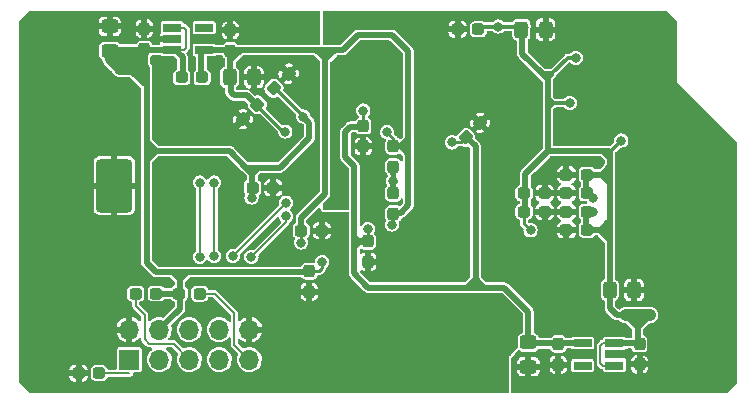
<source format=gbr>
G04 #@! TF.GenerationSoftware,KiCad,Pcbnew,(6.0.4)*
G04 #@! TF.CreationDate,2022-07-13T22:26:53+02:00*
G04 #@! TF.ProjectId,n64rgbv2.1,6e363472-6762-4763-922e-312e6b696361,rev?*
G04 #@! TF.SameCoordinates,Original*
G04 #@! TF.FileFunction,Copper,L2,Bot*
G04 #@! TF.FilePolarity,Positive*
%FSLAX46Y46*%
G04 Gerber Fmt 4.6, Leading zero omitted, Abs format (unit mm)*
G04 Created by KiCad (PCBNEW (6.0.4)) date 2022-07-13 22:26:53*
%MOMM*%
%LPD*%
G01*
G04 APERTURE LIST*
G04 Aperture macros list*
%AMRoundRect*
0 Rectangle with rounded corners*
0 $1 Rounding radius*
0 $2 $3 $4 $5 $6 $7 $8 $9 X,Y pos of 4 corners*
0 Add a 4 corners polygon primitive as box body*
4,1,4,$2,$3,$4,$5,$6,$7,$8,$9,$2,$3,0*
0 Add four circle primitives for the rounded corners*
1,1,$1+$1,$2,$3*
1,1,$1+$1,$4,$5*
1,1,$1+$1,$6,$7*
1,1,$1+$1,$8,$9*
0 Add four rect primitives between the rounded corners*
20,1,$1+$1,$2,$3,$4,$5,0*
20,1,$1+$1,$4,$5,$6,$7,0*
20,1,$1+$1,$6,$7,$8,$9,0*
20,1,$1+$1,$8,$9,$2,$3,0*%
G04 Aperture macros list end*
G04 #@! TA.AperFunction,NonConductor*
%ADD10C,0.500000*%
G04 #@! TD*
G04 #@! TA.AperFunction,ComponentPad*
%ADD11R,1.700000X1.700000*%
G04 #@! TD*
G04 #@! TA.AperFunction,ComponentPad*
%ADD12O,1.700000X1.700000*%
G04 #@! TD*
G04 #@! TA.AperFunction,SMDPad,CuDef*
%ADD13RoundRect,0.250000X0.450000X-0.325000X0.450000X0.325000X-0.450000X0.325000X-0.450000X-0.325000X0*%
G04 #@! TD*
G04 #@! TA.AperFunction,SMDPad,CuDef*
%ADD14RoundRect,0.237500X0.035355X0.371231X-0.371231X-0.035355X-0.035355X-0.371231X0.371231X0.035355X0*%
G04 #@! TD*
G04 #@! TA.AperFunction,SMDPad,CuDef*
%ADD15RoundRect,0.237500X-0.287500X-0.237500X0.287500X-0.237500X0.287500X0.237500X-0.287500X0.237500X0*%
G04 #@! TD*
G04 #@! TA.AperFunction,SMDPad,CuDef*
%ADD16RoundRect,0.237500X0.237500X-0.287500X0.237500X0.287500X-0.237500X0.287500X-0.237500X-0.287500X0*%
G04 #@! TD*
G04 #@! TA.AperFunction,SMDPad,CuDef*
%ADD17RoundRect,0.237500X-0.035355X-0.371231X0.371231X0.035355X0.035355X0.371231X-0.371231X-0.035355X0*%
G04 #@! TD*
G04 #@! TA.AperFunction,SMDPad,CuDef*
%ADD18RoundRect,0.237500X-0.237500X0.287500X-0.237500X-0.287500X0.237500X-0.287500X0.237500X0.287500X0*%
G04 #@! TD*
G04 #@! TA.AperFunction,SMDPad,CuDef*
%ADD19R,1.560000X0.650000*%
G04 #@! TD*
G04 #@! TA.AperFunction,SMDPad,CuDef*
%ADD20RoundRect,0.237500X0.287500X0.237500X-0.287500X0.237500X-0.287500X-0.237500X0.287500X-0.237500X0*%
G04 #@! TD*
G04 #@! TA.AperFunction,SMDPad,CuDef*
%ADD21RoundRect,0.250000X-0.325000X-0.450000X0.325000X-0.450000X0.325000X0.450000X-0.325000X0.450000X0*%
G04 #@! TD*
G04 #@! TA.AperFunction,SMDPad,CuDef*
%ADD22RoundRect,0.250000X-0.450000X0.325000X-0.450000X-0.325000X0.450000X-0.325000X0.450000X0.325000X0*%
G04 #@! TD*
G04 #@! TA.AperFunction,SMDPad,CuDef*
%ADD23RoundRect,0.300000X1.200000X-1.950000X1.200000X1.950000X-1.200000X1.950000X-1.200000X-1.950000X0*%
G04 #@! TD*
G04 #@! TA.AperFunction,ViaPad*
%ADD24C,0.800000*%
G04 #@! TD*
G04 #@! TA.AperFunction,ViaPad*
%ADD25C,1.200000*%
G04 #@! TD*
G04 #@! TA.AperFunction,ViaPad*
%ADD26C,5.500000*%
G04 #@! TD*
G04 #@! TA.AperFunction,ViaPad*
%ADD27C,1.000000*%
G04 #@! TD*
G04 #@! TA.AperFunction,Conductor*
%ADD28C,0.254000*%
G04 #@! TD*
G04 #@! TA.AperFunction,Conductor*
%ADD29C,0.500000*%
G04 #@! TD*
G04 #@! TA.AperFunction,Conductor*
%ADD30C,0.250000*%
G04 #@! TD*
G04 #@! TA.AperFunction,Conductor*
%ADD31C,0.200000*%
G04 #@! TD*
G04 #@! TA.AperFunction,Conductor*
%ADD32C,0.300000*%
G04 #@! TD*
G04 #@! TA.AperFunction,Conductor*
%ADD33C,1.000000*%
G04 #@! TD*
G04 APERTURE END LIST*
D10*
G36*
X124523500Y-94551500D02*
G01*
X123444000Y-93472000D01*
X122364500Y-93472000D01*
X121348500Y-92456000D01*
X121348500Y-91884500D01*
X124523500Y-91884500D01*
X124523500Y-94551500D01*
G37*
X124523500Y-94551500D02*
X123444000Y-93472000D01*
X122364500Y-93472000D01*
X121348500Y-92456000D01*
X121348500Y-91884500D01*
X124523500Y-91884500D01*
X124523500Y-94551500D01*
D11*
X123190000Y-117854000D03*
D12*
X123190000Y-115314000D03*
X125730000Y-117854000D03*
X125730000Y-115314000D03*
X128270000Y-117854000D03*
X128270000Y-115314000D03*
X130810000Y-117854000D03*
X130810000Y-115314000D03*
X133350000Y-117854000D03*
X133350000Y-115314000D03*
D13*
X121539000Y-91703000D03*
X121539000Y-89653000D03*
D14*
X134032805Y-96270169D03*
X132795369Y-97507605D03*
D15*
X137745500Y-106934000D03*
X139495500Y-106934000D03*
D16*
X145542000Y-105523000D03*
X145542000Y-103773000D03*
D17*
X135435795Y-94881245D03*
X136673231Y-93643809D03*
D15*
X133618000Y-103314500D03*
X135368000Y-103314500D03*
D18*
X138430000Y-110377000D03*
X138430000Y-112127000D03*
X143383000Y-107837000D03*
X143383000Y-109587000D03*
D17*
X151654282Y-99043718D03*
X152891718Y-97806282D03*
D18*
X143002000Y-98058000D03*
X143002000Y-99808000D03*
D16*
X131754880Y-91720540D03*
X131754880Y-89970540D03*
D19*
X126830920Y-91643280D03*
X126830920Y-90693280D03*
X126830920Y-89743280D03*
X129530920Y-89743280D03*
X129530920Y-91643280D03*
D20*
X161946560Y-105323640D03*
X160196560Y-105323640D03*
X161946661Y-103771700D03*
X160196661Y-103771700D03*
X161946661Y-106873040D03*
X160196661Y-106873040D03*
X161946460Y-102209600D03*
X160196460Y-102209600D03*
D21*
X163871800Y-111963200D03*
X165921800Y-111963200D03*
D20*
X129368420Y-93959680D03*
X127618420Y-93959680D03*
D15*
X156605000Y-105323640D03*
X158355000Y-105323640D03*
X156605000Y-103774240D03*
X158355000Y-103774240D03*
D20*
X152741500Y-89882980D03*
X150991500Y-89882980D03*
D21*
X156376500Y-89916000D03*
X158426500Y-89916000D03*
D19*
X164263240Y-116464040D03*
X164263240Y-117414040D03*
X164263240Y-118364040D03*
X161563240Y-118364040D03*
X161563240Y-116464040D03*
D22*
X156972000Y-116401500D03*
X156972000Y-118451500D03*
D18*
X166385240Y-116513540D03*
X166385240Y-118263540D03*
X159512000Y-116539040D03*
X159512000Y-118289040D03*
D21*
X131674760Y-93949520D03*
X133724760Y-93949520D03*
D15*
X127395000Y-112268000D03*
X129145000Y-112268000D03*
D20*
X125480000Y-112264000D03*
X123730000Y-112264000D03*
D15*
X118886000Y-118999000D03*
X120636000Y-118999000D03*
D16*
X124460000Y-91583480D03*
X124460000Y-89833480D03*
D18*
X145542000Y-99772500D03*
X145542000Y-101522500D03*
D23*
X121920000Y-103124000D03*
D24*
X145542000Y-102743000D03*
D25*
X115062000Y-118491000D03*
D24*
X139065000Y-116332000D03*
D26*
X149443440Y-117475000D03*
D25*
X118237000Y-114808000D03*
X121740000Y-110904000D03*
X120142000Y-112776000D03*
D24*
X119126000Y-101092000D03*
X118491000Y-99568000D03*
X131889500Y-107581700D03*
X138684000Y-96393000D03*
X125730000Y-88900000D03*
X114427000Y-91567000D03*
D25*
X119507000Y-94996000D03*
D24*
X118237000Y-103632000D03*
X131318000Y-98044000D03*
D25*
X127457427Y-96342427D03*
D24*
X126238000Y-101219000D03*
X136271000Y-119253000D03*
X126238000Y-105613200D03*
X137675000Y-103004000D03*
X133350000Y-92519500D03*
X136271000Y-114046000D03*
D25*
X120523000Y-96393000D03*
X135382000Y-89916000D03*
X125984000Y-94996000D03*
X117449600Y-117348000D03*
X121666000Y-94996000D03*
D24*
X131064000Y-111506000D03*
X131064000Y-88900000D03*
X137414000Y-98298000D03*
X135255000Y-100457000D03*
X135763000Y-92583000D03*
X127381000Y-109156500D03*
X137922000Y-97282000D03*
X133540500Y-104140000D03*
D27*
X122361960Y-93212920D03*
X124429520Y-93212920D03*
D24*
X139509500Y-109600992D03*
D27*
X123388120Y-93212920D03*
D24*
X136398000Y-98552000D03*
X145414996Y-106426000D03*
X137731500Y-107950000D03*
X144999288Y-98600804D03*
X169862500Y-106108500D03*
D25*
X171196000Y-111125000D03*
X169037000Y-111125000D03*
D24*
X165227000Y-117411500D03*
D25*
X162204400Y-112318800D03*
X169722800Y-118567200D03*
D24*
X144526000Y-107315000D03*
X156146500Y-109918500D03*
D25*
X141859000Y-89408000D03*
D24*
X153797000Y-99695000D03*
X145161000Y-93599000D03*
D25*
X173355000Y-99314000D03*
D24*
X165989000Y-99949000D03*
D25*
X169291000Y-95758000D03*
X142875000Y-91694000D03*
X169291000Y-99441000D03*
X169037000Y-109220000D03*
D24*
X152654000Y-91948000D03*
D25*
X171196000Y-109220000D03*
D24*
X151384000Y-108077000D03*
X165735000Y-92710000D03*
X155194000Y-94234000D03*
X149479000Y-94234000D03*
D25*
X159512000Y-119888000D03*
D24*
X160782000Y-93472000D03*
X165354000Y-104457500D03*
X158877000Y-106870500D03*
X148336000Y-110109000D03*
D25*
X166624000Y-109220000D03*
D24*
X149479000Y-102870000D03*
X169862500Y-103441500D03*
X159893000Y-95250000D03*
X154432000Y-89662000D03*
D27*
X167274240Y-114091720D03*
D24*
X162433000Y-105323640D03*
D27*
X165216840Y-114096800D03*
D24*
X157159960Y-106913680D03*
X162468560Y-104175552D03*
X160487524Y-96139720D03*
D27*
X166237920Y-114086640D03*
D24*
X160985200Y-92303600D03*
X164846000Y-99314000D03*
X143383000Y-106807000D03*
X150520408Y-99466400D03*
X143002000Y-96774000D03*
X136455000Y-105724000D03*
X133525000Y-109164000D03*
X131945000Y-109084000D03*
X136455000Y-104574000D03*
X130365000Y-109094000D03*
X130365000Y-102874000D03*
X129155000Y-109164000D03*
X129155000Y-102874000D03*
D28*
X145542000Y-103860500D02*
X145542000Y-102743000D01*
X145542000Y-102108000D02*
X145542000Y-101473000D01*
X145542000Y-102743000D02*
X145542000Y-102108000D01*
D29*
X131699000Y-100203000D02*
X133096000Y-101600000D01*
X133604000Y-102108000D02*
X134112000Y-101600000D01*
D30*
X135543194Y-94870174D02*
X137922000Y-97248980D01*
D29*
X127705920Y-93959680D02*
X127705920Y-92268280D01*
X135915400Y-101600000D02*
X138430000Y-99085400D01*
D31*
X127812720Y-91643280D02*
X127080920Y-91643280D01*
D29*
X125665000Y-112279000D02*
X127384000Y-112279000D01*
X125730000Y-115314000D02*
X125730000Y-115289000D01*
X124754640Y-100860860D02*
X125412500Y-100203000D01*
X125435360Y-100162360D02*
X124777500Y-99504500D01*
X122400300Y-92225100D02*
X123388120Y-93212920D01*
D32*
X133540500Y-104174194D02*
X133540500Y-104140000D01*
D29*
X125610161Y-110438875D02*
X126873000Y-110439200D01*
X121762520Y-91625660D02*
X124330320Y-91625660D01*
X125730000Y-115289000D02*
X127482500Y-113536500D01*
X127384000Y-112279000D02*
X127395000Y-112268000D01*
X123388120Y-93212920D02*
X123888119Y-92712921D01*
X138430000Y-99085400D02*
X138430000Y-97790000D01*
X122361960Y-93212920D02*
X122361960Y-92225100D01*
X124650500Y-109664500D02*
X125424999Y-110438999D01*
D30*
X133540500Y-103314500D02*
X133540500Y-104140000D01*
D29*
X124429520Y-93212920D02*
X124650500Y-93433900D01*
D30*
X138366500Y-110363000D02*
X139255500Y-110363000D01*
D33*
X124429520Y-93212920D02*
X123388120Y-93212920D01*
D29*
X127705920Y-92268280D02*
X127080920Y-91643280D01*
X126873000Y-110439200D02*
X127456875Y-110438875D01*
X125064520Y-100393500D02*
X124968000Y-100393500D01*
X133096000Y-101600000D02*
X133604000Y-101600000D01*
X133604000Y-103314500D02*
X133604000Y-102108000D01*
X122361960Y-92225100D02*
X121762520Y-91625660D01*
X123888119Y-92712921D02*
X123888119Y-92710381D01*
X124650500Y-102362000D02*
X124650500Y-109664500D01*
X133604000Y-102108000D02*
X133096000Y-101600000D01*
D31*
X127080920Y-89743280D02*
X127810920Y-89743280D01*
D29*
X124607300Y-91643280D02*
X124460000Y-91495980D01*
X123888119Y-92710381D02*
X124429520Y-92168980D01*
D33*
X122361960Y-93212920D02*
X123388120Y-93212920D01*
D29*
X127482500Y-111048700D02*
X126873000Y-110439200D01*
D30*
X139255500Y-110363000D02*
X139509500Y-110109000D01*
D29*
X125412500Y-100203000D02*
X131699000Y-100203000D01*
X138364869Y-110201358D02*
X138374011Y-110210500D01*
X125424999Y-110438999D02*
X126090479Y-110438999D01*
X133604000Y-101600000D02*
X134112000Y-101600000D01*
X127482500Y-113536500D02*
X127482500Y-111048700D01*
X134112000Y-101600000D02*
X135915400Y-101600000D01*
D30*
X137922000Y-97248980D02*
X137922000Y-97282000D01*
D31*
X128016000Y-89948360D02*
X128016000Y-91440000D01*
D29*
X124650500Y-102362000D02*
X124650500Y-102237540D01*
X122361960Y-92225100D02*
X122400300Y-92225100D01*
D31*
X127810920Y-89743280D02*
X128016000Y-89948360D01*
D29*
X124429520Y-93212920D02*
X124429520Y-92168980D01*
X127482500Y-111048700D02*
X127482700Y-111048700D01*
X125183900Y-100139500D02*
X125031500Y-100139500D01*
X138374011Y-110210500D02*
X138430000Y-110210500D01*
X127080920Y-91643280D02*
X124607300Y-91643280D01*
X133604000Y-102108000D02*
X133604000Y-101600000D01*
X128092200Y-110439200D02*
X138127352Y-110438875D01*
X124429520Y-92168980D02*
X124429520Y-91526460D01*
X124650500Y-93433900D02*
X124650500Y-100901500D01*
X127456875Y-110438875D02*
X127482500Y-110464500D01*
X124330320Y-91625660D02*
X124460000Y-91495980D01*
D31*
X128016000Y-91440000D02*
X127812720Y-91643280D01*
D30*
X139509500Y-110109000D02*
X139509500Y-109600992D01*
D32*
X133633306Y-104267000D02*
X133540500Y-104174194D01*
D29*
X124429520Y-91526460D02*
X124460000Y-91495980D01*
X138127352Y-110438875D02*
X138364869Y-110201358D01*
X124650500Y-100901500D02*
X124650500Y-102362000D01*
X127456875Y-110438875D02*
X128092200Y-110439200D01*
X127482700Y-111048700D02*
X128092200Y-110439200D01*
X138430000Y-97790000D02*
X137922000Y-97282000D01*
X127482500Y-110464500D02*
X127482500Y-111048700D01*
X146812000Y-91744800D02*
X146812000Y-99187000D01*
X145542000Y-99822000D02*
X145567500Y-99796500D01*
X146024500Y-99796500D02*
X146151500Y-99796500D01*
X131754880Y-91633040D02*
X132603240Y-91633040D01*
X139029440Y-91633040D02*
X138628120Y-91633040D01*
X146812000Y-104775000D02*
X146151500Y-105435500D01*
X146278500Y-99796500D02*
X146786500Y-99796500D01*
X146786500Y-99796500D02*
X146812000Y-99822000D01*
D30*
X137731500Y-107384315D02*
X137731500Y-107950000D01*
D29*
X146151500Y-99796500D02*
X146812000Y-100457000D01*
X146278500Y-99796500D02*
X146278500Y-99720500D01*
D30*
X145542000Y-105435500D02*
X145542000Y-106044996D01*
D29*
X139862560Y-92354400D02*
X140583920Y-91633040D01*
X131754880Y-92532200D02*
X131754880Y-93942140D01*
X139750800Y-92354400D02*
X139862560Y-92354400D01*
X146812000Y-99822000D02*
X146812000Y-100457000D01*
X131744640Y-91643280D02*
X131754880Y-91633040D01*
X131762260Y-95206580D02*
X132049520Y-95493840D01*
X146812000Y-99486720D02*
X146812000Y-99822000D01*
X129280920Y-91643280D02*
X131744640Y-91643280D01*
X145567500Y-99796500D02*
X146024500Y-99796500D01*
X137716847Y-105869153D02*
X137716847Y-106982847D01*
X146151500Y-105435500D02*
X145542000Y-105435500D01*
D30*
X134033847Y-96345327D02*
X136240520Y-98552000D01*
X145015676Y-98600804D02*
X144999288Y-98600804D01*
D29*
X131754880Y-91633040D02*
X131754880Y-92532200D01*
X139750800Y-92354400D02*
X139750800Y-103835200D01*
X131762260Y-93949520D02*
X131762260Y-95206580D01*
D30*
X136240520Y-98552000D02*
X136398000Y-98552000D01*
D29*
X146024500Y-99796500D02*
X146278500Y-99796500D01*
D30*
X145542000Y-99758500D02*
X145542000Y-99143516D01*
D29*
X140583920Y-91633040D02*
X141284960Y-91633040D01*
X139750800Y-91729560D02*
X139654280Y-91633040D01*
D30*
X137716847Y-106982847D02*
X137731500Y-106997500D01*
D29*
X139750800Y-92354400D02*
X139750800Y-91729560D01*
X131754880Y-93942140D02*
X131762260Y-93949520D01*
X138628120Y-91633040D02*
X139654280Y-91633040D01*
X139654280Y-91633040D02*
X140583920Y-91633040D01*
D30*
X145542000Y-106044996D02*
X145414996Y-106172000D01*
D29*
X132603240Y-91633040D02*
X139517120Y-91633040D01*
X139750800Y-103835200D02*
X137716847Y-105869153D01*
D30*
X145542000Y-99143516D02*
X144999288Y-98600804D01*
D29*
X133132734Y-95493840D02*
X133970934Y-96332040D01*
X145440400Y-90373200D02*
X146812000Y-91744800D01*
X131754880Y-92481400D02*
X132603240Y-91633040D01*
X139750800Y-92354400D02*
X139029440Y-91633040D01*
X146812000Y-99486720D02*
X146812000Y-99187000D01*
X142544800Y-90373200D02*
X145440400Y-90373200D01*
X141284960Y-91633040D02*
X142544800Y-90373200D01*
X146278500Y-99720500D02*
X146812000Y-99187000D01*
X146812000Y-100457000D02*
X146812000Y-104775000D01*
X131754880Y-92532200D02*
X131754880Y-92481400D01*
X129280920Y-91643280D02*
X129280920Y-93959680D01*
D30*
X137731500Y-106997500D02*
X137731500Y-107384315D01*
D29*
X132049520Y-95493840D02*
X133132734Y-95493840D01*
D32*
X154312520Y-89662000D02*
X152654000Y-89662000D01*
X154432000Y-89662000D02*
X156082520Y-89662000D01*
D30*
X152874980Y-89662000D02*
X152654000Y-89882980D01*
D29*
X166248240Y-116464040D02*
X166385240Y-116601040D01*
D31*
X163258540Y-118364040D02*
X164013240Y-118364040D01*
X163068000Y-116679280D02*
X163068000Y-118173500D01*
X164013240Y-116464040D02*
X163283240Y-116464040D01*
X163068000Y-118173500D02*
X163258540Y-118364040D01*
X163283240Y-116464040D02*
X163068000Y-116679280D01*
D29*
X164013240Y-116464040D02*
X166248240Y-116464040D01*
D32*
X159131000Y-96139000D02*
X158623000Y-95631000D01*
X159131000Y-96139000D02*
X158623000Y-96139000D01*
D29*
X158623000Y-96139000D02*
X158623000Y-95758000D01*
D32*
X159131000Y-96139000D02*
X159004000Y-96139000D01*
X159131000Y-96139000D02*
X158623000Y-96647000D01*
D29*
X158623000Y-95758000D02*
X158623000Y-95631000D01*
X158623000Y-96647000D02*
X158623000Y-96139000D01*
D32*
X159004000Y-96139000D02*
X158623000Y-95758000D01*
D30*
X161859161Y-103771700D02*
X162320773Y-104233312D01*
D29*
X156718000Y-102108000D02*
X156718000Y-103493454D01*
X165716839Y-114596799D02*
X165716839Y-114599339D01*
X166766621Y-114591719D02*
X166237920Y-115120420D01*
X163878500Y-102186500D02*
X163243500Y-102186500D01*
X161859161Y-102209801D02*
X161858960Y-102209600D01*
D30*
X156844520Y-89662000D02*
X156560040Y-89946480D01*
X161859060Y-105323640D02*
X162433000Y-105323640D01*
D29*
X158432500Y-93916500D02*
X158178500Y-93662500D01*
X163878500Y-101585000D02*
X163878500Y-102186500D01*
X166237920Y-116459000D02*
X166237920Y-115120420D01*
X167274240Y-114091720D02*
X166774241Y-114591719D01*
X156464000Y-91948000D02*
X156464000Y-89662000D01*
X166243000Y-115824000D02*
X166237920Y-115829080D01*
D32*
X159921839Y-96139720D02*
X160487524Y-96139720D01*
X159131000Y-96139000D02*
X159131720Y-96139720D01*
D29*
X163878500Y-107744500D02*
X163878500Y-106919000D01*
D33*
X167274240Y-114091720D02*
X165221920Y-114091720D01*
D32*
X158749998Y-93599002D02*
X158432500Y-93916500D01*
X160419515Y-92303600D02*
X160985200Y-92303600D01*
D29*
X166774241Y-114591719D02*
X166766621Y-114591719D01*
X163878500Y-100281500D02*
X163800000Y-100203000D01*
D32*
X160299404Y-92303600D02*
X160419515Y-92303600D01*
X159004002Y-93599002D02*
X158749998Y-93599002D01*
D29*
X161859060Y-105323640D02*
X161859060Y-106872939D01*
X163878500Y-101585000D02*
X163794200Y-101585000D01*
X163878500Y-106919000D02*
X163307000Y-106919000D01*
X165216840Y-114096800D02*
X165716839Y-114596799D01*
X158623000Y-94107000D02*
X158432500Y-93916500D01*
X165716839Y-114599339D02*
X166237920Y-115120420D01*
X163322000Y-100203000D02*
X163800000Y-100203000D01*
X163878500Y-107744500D02*
X163195000Y-106807000D01*
X163322000Y-100203000D02*
X163576000Y-100457000D01*
X163195000Y-102235000D02*
X163169600Y-102209600D01*
D32*
X158241998Y-93599002D02*
X158178500Y-93662500D01*
D30*
X156605000Y-105323640D02*
X156605000Y-106358720D01*
D29*
X163878500Y-113523000D02*
X164452300Y-114096800D01*
X166237920Y-115829080D02*
X166237920Y-116459000D01*
X158623000Y-95631000D02*
X158623000Y-93726000D01*
X163878500Y-106250500D02*
X163751500Y-106250500D01*
X165221920Y-114091720D02*
X165216840Y-114096800D01*
X158623000Y-100203000D02*
X163322000Y-100203000D01*
X164452300Y-114096800D02*
X165216840Y-114096800D01*
X163878500Y-107744500D02*
X163007040Y-106873040D01*
X163243500Y-102186500D02*
X163195000Y-102235000D01*
X163169600Y-102209600D02*
X161858960Y-102209600D01*
X158623000Y-100076000D02*
X158623000Y-96647000D01*
X163878500Y-100759500D02*
X163878500Y-101585000D01*
D32*
X159004002Y-93725998D02*
X158623000Y-94107000D01*
D29*
X163878500Y-106919000D02*
X163878500Y-106250500D01*
X158623000Y-100203000D02*
X156718000Y-102108000D01*
D30*
X162410800Y-104233312D02*
X162468560Y-104175552D01*
D29*
X163878500Y-100759500D02*
X163878500Y-100281500D01*
X163007040Y-106873040D02*
X161859161Y-106873040D01*
X163878500Y-106250500D02*
X163878500Y-102918500D01*
D30*
X156605000Y-106358720D02*
X157159960Y-106913680D01*
D29*
X161859161Y-103771700D02*
X161859161Y-102209801D01*
X163576000Y-100457000D02*
X163878500Y-100759500D01*
D32*
X159004002Y-93599002D02*
X158241998Y-93599002D01*
D29*
X161859060Y-106872939D02*
X161859161Y-106873040D01*
X163878500Y-107744500D02*
X163878500Y-112649000D01*
X163878500Y-112649000D02*
X163878500Y-113523000D01*
X163878500Y-102918500D02*
X163169600Y-102209600D01*
D32*
X159004002Y-93599002D02*
X159004002Y-93725998D01*
D29*
X158178500Y-93662500D02*
X156464000Y-91948000D01*
X163307000Y-106919000D02*
X163195000Y-106807000D01*
D30*
X156560040Y-89946480D02*
X156464000Y-89946480D01*
D29*
X156718000Y-103493454D02*
X156718000Y-104902000D01*
X163751500Y-106250500D02*
X163195000Y-106807000D01*
X163195000Y-106807000D02*
X163007040Y-106873040D01*
X163878500Y-102186500D02*
X163878500Y-102918500D01*
D32*
X159131720Y-96139720D02*
X159921839Y-96139720D01*
X159004002Y-93599002D02*
X160299404Y-92303600D01*
D29*
X165211760Y-114091720D02*
X165216840Y-114096800D01*
D30*
X162320773Y-104233312D02*
X162410800Y-104233312D01*
D32*
X163878500Y-100281500D02*
X164846000Y-99314000D01*
D29*
X163794200Y-101585000D02*
X163195000Y-102235000D01*
X166237920Y-115120420D02*
X166237920Y-114086640D01*
X156972000Y-116489000D02*
X159374460Y-116489000D01*
X159674500Y-116464040D02*
X159512000Y-116626540D01*
X159374460Y-116489000D02*
X159512000Y-116626540D01*
X161813240Y-116464040D02*
X159674500Y-116464040D01*
D30*
X143002000Y-98145500D02*
X143002000Y-96774000D01*
D29*
X156972000Y-116459000D02*
X156972000Y-114714500D01*
X143383000Y-107924500D02*
X142908000Y-107924500D01*
X143433800Y-111760000D02*
X142240000Y-110566200D01*
X142240000Y-105283000D02*
X142240000Y-106680000D01*
X142240000Y-106680000D02*
X142240000Y-107442000D01*
X142240000Y-105664000D02*
X142240000Y-105283000D01*
X152501600Y-111048800D02*
X153212800Y-111760000D01*
X142646500Y-107924500D02*
X142646500Y-107848500D01*
D30*
X143383000Y-106807000D02*
X143383000Y-107188000D01*
D29*
X142646500Y-107848500D02*
X142240000Y-107442000D01*
X153987500Y-111760000D02*
X153212800Y-111760000D01*
X142240000Y-107442000D02*
X142240000Y-107823000D01*
X151841200Y-111760000D02*
X143433800Y-111760000D01*
X152501600Y-111760000D02*
X152501600Y-111048800D01*
X141478000Y-100711000D02*
X142240000Y-101473000D01*
X142240000Y-107823000D02*
X142240000Y-108331000D01*
X152501558Y-111048758D02*
X152501558Y-99796558D01*
D30*
X151716153Y-98981847D02*
X151231600Y-99466400D01*
D29*
X142646500Y-107924500D02*
X142240000Y-108331000D01*
X143002000Y-98145500D02*
X141884500Y-98145500D01*
X152501558Y-99796558D02*
X151766174Y-99061174D01*
X142806500Y-107823000D02*
X142240000Y-107823000D01*
X156972000Y-113792000D02*
X154940000Y-111760000D01*
X142908000Y-107924500D02*
X142806500Y-107823000D01*
X152501600Y-111760000D02*
X153212800Y-111760000D01*
D30*
X143383000Y-107924500D02*
X143383000Y-107188000D01*
D29*
X151841200Y-111709200D02*
X152501600Y-111048800D01*
X152501600Y-111048800D02*
X152501558Y-111048758D01*
X141478000Y-98552000D02*
X141478000Y-100711000D01*
X142240000Y-101473000D02*
X142240000Y-105283000D01*
X156972000Y-114744500D02*
X156972000Y-113792000D01*
D30*
X151231600Y-99466400D02*
X150520408Y-99466400D01*
D29*
X151766174Y-99061174D02*
X151765000Y-99061174D01*
X152501600Y-111760000D02*
X151841200Y-111760000D01*
X142240000Y-108331000D02*
X142240000Y-110566200D01*
X154940000Y-111760000D02*
X153987500Y-111760000D01*
X143383000Y-107924500D02*
X142646500Y-107924500D01*
X151841200Y-111760000D02*
X151841200Y-111709200D01*
X141884500Y-98145500D02*
X141478000Y-98552000D01*
D31*
X132080000Y-116584000D02*
X133350000Y-117854000D01*
X136455000Y-106234000D02*
X133525000Y-109164000D01*
X132080000Y-113944400D02*
X132080000Y-116584000D01*
X136455000Y-105724000D02*
X136455000Y-106234000D01*
X130403600Y-112268000D02*
X132080000Y-113944400D01*
X129057500Y-112268000D02*
X130403600Y-112268000D01*
X123730000Y-112264000D02*
X123730000Y-113299000D01*
X136455000Y-104574000D02*
X131945000Y-109084000D01*
X126950000Y-116534000D02*
X128270000Y-117854000D01*
X124495000Y-114064000D02*
X124495000Y-116144000D01*
X124495000Y-116144000D02*
X124885000Y-116534000D01*
X123730000Y-113299000D02*
X124495000Y-114064000D01*
X124885000Y-116534000D02*
X126950000Y-116534000D01*
X130365000Y-102874000D02*
X130365000Y-109094000D01*
X120548500Y-118999000D02*
X120986000Y-118999000D01*
X129155000Y-109164000D02*
X129155000Y-102874000D01*
X120986000Y-118999000D02*
X123190000Y-118999000D01*
G04 #@! TA.AperFunction,Conductor*
G36*
X168717133Y-88357407D02*
G01*
X168728946Y-88367496D01*
X169569504Y-89208054D01*
X169597281Y-89262571D01*
X169598500Y-89278058D01*
X169598500Y-94320347D01*
X169598063Y-94328045D01*
X169594666Y-94337719D01*
X169595899Y-94348799D01*
X169595899Y-94348800D01*
X169597893Y-94366717D01*
X169598500Y-94377666D01*
X169598500Y-94383603D01*
X169599736Y-94389020D01*
X169599737Y-94389030D01*
X169601605Y-94400075D01*
X169604783Y-94428633D01*
X169610328Y-94437491D01*
X169610705Y-94438801D01*
X169611363Y-94439995D01*
X169613688Y-94450185D01*
X169631596Y-94472658D01*
X169638075Y-94481810D01*
X169641116Y-94486666D01*
X169645262Y-94490812D01*
X169652682Y-94499120D01*
X169663745Y-94513003D01*
X169663747Y-94513004D01*
X169670695Y-94521724D01*
X169680054Y-94526238D01*
X169686040Y-94531590D01*
X174649504Y-99495054D01*
X174677281Y-99549571D01*
X174678500Y-99565058D01*
X174678500Y-119763942D01*
X174659593Y-119822133D01*
X174649504Y-119833946D01*
X173808946Y-120674504D01*
X173754429Y-120702281D01*
X173738942Y-120703500D01*
X155597800Y-120703500D01*
X155539609Y-120684593D01*
X155503645Y-120635093D01*
X155498800Y-120604500D01*
X155498800Y-118821533D01*
X156018001Y-118821533D01*
X156018290Y-118826873D01*
X156024024Y-118879666D01*
X156026875Y-118891656D01*
X156072897Y-119014419D01*
X156079600Y-119026663D01*
X156157720Y-119130899D01*
X156167601Y-119140780D01*
X156271837Y-119218900D01*
X156284081Y-119225603D01*
X156406849Y-119271626D01*
X156418828Y-119274475D01*
X156471630Y-119280211D01*
X156476964Y-119280500D01*
X156702320Y-119280500D01*
X156715005Y-119276378D01*
X156718000Y-119272257D01*
X156718000Y-119264819D01*
X157226000Y-119264819D01*
X157230122Y-119277504D01*
X157234243Y-119280499D01*
X157467033Y-119280499D01*
X157472373Y-119280210D01*
X157525166Y-119274476D01*
X157537156Y-119271625D01*
X157659919Y-119225603D01*
X157672163Y-119218900D01*
X157776399Y-119140780D01*
X157786280Y-119130899D01*
X157864400Y-119026663D01*
X157871103Y-119014419D01*
X157917126Y-118891651D01*
X157919975Y-118879672D01*
X157925711Y-118826870D01*
X157926000Y-118821536D01*
X157926000Y-118721180D01*
X157921878Y-118708495D01*
X157917757Y-118705500D01*
X157241680Y-118705500D01*
X157228995Y-118709622D01*
X157226000Y-118713743D01*
X157226000Y-119264819D01*
X156718000Y-119264819D01*
X156718000Y-118721180D01*
X156713878Y-118708495D01*
X156709757Y-118705500D01*
X156033681Y-118705500D01*
X156020996Y-118709622D01*
X156018001Y-118713743D01*
X156018001Y-118821533D01*
X155498800Y-118821533D01*
X155498800Y-118620387D01*
X158783001Y-118620387D01*
X158783290Y-118625727D01*
X158788859Y-118676996D01*
X158791708Y-118688981D01*
X158836473Y-118808390D01*
X158843181Y-118820643D01*
X158919150Y-118922009D01*
X158929031Y-118931890D01*
X159030397Y-119007859D01*
X159042650Y-119014567D01*
X159162058Y-119059331D01*
X159174045Y-119062182D01*
X159225314Y-119067751D01*
X159230652Y-119068040D01*
X159242320Y-119068040D01*
X159255005Y-119063918D01*
X159258000Y-119059797D01*
X159258000Y-119052359D01*
X159766000Y-119052359D01*
X159770122Y-119065044D01*
X159774243Y-119068039D01*
X159793347Y-119068039D01*
X159798687Y-119067750D01*
X159849956Y-119062181D01*
X159861941Y-119059332D01*
X159981350Y-119014567D01*
X159993603Y-119007859D01*
X160094969Y-118931890D01*
X160104850Y-118922009D01*
X160180819Y-118820643D01*
X160187527Y-118808390D01*
X160224866Y-118708788D01*
X160582740Y-118708788D01*
X160594373Y-118767271D01*
X160638688Y-118833592D01*
X160705009Y-118877907D01*
X160714572Y-118879809D01*
X160714574Y-118879810D01*
X160737245Y-118884319D01*
X160763492Y-118889540D01*
X162362988Y-118889540D01*
X162389235Y-118884319D01*
X162411906Y-118879810D01*
X162411908Y-118879809D01*
X162421471Y-118877907D01*
X162487792Y-118833592D01*
X162532107Y-118767271D01*
X162543740Y-118708788D01*
X162543740Y-118019292D01*
X162532107Y-117960809D01*
X162487792Y-117894488D01*
X162421471Y-117850173D01*
X162411908Y-117848271D01*
X162411906Y-117848270D01*
X162389235Y-117843761D01*
X162362988Y-117838540D01*
X160763492Y-117838540D01*
X160737245Y-117843761D01*
X160714574Y-117848270D01*
X160714572Y-117848271D01*
X160705009Y-117850173D01*
X160638688Y-117894488D01*
X160594373Y-117960809D01*
X160582740Y-118019292D01*
X160582740Y-118708788D01*
X160224866Y-118708788D01*
X160232291Y-118688982D01*
X160235142Y-118676995D01*
X160240711Y-118625726D01*
X160241000Y-118620388D01*
X160241000Y-118558720D01*
X160236878Y-118546035D01*
X160232757Y-118543040D01*
X159781680Y-118543040D01*
X159768995Y-118547162D01*
X159766000Y-118551283D01*
X159766000Y-119052359D01*
X159258000Y-119052359D01*
X159258000Y-118558720D01*
X159253878Y-118546035D01*
X159249757Y-118543040D01*
X158798681Y-118543040D01*
X158785996Y-118547162D01*
X158783001Y-118551283D01*
X158783001Y-118620387D01*
X155498800Y-118620387D01*
X155498800Y-118181820D01*
X156018000Y-118181820D01*
X156022122Y-118194505D01*
X156026243Y-118197500D01*
X156702320Y-118197500D01*
X156715005Y-118193378D01*
X156718000Y-118189257D01*
X156718000Y-118181820D01*
X157226000Y-118181820D01*
X157230122Y-118194505D01*
X157234243Y-118197500D01*
X157910319Y-118197500D01*
X157923004Y-118193378D01*
X157925999Y-118189257D01*
X157925999Y-118081467D01*
X157925710Y-118076127D01*
X157919976Y-118023334D01*
X157919031Y-118019360D01*
X158783000Y-118019360D01*
X158787122Y-118032045D01*
X158791243Y-118035040D01*
X159242320Y-118035040D01*
X159255005Y-118030918D01*
X159258000Y-118026797D01*
X159258000Y-118019360D01*
X159766000Y-118019360D01*
X159770122Y-118032045D01*
X159774243Y-118035040D01*
X160225319Y-118035040D01*
X160238004Y-118030918D01*
X160240999Y-118026797D01*
X160240999Y-117957693D01*
X160240710Y-117952353D01*
X160235141Y-117901084D01*
X160232292Y-117889099D01*
X160187527Y-117769690D01*
X160180819Y-117757437D01*
X160104850Y-117656071D01*
X160094969Y-117646190D01*
X159993603Y-117570221D01*
X159981350Y-117563513D01*
X159861942Y-117518749D01*
X159849955Y-117515898D01*
X159798686Y-117510329D01*
X159793348Y-117510040D01*
X159781680Y-117510040D01*
X159768995Y-117514162D01*
X159766000Y-117518283D01*
X159766000Y-118019360D01*
X159258000Y-118019360D01*
X159258000Y-117525721D01*
X159253878Y-117513036D01*
X159249757Y-117510041D01*
X159230653Y-117510041D01*
X159225313Y-117510330D01*
X159174044Y-117515899D01*
X159162059Y-117518748D01*
X159042650Y-117563513D01*
X159030397Y-117570221D01*
X158929031Y-117646190D01*
X158919150Y-117656071D01*
X158843181Y-117757437D01*
X158836473Y-117769690D01*
X158791709Y-117889098D01*
X158788858Y-117901085D01*
X158783289Y-117952354D01*
X158783000Y-117957692D01*
X158783000Y-118019360D01*
X157919031Y-118019360D01*
X157917125Y-118011344D01*
X157871103Y-117888581D01*
X157864400Y-117876337D01*
X157786280Y-117772101D01*
X157776399Y-117762220D01*
X157672163Y-117684100D01*
X157659919Y-117677397D01*
X157537151Y-117631374D01*
X157525172Y-117628525D01*
X157472370Y-117622789D01*
X157467036Y-117622500D01*
X157241680Y-117622500D01*
X157228995Y-117626622D01*
X157226000Y-117630743D01*
X157226000Y-118181820D01*
X156718000Y-118181820D01*
X156718000Y-117638181D01*
X156713878Y-117625496D01*
X156709757Y-117622501D01*
X156476967Y-117622501D01*
X156471627Y-117622790D01*
X156418834Y-117628524D01*
X156406844Y-117631375D01*
X156284081Y-117677397D01*
X156271837Y-117684100D01*
X156167601Y-117762220D01*
X156157720Y-117772101D01*
X156079600Y-117876337D01*
X156072897Y-117888581D01*
X156026874Y-118011349D01*
X156024025Y-118023328D01*
X156018289Y-118076130D01*
X156018000Y-118081464D01*
X156018000Y-118181820D01*
X155498800Y-118181820D01*
X155498800Y-117792490D01*
X155517707Y-117734299D01*
X155524332Y-117726132D01*
X155562297Y-117684100D01*
X156101573Y-117087044D01*
X156154608Y-117056533D01*
X156215449Y-117063024D01*
X156233851Y-117073764D01*
X156308816Y-117129134D01*
X156436631Y-117174019D01*
X156442638Y-117174587D01*
X156442639Y-117174587D01*
X156465855Y-117176782D01*
X156465865Y-117176782D01*
X156468166Y-117177000D01*
X157475834Y-117177000D01*
X157478135Y-117176782D01*
X157478145Y-117176782D01*
X157501361Y-117174587D01*
X157501362Y-117174587D01*
X157507369Y-117174019D01*
X157635184Y-117129134D01*
X157744150Y-117048650D01*
X157795091Y-116979682D01*
X157844872Y-116944108D01*
X157874724Y-116939500D01*
X158779759Y-116939500D01*
X158837950Y-116958407D01*
X158873167Y-117005697D01*
X158883039Y-117033808D01*
X158961289Y-117139751D01*
X159067232Y-117218001D01*
X159191500Y-117261641D01*
X159197504Y-117262209D01*
X159197506Y-117262209D01*
X159219856Y-117264322D01*
X159219866Y-117264322D01*
X159222167Y-117264540D01*
X159511875Y-117264540D01*
X159801832Y-117264539D01*
X159832500Y-117261641D01*
X159838184Y-117259645D01*
X159838188Y-117259644D01*
X159949786Y-117220453D01*
X159956768Y-117218001D01*
X160062711Y-117139751D01*
X160133986Y-117043252D01*
X160136565Y-117039760D01*
X160136565Y-117039759D01*
X160140961Y-117033808D01*
X160159598Y-116980736D01*
X160196719Y-116932098D01*
X160253006Y-116914540D01*
X160581319Y-116914540D01*
X160638336Y-116933066D01*
X160638688Y-116933592D01*
X160705009Y-116977907D01*
X160714572Y-116979809D01*
X160714574Y-116979810D01*
X160737245Y-116984319D01*
X160763492Y-116989540D01*
X162362988Y-116989540D01*
X162389235Y-116984319D01*
X162411906Y-116979810D01*
X162411908Y-116979809D01*
X162421471Y-116977907D01*
X162487792Y-116933592D01*
X162532107Y-116867271D01*
X162534243Y-116856536D01*
X162542792Y-116813552D01*
X162543740Y-116808788D01*
X162543740Y-116119292D01*
X162538100Y-116090938D01*
X162534010Y-116070374D01*
X162534009Y-116070372D01*
X162532107Y-116060809D01*
X162487792Y-115994488D01*
X162421471Y-115950173D01*
X162411908Y-115948271D01*
X162411906Y-115948270D01*
X162389235Y-115943761D01*
X162362988Y-115938540D01*
X160763492Y-115938540D01*
X160737245Y-115943761D01*
X160714574Y-115948270D01*
X160714572Y-115948271D01*
X160705009Y-115950173D01*
X160638688Y-115994488D01*
X160636940Y-115991872D01*
X160596806Y-116012321D01*
X160581319Y-116013540D01*
X160168217Y-116013540D01*
X160110026Y-115994633D01*
X160088583Y-115973357D01*
X160067108Y-115944281D01*
X160067105Y-115944278D01*
X160062711Y-115938329D01*
X159956768Y-115860079D01*
X159832500Y-115816439D01*
X159826496Y-115815871D01*
X159826494Y-115815871D01*
X159804144Y-115813758D01*
X159804134Y-115813758D01*
X159801833Y-115813540D01*
X159512125Y-115813540D01*
X159222168Y-115813541D01*
X159191500Y-115816439D01*
X159185816Y-115818435D01*
X159185812Y-115818436D01*
X159127321Y-115838977D01*
X159067232Y-115860079D01*
X158961289Y-115938329D01*
X158916979Y-115998320D01*
X158867201Y-116033892D01*
X158837348Y-116038500D01*
X157956315Y-116038500D01*
X157898124Y-116019593D01*
X157862907Y-115972302D01*
X157851383Y-115939488D01*
X157824634Y-115863316D01*
X157803409Y-115834579D01*
X157748550Y-115760307D01*
X157744150Y-115754350D01*
X157635184Y-115673866D01*
X157566868Y-115649875D01*
X157513057Y-115630978D01*
X157513053Y-115630977D01*
X157507369Y-115628981D01*
X157501370Y-115628414D01*
X157500281Y-115628175D01*
X157447495Y-115597235D01*
X157422976Y-115541177D01*
X157422500Y-115531476D01*
X157422500Y-113824627D01*
X157423186Y-113812991D01*
X157426494Y-113785038D01*
X157427364Y-113777690D01*
X157425010Y-113764797D01*
X157416752Y-113719586D01*
X157416241Y-113716517D01*
X157408549Y-113665355D01*
X157407449Y-113658038D01*
X157404321Y-113651525D01*
X157403025Y-113644427D01*
X157375801Y-113592018D01*
X157374412Y-113589238D01*
X157352013Y-113542592D01*
X157352011Y-113542589D01*
X157348809Y-113535921D01*
X157344703Y-113531479D01*
X157343180Y-113529219D01*
X157340579Y-113524212D01*
X157336275Y-113519172D01*
X157298643Y-113481540D01*
X157295949Y-113478737D01*
X157261876Y-113441876D01*
X157261873Y-113441874D01*
X157256854Y-113436444D01*
X157250790Y-113432922D01*
X157243465Y-113426362D01*
X155281619Y-111464516D01*
X155273877Y-111455803D01*
X155256453Y-111433701D01*
X155251872Y-111427890D01*
X155203251Y-111394286D01*
X155200728Y-111392483D01*
X155159139Y-111361764D01*
X155159137Y-111361763D01*
X155153184Y-111357366D01*
X155146368Y-111354973D01*
X155140431Y-111350869D01*
X155133372Y-111348636D01*
X155133371Y-111348636D01*
X155113027Y-111342202D01*
X155084071Y-111333044D01*
X155081186Y-111332082D01*
X155025369Y-111312481D01*
X155019327Y-111312244D01*
X155016653Y-111311723D01*
X155011270Y-111310020D01*
X155004663Y-111309500D01*
X154951459Y-111309500D01*
X154947572Y-111309424D01*
X154897397Y-111307452D01*
X154897394Y-111307452D01*
X154890006Y-111307162D01*
X154883228Y-111308959D01*
X154873403Y-111309500D01*
X153440411Y-111309500D01*
X153382220Y-111290593D01*
X153370407Y-111280504D01*
X152981054Y-110891151D01*
X152953277Y-110836634D01*
X152952058Y-110821147D01*
X152952058Y-99829185D01*
X152952744Y-99817549D01*
X152955334Y-99795664D01*
X152956922Y-99782248D01*
X152954714Y-99770155D01*
X152946310Y-99724144D01*
X152945799Y-99721075D01*
X152938107Y-99669913D01*
X152937007Y-99662596D01*
X152933879Y-99656083D01*
X152932583Y-99648985D01*
X152905359Y-99596576D01*
X152903970Y-99593796D01*
X152881571Y-99547150D01*
X152881569Y-99547147D01*
X152878367Y-99540479D01*
X152874261Y-99536037D01*
X152872738Y-99533777D01*
X152870137Y-99528770D01*
X152865833Y-99523730D01*
X152828201Y-99486098D01*
X152825507Y-99483295D01*
X152791434Y-99446434D01*
X152791431Y-99446432D01*
X152786412Y-99441002D01*
X152780348Y-99437480D01*
X152773023Y-99430920D01*
X152488361Y-99146258D01*
X152460584Y-99091741D01*
X152460465Y-99061538D01*
X152468460Y-99008363D01*
X152448878Y-98878119D01*
X152402324Y-98781169D01*
X152394478Y-98764829D01*
X152394477Y-98764827D01*
X152391866Y-98759390D01*
X152388023Y-98754744D01*
X152388020Y-98754740D01*
X152373719Y-98737454D01*
X152372231Y-98735655D01*
X152174096Y-98537521D01*
X152525520Y-98537521D01*
X152526316Y-98542551D01*
X152539832Y-98556067D01*
X152543799Y-98559626D01*
X152583998Y-98591948D01*
X152594486Y-98598407D01*
X152710571Y-98651187D01*
X152723983Y-98655109D01*
X152849380Y-98673067D01*
X152863346Y-98673067D01*
X152988742Y-98655109D01*
X153002154Y-98651186D01*
X153118239Y-98598407D01*
X153128730Y-98591947D01*
X153168919Y-98559634D01*
X153172902Y-98556060D01*
X153216508Y-98512454D01*
X153222562Y-98500571D01*
X153221766Y-98495540D01*
X152902804Y-98176578D01*
X152890921Y-98170524D01*
X152885890Y-98171320D01*
X152531576Y-98525635D01*
X152525520Y-98537521D01*
X152174096Y-98537521D01*
X151962345Y-98325771D01*
X151938610Y-98306134D01*
X151933171Y-98303522D01*
X151826553Y-98252326D01*
X151826554Y-98252326D01*
X151819881Y-98249122D01*
X151689637Y-98229540D01*
X151559393Y-98249122D01*
X151440664Y-98306134D01*
X151416930Y-98325769D01*
X150936335Y-98806366D01*
X150916698Y-98830100D01*
X150914085Y-98835541D01*
X150914084Y-98835543D01*
X150896991Y-98871140D01*
X150854758Y-98915412D01*
X150794568Y-98926405D01*
X150769861Y-98919750D01*
X150683167Y-98883840D01*
X150677170Y-98881356D01*
X150520408Y-98860718D01*
X150363646Y-98881356D01*
X150217567Y-98941864D01*
X150092126Y-99038118D01*
X149995872Y-99163559D01*
X149935364Y-99309638D01*
X149914726Y-99466400D01*
X149935364Y-99623162D01*
X149995872Y-99769241D01*
X150092126Y-99894682D01*
X150217567Y-99990936D01*
X150363646Y-100051444D01*
X150520408Y-100072082D01*
X150677170Y-100051444D01*
X150823249Y-99990936D01*
X150948690Y-99894682D01*
X150997837Y-99830633D01*
X151048260Y-99795977D01*
X151076378Y-99791900D01*
X151213066Y-99791900D01*
X151221695Y-99792277D01*
X151260407Y-99795664D01*
X151297950Y-99785604D01*
X151306384Y-99783734D01*
X151325237Y-99780410D01*
X151385281Y-99788662D01*
X151395194Y-99793422D01*
X151488683Y-99838314D01*
X151618927Y-99857896D01*
X151749171Y-99838314D01*
X151792020Y-99817739D01*
X151852658Y-99809594D01*
X151904876Y-99836979D01*
X152022062Y-99954165D01*
X152049839Y-100008682D01*
X152051058Y-100024169D01*
X152051058Y-110821231D01*
X152032151Y-110879422D01*
X152022062Y-110891234D01*
X151632794Y-111280503D01*
X151578277Y-111308281D01*
X151562790Y-111309500D01*
X143661411Y-111309500D01*
X143603220Y-111290593D01*
X143591407Y-111280504D01*
X142747777Y-110436874D01*
X142720000Y-110382357D01*
X142729571Y-110321925D01*
X142772836Y-110278660D01*
X142833268Y-110269089D01*
X142877153Y-110287649D01*
X142901397Y-110305819D01*
X142913650Y-110312527D01*
X143033058Y-110357291D01*
X143045045Y-110360142D01*
X143096314Y-110365711D01*
X143101652Y-110366000D01*
X143113320Y-110366000D01*
X143126005Y-110361878D01*
X143129000Y-110357757D01*
X143129000Y-110350319D01*
X143637000Y-110350319D01*
X143641122Y-110363004D01*
X143645243Y-110365999D01*
X143664347Y-110365999D01*
X143669687Y-110365710D01*
X143720956Y-110360141D01*
X143732941Y-110357292D01*
X143852350Y-110312527D01*
X143864603Y-110305819D01*
X143965969Y-110229850D01*
X143975850Y-110219969D01*
X144051819Y-110118603D01*
X144058527Y-110106350D01*
X144103291Y-109986942D01*
X144106142Y-109974955D01*
X144111711Y-109923686D01*
X144112000Y-109918348D01*
X144112000Y-109856680D01*
X144107878Y-109843995D01*
X144103757Y-109841000D01*
X143652680Y-109841000D01*
X143639995Y-109845122D01*
X143637000Y-109849243D01*
X143637000Y-110350319D01*
X143129000Y-110350319D01*
X143129000Y-109317320D01*
X143637000Y-109317320D01*
X143641122Y-109330005D01*
X143645243Y-109333000D01*
X144096319Y-109333000D01*
X144109004Y-109328878D01*
X144111999Y-109324757D01*
X144111999Y-109255653D01*
X144111710Y-109250313D01*
X144106141Y-109199044D01*
X144103292Y-109187059D01*
X144058527Y-109067650D01*
X144051819Y-109055397D01*
X143975850Y-108954031D01*
X143965969Y-108944150D01*
X143864603Y-108868181D01*
X143852350Y-108861473D01*
X143732942Y-108816709D01*
X143720955Y-108813858D01*
X143669686Y-108808289D01*
X143664348Y-108808000D01*
X143652680Y-108808000D01*
X143639995Y-108812122D01*
X143637000Y-108816243D01*
X143637000Y-109317320D01*
X143129000Y-109317320D01*
X143129000Y-108823681D01*
X143124878Y-108810996D01*
X143120757Y-108808001D01*
X143101653Y-108808001D01*
X143096313Y-108808290D01*
X143045044Y-108813859D01*
X143033059Y-108816708D01*
X142913650Y-108861473D01*
X142901397Y-108868181D01*
X142848872Y-108907546D01*
X142790968Y-108927314D01*
X142732503Y-108909272D01*
X142695809Y-108860310D01*
X142690500Y-108828325D01*
X142690500Y-108558611D01*
X142709407Y-108500420D01*
X142719496Y-108488607D01*
X142736422Y-108471681D01*
X142790939Y-108443904D01*
X142851371Y-108453475D01*
X142865243Y-108462051D01*
X142938232Y-108515961D01*
X143062500Y-108559601D01*
X143068504Y-108560169D01*
X143068506Y-108560169D01*
X143090856Y-108562282D01*
X143090866Y-108562282D01*
X143093167Y-108562500D01*
X143382875Y-108562500D01*
X143672832Y-108562499D01*
X143703500Y-108559601D01*
X143709184Y-108557605D01*
X143709188Y-108557604D01*
X143820786Y-108518413D01*
X143827768Y-108515961D01*
X143933711Y-108437711D01*
X144011961Y-108331768D01*
X144055601Y-108207500D01*
X144058500Y-108176833D01*
X144058499Y-107497168D01*
X144055601Y-107466500D01*
X144046541Y-107440699D01*
X144014413Y-107349214D01*
X144011961Y-107342232D01*
X143933711Y-107236289D01*
X143927755Y-107231890D01*
X143923359Y-107227494D01*
X143895582Y-107172977D01*
X143907204Y-107110273D01*
X143907536Y-107109841D01*
X143968044Y-106963762D01*
X143988682Y-106807000D01*
X143968044Y-106650238D01*
X143907536Y-106504159D01*
X143811282Y-106378718D01*
X143685841Y-106282464D01*
X143539762Y-106221956D01*
X143383000Y-106201318D01*
X143226238Y-106221956D01*
X143080159Y-106282464D01*
X142954718Y-106378718D01*
X142889865Y-106463237D01*
X142868042Y-106491677D01*
X142817618Y-106526333D01*
X142756453Y-106524732D01*
X142707912Y-106487484D01*
X142690500Y-106431410D01*
X142690500Y-101505627D01*
X142691186Y-101493991D01*
X142692077Y-101486459D01*
X142695364Y-101458690D01*
X142684749Y-101400567D01*
X142684240Y-101397510D01*
X142676549Y-101346353D01*
X142676549Y-101346352D01*
X142675449Y-101339038D01*
X142672323Y-101332528D01*
X142671026Y-101325427D01*
X142643796Y-101273005D01*
X142642408Y-101270227D01*
X142620017Y-101223600D01*
X142620015Y-101223596D01*
X142616809Y-101216921D01*
X142612706Y-101212483D01*
X142611181Y-101210220D01*
X142608580Y-101205212D01*
X142604275Y-101200172D01*
X142566643Y-101162540D01*
X142563949Y-101159737D01*
X142529876Y-101122876D01*
X142529873Y-101122874D01*
X142524854Y-101117444D01*
X142518790Y-101113922D01*
X142511465Y-101107362D01*
X141957496Y-100553393D01*
X141929719Y-100498876D01*
X141928500Y-100483389D01*
X141928500Y-100139347D01*
X142273001Y-100139347D01*
X142273290Y-100144687D01*
X142278859Y-100195956D01*
X142281708Y-100207941D01*
X142326473Y-100327350D01*
X142333181Y-100339603D01*
X142409150Y-100440969D01*
X142419031Y-100450850D01*
X142520397Y-100526819D01*
X142532650Y-100533527D01*
X142652058Y-100578291D01*
X142664045Y-100581142D01*
X142715314Y-100586711D01*
X142720652Y-100587000D01*
X142732320Y-100587000D01*
X142745005Y-100582878D01*
X142748000Y-100578757D01*
X142748000Y-100571319D01*
X143256000Y-100571319D01*
X143260122Y-100584004D01*
X143264243Y-100586999D01*
X143283347Y-100586999D01*
X143288687Y-100586710D01*
X143339956Y-100581141D01*
X143351941Y-100578292D01*
X143471350Y-100533527D01*
X143483603Y-100526819D01*
X143584969Y-100450850D01*
X143594850Y-100440969D01*
X143670819Y-100339603D01*
X143677527Y-100327350D01*
X143722291Y-100207942D01*
X143725142Y-100195955D01*
X143730711Y-100144686D01*
X143731000Y-100139348D01*
X143731000Y-100077680D01*
X143726878Y-100064995D01*
X143722757Y-100062000D01*
X143271680Y-100062000D01*
X143258995Y-100066122D01*
X143256000Y-100070243D01*
X143256000Y-100571319D01*
X142748000Y-100571319D01*
X142748000Y-100077680D01*
X142743878Y-100064995D01*
X142739757Y-100062000D01*
X142288681Y-100062000D01*
X142275996Y-100066122D01*
X142273001Y-100070243D01*
X142273001Y-100139347D01*
X141928500Y-100139347D01*
X141928500Y-99538320D01*
X142273000Y-99538320D01*
X142277122Y-99551005D01*
X142281243Y-99554000D01*
X142732320Y-99554000D01*
X142745005Y-99549878D01*
X142748000Y-99545757D01*
X142748000Y-99538320D01*
X143256000Y-99538320D01*
X143260122Y-99551005D01*
X143264243Y-99554000D01*
X143715319Y-99554000D01*
X143728004Y-99549878D01*
X143730999Y-99545757D01*
X143730999Y-99476653D01*
X143730710Y-99471313D01*
X143725141Y-99420044D01*
X143722292Y-99408059D01*
X143677527Y-99288650D01*
X143670819Y-99276397D01*
X143594850Y-99175031D01*
X143584969Y-99165150D01*
X143483603Y-99089181D01*
X143471350Y-99082473D01*
X143351942Y-99037709D01*
X143339955Y-99034858D01*
X143288686Y-99029289D01*
X143283348Y-99029000D01*
X143271680Y-99029000D01*
X143258995Y-99033122D01*
X143256000Y-99037243D01*
X143256000Y-99538320D01*
X142748000Y-99538320D01*
X142748000Y-99044681D01*
X142743878Y-99031996D01*
X142739757Y-99029001D01*
X142720653Y-99029001D01*
X142715313Y-99029290D01*
X142664044Y-99034859D01*
X142652059Y-99037708D01*
X142532650Y-99082473D01*
X142520397Y-99089181D01*
X142419031Y-99165150D01*
X142409150Y-99175031D01*
X142333181Y-99276397D01*
X142326473Y-99288650D01*
X142281709Y-99408058D01*
X142278858Y-99420045D01*
X142273289Y-99471314D01*
X142273000Y-99476652D01*
X142273000Y-99538320D01*
X141928500Y-99538320D01*
X141928500Y-98779611D01*
X141947407Y-98721420D01*
X141957496Y-98709607D01*
X142042107Y-98624996D01*
X142096624Y-98597219D01*
X142112111Y-98596000D01*
X142355016Y-98596000D01*
X142413207Y-98614907D01*
X142434648Y-98636181D01*
X142451289Y-98658711D01*
X142557232Y-98736961D01*
X142681500Y-98780601D01*
X142687504Y-98781169D01*
X142687506Y-98781169D01*
X142709856Y-98783282D01*
X142709866Y-98783282D01*
X142712167Y-98783500D01*
X143001875Y-98783500D01*
X143291832Y-98783499D01*
X143322500Y-98780601D01*
X143328184Y-98778605D01*
X143328188Y-98778604D01*
X143439786Y-98739413D01*
X143446768Y-98736961D01*
X143552711Y-98658711D01*
X143630961Y-98552768D01*
X143674601Y-98428500D01*
X143677500Y-98397833D01*
X143677499Y-97718168D01*
X143674601Y-97687500D01*
X143630961Y-97563232D01*
X143552711Y-97457289D01*
X143446768Y-97379039D01*
X143439789Y-97376588D01*
X143436034Y-97374600D01*
X143393455Y-97330661D01*
X143384834Y-97270085D01*
X143413466Y-97216012D01*
X143422090Y-97208568D01*
X143425129Y-97206236D01*
X143430282Y-97202282D01*
X143526536Y-97076841D01*
X143587044Y-96930762D01*
X143607682Y-96774000D01*
X143587044Y-96617238D01*
X143526536Y-96471159D01*
X143430282Y-96345718D01*
X143304841Y-96249464D01*
X143158762Y-96188956D01*
X143002000Y-96168318D01*
X142845238Y-96188956D01*
X142699159Y-96249464D01*
X142573718Y-96345718D01*
X142477464Y-96471159D01*
X142416956Y-96617238D01*
X142396318Y-96774000D01*
X142416956Y-96930762D01*
X142477464Y-97076841D01*
X142573718Y-97202282D01*
X142578871Y-97206236D01*
X142581910Y-97208568D01*
X142616564Y-97258993D01*
X142614961Y-97320157D01*
X142577712Y-97368698D01*
X142567966Y-97374600D01*
X142564211Y-97376588D01*
X142557232Y-97379039D01*
X142451289Y-97457289D01*
X142373039Y-97563232D01*
X142370587Y-97570214D01*
X142350012Y-97628803D01*
X142312892Y-97677441D01*
X142256604Y-97695000D01*
X141917127Y-97695000D01*
X141905491Y-97694314D01*
X141903954Y-97694132D01*
X141870190Y-97690136D01*
X141812067Y-97700751D01*
X141809020Y-97701258D01*
X141785628Y-97704775D01*
X141757853Y-97708951D01*
X141757852Y-97708951D01*
X141750538Y-97710051D01*
X141744028Y-97713177D01*
X141736927Y-97714474D01*
X141729816Y-97718168D01*
X141684505Y-97741704D01*
X141681727Y-97743092D01*
X141635100Y-97765483D01*
X141635096Y-97765485D01*
X141628421Y-97768691D01*
X141623983Y-97772794D01*
X141621720Y-97774319D01*
X141616712Y-97776920D01*
X141611672Y-97781225D01*
X141574040Y-97818857D01*
X141571237Y-97821551D01*
X141534376Y-97855624D01*
X141534374Y-97855627D01*
X141528944Y-97860646D01*
X141525422Y-97866710D01*
X141518862Y-97874035D01*
X141182516Y-98210381D01*
X141173804Y-98218122D01*
X141145890Y-98240128D01*
X141141683Y-98246215D01*
X141112292Y-98288741D01*
X141110483Y-98291272D01*
X141083783Y-98327421D01*
X141075366Y-98338816D01*
X141072973Y-98345632D01*
X141068869Y-98351569D01*
X141053507Y-98400144D01*
X141051049Y-98407915D01*
X141050082Y-98410814D01*
X141030481Y-98466631D01*
X141030244Y-98472673D01*
X141029723Y-98475347D01*
X141028020Y-98480730D01*
X141027500Y-98487337D01*
X141027500Y-98540541D01*
X141027424Y-98544428D01*
X141025462Y-98594370D01*
X141025162Y-98601994D01*
X141026959Y-98608772D01*
X141027500Y-98618597D01*
X141027500Y-100678373D01*
X141026814Y-100690009D01*
X141022636Y-100725310D01*
X141023965Y-100732586D01*
X141023965Y-100732589D01*
X141033248Y-100783414D01*
X141033758Y-100786476D01*
X141042551Y-100844962D01*
X141045679Y-100851475D01*
X141046975Y-100858573D01*
X141050386Y-100865139D01*
X141074198Y-100910980D01*
X141075588Y-100913762D01*
X141097987Y-100960408D01*
X141097989Y-100960411D01*
X141101191Y-100967079D01*
X141105297Y-100971521D01*
X141106820Y-100973781D01*
X141109421Y-100978788D01*
X141113725Y-100983828D01*
X141151357Y-101021460D01*
X141154051Y-101024263D01*
X141188124Y-101061124D01*
X141188127Y-101061126D01*
X141193146Y-101066556D01*
X141199210Y-101070078D01*
X141206535Y-101076638D01*
X141760504Y-101630607D01*
X141788281Y-101685124D01*
X141789500Y-101700611D01*
X141789500Y-105057000D01*
X141770593Y-105115191D01*
X141721093Y-105151155D01*
X141690500Y-105156000D01*
X139672000Y-105156000D01*
X139613809Y-105137093D01*
X139577845Y-105087593D01*
X139573000Y-105057000D01*
X139573000Y-104691111D01*
X139591907Y-104632920D01*
X139601996Y-104621107D01*
X140046284Y-104176819D01*
X140054997Y-104169077D01*
X140077099Y-104151653D01*
X140082910Y-104147072D01*
X140116513Y-104098453D01*
X140118313Y-104095936D01*
X140149035Y-104054340D01*
X140149037Y-104054336D01*
X140153434Y-104048383D01*
X140155827Y-104041569D01*
X140159931Y-104035631D01*
X140162269Y-104028240D01*
X140177746Y-103979300D01*
X140178730Y-103976350D01*
X140195867Y-103927550D01*
X140198319Y-103920569D01*
X140198556Y-103914532D01*
X140199079Y-103911848D01*
X140200780Y-103906470D01*
X140201300Y-103899863D01*
X140201300Y-103846659D01*
X140201376Y-103842772D01*
X140203348Y-103792597D01*
X140203348Y-103792594D01*
X140203638Y-103785206D01*
X140201841Y-103778428D01*
X140201300Y-103768603D01*
X140201300Y-92693771D01*
X140220152Y-92635748D01*
X140220342Y-92635422D01*
X140230296Y-92623767D01*
X140741527Y-92112536D01*
X140796044Y-92084759D01*
X140811531Y-92083540D01*
X141252333Y-92083540D01*
X141263969Y-92084226D01*
X141299270Y-92088404D01*
X141306546Y-92087075D01*
X141306549Y-92087075D01*
X141337248Y-92081468D01*
X141357390Y-92077789D01*
X141360436Y-92077282D01*
X141418922Y-92068489D01*
X141425435Y-92065361D01*
X141432533Y-92064065D01*
X141484942Y-92036841D01*
X141487722Y-92035452D01*
X141534368Y-92013053D01*
X141534371Y-92013051D01*
X141541039Y-92009849D01*
X141545481Y-92005743D01*
X141547741Y-92004220D01*
X141552748Y-92001619D01*
X141557788Y-91997315D01*
X141595420Y-91959683D01*
X141598223Y-91956989D01*
X141635084Y-91922916D01*
X141635086Y-91922913D01*
X141640516Y-91917894D01*
X141644038Y-91911830D01*
X141650598Y-91904505D01*
X142702407Y-90852696D01*
X142756924Y-90824919D01*
X142772411Y-90823700D01*
X145212789Y-90823700D01*
X145270980Y-90842607D01*
X145282793Y-90852696D01*
X146332504Y-91902407D01*
X146360281Y-91956924D01*
X146361500Y-91972411D01*
X146361500Y-98959389D01*
X146342593Y-99017580D01*
X146332504Y-99029393D01*
X146208997Y-99152900D01*
X146154480Y-99180677D01*
X146094048Y-99171106D01*
X146080176Y-99162530D01*
X145992721Y-99097936D01*
X145986768Y-99093539D01*
X145979786Y-99091087D01*
X145900468Y-99063232D01*
X145851829Y-99026111D01*
X145843745Y-99012010D01*
X145841554Y-99003832D01*
X145819268Y-98972005D01*
X145814627Y-98964721D01*
X145799523Y-98938560D01*
X145795194Y-98931061D01*
X145765429Y-98906085D01*
X145759061Y-98900251D01*
X145622581Y-98763771D01*
X145594804Y-98709254D01*
X145594432Y-98680849D01*
X145604970Y-98600804D01*
X145584332Y-98444042D01*
X145523824Y-98297963D01*
X145427570Y-98172522D01*
X145302129Y-98076268D01*
X145156050Y-98015760D01*
X144999288Y-97995122D01*
X144842526Y-98015760D01*
X144696447Y-98076268D01*
X144571006Y-98172522D01*
X144474752Y-98297963D01*
X144414244Y-98444042D01*
X144393606Y-98600804D01*
X144414244Y-98757566D01*
X144474752Y-98903645D01*
X144571006Y-99029086D01*
X144696447Y-99125340D01*
X144830042Y-99180677D01*
X144842526Y-99185848D01*
X144841696Y-99187851D01*
X144884879Y-99215887D01*
X144906812Y-99273006D01*
X144901356Y-99311000D01*
X144869399Y-99402000D01*
X144868831Y-99408004D01*
X144868831Y-99408006D01*
X144867418Y-99422961D01*
X144866500Y-99432667D01*
X144866501Y-100112332D01*
X144869399Y-100143000D01*
X144871395Y-100148684D01*
X144871396Y-100148688D01*
X144892205Y-100207942D01*
X144913039Y-100267268D01*
X144991289Y-100373211D01*
X145097232Y-100451461D01*
X145221500Y-100495101D01*
X145227504Y-100495669D01*
X145227506Y-100495669D01*
X145249856Y-100497782D01*
X145249866Y-100497782D01*
X145252167Y-100498000D01*
X145541875Y-100498000D01*
X145831832Y-100497999D01*
X145862500Y-100495101D01*
X145868184Y-100493105D01*
X145868188Y-100493104D01*
X145979786Y-100453913D01*
X145986768Y-100451461D01*
X145992719Y-100447066D01*
X145992722Y-100447064D01*
X146022757Y-100424879D01*
X146023233Y-100424528D01*
X146081272Y-100405164D01*
X146139610Y-100423613D01*
X146152054Y-100434157D01*
X146332504Y-100614607D01*
X146360281Y-100669124D01*
X146361500Y-100684611D01*
X146361500Y-100991399D01*
X146342593Y-101049590D01*
X146293093Y-101085554D01*
X146231907Y-101085554D01*
X146182407Y-101049590D01*
X146175008Y-101037726D01*
X146173412Y-101034712D01*
X146170961Y-101027732D01*
X146166566Y-101021781D01*
X146166564Y-101021778D01*
X146097110Y-100927745D01*
X146092711Y-100921789D01*
X145986768Y-100843539D01*
X145969985Y-100837645D01*
X145962077Y-100834868D01*
X145862500Y-100799899D01*
X145856496Y-100799331D01*
X145856494Y-100799331D01*
X145834144Y-100797218D01*
X145834134Y-100797218D01*
X145831833Y-100797000D01*
X145542125Y-100797000D01*
X145252168Y-100797001D01*
X145221500Y-100799899D01*
X145215816Y-100801895D01*
X145215812Y-100801896D01*
X145104214Y-100841087D01*
X145097232Y-100843539D01*
X144991289Y-100921789D01*
X144913039Y-101027732D01*
X144869399Y-101152000D01*
X144868831Y-101158004D01*
X144868831Y-101158006D01*
X144868403Y-101162540D01*
X144866500Y-101182667D01*
X144866501Y-101862332D01*
X144869399Y-101893000D01*
X144871395Y-101898684D01*
X144871396Y-101898688D01*
X144894822Y-101965394D01*
X144913039Y-102017268D01*
X144991289Y-102123211D01*
X144997245Y-102127610D01*
X145082117Y-102190297D01*
X145117691Y-102240077D01*
X145117211Y-102301261D01*
X145101842Y-102330195D01*
X145017464Y-102440159D01*
X144956956Y-102586238D01*
X144936318Y-102743000D01*
X144956956Y-102899762D01*
X145017464Y-103045841D01*
X145017882Y-103046385D01*
X145030095Y-103103836D01*
X145001641Y-103163494D01*
X144997245Y-103167890D01*
X144991289Y-103172289D01*
X144913039Y-103278232D01*
X144869399Y-103402500D01*
X144868831Y-103408504D01*
X144868831Y-103408506D01*
X144867579Y-103421758D01*
X144866500Y-103433167D01*
X144866501Y-104112832D01*
X144869399Y-104143500D01*
X144871395Y-104149184D01*
X144871396Y-104149188D01*
X144901605Y-104235208D01*
X144913039Y-104267768D01*
X144991289Y-104373711D01*
X145097232Y-104451961D01*
X145221500Y-104495601D01*
X145227504Y-104496169D01*
X145227506Y-104496169D01*
X145249856Y-104498282D01*
X145249866Y-104498282D01*
X145252167Y-104498500D01*
X145541875Y-104498500D01*
X145831832Y-104498499D01*
X145862500Y-104495601D01*
X145868184Y-104493605D01*
X145868188Y-104493604D01*
X145979786Y-104454413D01*
X145986768Y-104451961D01*
X146092711Y-104373711D01*
X146125476Y-104329350D01*
X146166564Y-104273722D01*
X146166566Y-104273719D01*
X146170961Y-104267768D01*
X146173413Y-104260786D01*
X146175008Y-104257774D01*
X146218949Y-104215195D01*
X146279524Y-104206576D01*
X146333596Y-104235208D01*
X146360513Y-104290155D01*
X146361500Y-104304101D01*
X146361500Y-104547389D01*
X146342593Y-104605580D01*
X146332504Y-104617393D01*
X146115523Y-104834374D01*
X146061006Y-104862151D01*
X145999193Y-104851862D01*
X145992718Y-104848434D01*
X145986768Y-104844039D01*
X145862500Y-104800399D01*
X145856496Y-104799831D01*
X145856494Y-104799831D01*
X145834144Y-104797718D01*
X145834134Y-104797718D01*
X145831833Y-104797500D01*
X145542125Y-104797500D01*
X145252168Y-104797501D01*
X145221500Y-104800399D01*
X145215816Y-104802395D01*
X145215812Y-104802396D01*
X145104214Y-104841587D01*
X145097232Y-104844039D01*
X144991289Y-104922289D01*
X144913039Y-105028232D01*
X144910587Y-105035214D01*
X144910265Y-105036132D01*
X144869399Y-105152500D01*
X144868831Y-105158504D01*
X144868831Y-105158506D01*
X144868040Y-105166878D01*
X144866500Y-105183167D01*
X144866501Y-105862832D01*
X144869399Y-105893500D01*
X144871395Y-105899184D01*
X144871396Y-105899188D01*
X144913039Y-106017768D01*
X144910139Y-106018786D01*
X144918354Y-106065868D01*
X144898884Y-106112180D01*
X144890460Y-106123159D01*
X144854696Y-106209501D01*
X144838552Y-106248477D01*
X144829952Y-106269238D01*
X144809314Y-106426000D01*
X144829952Y-106582762D01*
X144832436Y-106588759D01*
X144837914Y-106601985D01*
X144890460Y-106728841D01*
X144986714Y-106854282D01*
X145112155Y-106950536D01*
X145258234Y-107011044D01*
X145414996Y-107031682D01*
X145571758Y-107011044D01*
X145717837Y-106950536D01*
X145843278Y-106854282D01*
X145939532Y-106728841D01*
X145992078Y-106601985D01*
X145997556Y-106588759D01*
X146000040Y-106582762D01*
X146020678Y-106426000D01*
X146017733Y-106403633D01*
X146000887Y-106275669D01*
X146000886Y-106275666D01*
X146000040Y-106269238D01*
X145999650Y-106268296D01*
X146002732Y-106209501D01*
X146036338Y-106165348D01*
X146092711Y-106123711D01*
X146170961Y-106017768D01*
X146173412Y-106010789D01*
X146173414Y-106010785D01*
X146199263Y-105937176D01*
X146236383Y-105888537D01*
X146271225Y-105874742D01*
X146271067Y-105874227D01*
X146277610Y-105872214D01*
X146277953Y-105872078D01*
X146278021Y-105872068D01*
X146285462Y-105870949D01*
X146291975Y-105867821D01*
X146299073Y-105866525D01*
X146351482Y-105839301D01*
X146354262Y-105837912D01*
X146400908Y-105815513D01*
X146400911Y-105815511D01*
X146407579Y-105812309D01*
X146412021Y-105808203D01*
X146414281Y-105806680D01*
X146419288Y-105804079D01*
X146424328Y-105799775D01*
X146461960Y-105762143D01*
X146464763Y-105759449D01*
X146501624Y-105725376D01*
X146501626Y-105725373D01*
X146507056Y-105720354D01*
X146510578Y-105714290D01*
X146517138Y-105706965D01*
X147107484Y-105116619D01*
X147116197Y-105108877D01*
X147138299Y-105091453D01*
X147144110Y-105086872D01*
X147177714Y-105038251D01*
X147179517Y-105035728D01*
X147210236Y-104994139D01*
X147210237Y-104994137D01*
X147214634Y-104988184D01*
X147217027Y-104981368D01*
X147221131Y-104975431D01*
X147238956Y-104919071D01*
X147239918Y-104916186D01*
X147259519Y-104860369D01*
X147259756Y-104854327D01*
X147260277Y-104851653D01*
X147261980Y-104846270D01*
X147262500Y-104839663D01*
X147262500Y-104786459D01*
X147262576Y-104782572D01*
X147264548Y-104732397D01*
X147264548Y-104732394D01*
X147264838Y-104725006D01*
X147263041Y-104718228D01*
X147262500Y-104708403D01*
X147262500Y-100489627D01*
X147263186Y-100477991D01*
X147263368Y-100476454D01*
X147267364Y-100442690D01*
X147264111Y-100424879D01*
X147262500Y-100407092D01*
X147262500Y-99854626D01*
X147263186Y-99842990D01*
X147265511Y-99823345D01*
X147267364Y-99807689D01*
X147264111Y-99789878D01*
X147262500Y-99772091D01*
X147262500Y-99198459D01*
X147262576Y-99194572D01*
X147264548Y-99144397D01*
X147264548Y-99144394D01*
X147264838Y-99137006D01*
X147263041Y-99130228D01*
X147262500Y-99120403D01*
X147262500Y-97848620D01*
X152024933Y-97848620D01*
X152042891Y-97974017D01*
X152046813Y-97987429D01*
X152099593Y-98103513D01*
X152106053Y-98114004D01*
X152138368Y-98154195D01*
X152141943Y-98158179D01*
X152150190Y-98166425D01*
X152162074Y-98172480D01*
X152167106Y-98171683D01*
X152521419Y-97817371D01*
X152526663Y-97807080D01*
X153255960Y-97807080D01*
X153256756Y-97812110D01*
X153575718Y-98131072D01*
X153587601Y-98137126D01*
X153592632Y-98136330D01*
X153641492Y-98087469D01*
X153645068Y-98083484D01*
X153677384Y-98043292D01*
X153683843Y-98032805D01*
X153736622Y-97916718D01*
X153740545Y-97903306D01*
X153758503Y-97777910D01*
X153758503Y-97763944D01*
X153740545Y-97638547D01*
X153736623Y-97625135D01*
X153683843Y-97509051D01*
X153677383Y-97498560D01*
X153645068Y-97458369D01*
X153641493Y-97454385D01*
X153633246Y-97446139D01*
X153621362Y-97440084D01*
X153616330Y-97440881D01*
X153262017Y-97795193D01*
X153255960Y-97807080D01*
X152526663Y-97807080D01*
X152527476Y-97805484D01*
X152526680Y-97800454D01*
X152207718Y-97481492D01*
X152195835Y-97475438D01*
X152190804Y-97476234D01*
X152141944Y-97525095D01*
X152138368Y-97529080D01*
X152106052Y-97569272D01*
X152099593Y-97579759D01*
X152046814Y-97695846D01*
X152042891Y-97709258D01*
X152024933Y-97834654D01*
X152024933Y-97848620D01*
X147262500Y-97848620D01*
X147262500Y-97111993D01*
X152560874Y-97111993D01*
X152561670Y-97117024D01*
X152880632Y-97435986D01*
X152892515Y-97442040D01*
X152897546Y-97441244D01*
X153251860Y-97086929D01*
X153257916Y-97075043D01*
X153257120Y-97070013D01*
X153243604Y-97056497D01*
X153239637Y-97052938D01*
X153199438Y-97020616D01*
X153188950Y-97014157D01*
X153072865Y-96961377D01*
X153059453Y-96957455D01*
X152934056Y-96939497D01*
X152920090Y-96939497D01*
X152794694Y-96957455D01*
X152781282Y-96961378D01*
X152665197Y-97014157D01*
X152654706Y-97020617D01*
X152614517Y-97052930D01*
X152610534Y-97056504D01*
X152566928Y-97100110D01*
X152560874Y-97111993D01*
X147262500Y-97111993D01*
X147262500Y-91777426D01*
X147263186Y-91765790D01*
X147266494Y-91737837D01*
X147267364Y-91730489D01*
X147266035Y-91723213D01*
X147266035Y-91723209D01*
X147256750Y-91672373D01*
X147256239Y-91669305D01*
X147248549Y-91618155D01*
X147247449Y-91610838D01*
X147244321Y-91604325D01*
X147243025Y-91597227D01*
X147215793Y-91544802D01*
X147214403Y-91542021D01*
X147192012Y-91495392D01*
X147188809Y-91488721D01*
X147184705Y-91484281D01*
X147183180Y-91482018D01*
X147180579Y-91477011D01*
X147176275Y-91471972D01*
X147138643Y-91434340D01*
X147135949Y-91431537D01*
X147101876Y-91394676D01*
X147101873Y-91394674D01*
X147096854Y-91389244D01*
X147090790Y-91385722D01*
X147083465Y-91379162D01*
X145868630Y-90164327D01*
X150212501Y-90164327D01*
X150212790Y-90169667D01*
X150218359Y-90220936D01*
X150221208Y-90232921D01*
X150265973Y-90352330D01*
X150272681Y-90364583D01*
X150348650Y-90465949D01*
X150358531Y-90475830D01*
X150459897Y-90551799D01*
X150472150Y-90558507D01*
X150591558Y-90603271D01*
X150603545Y-90606122D01*
X150654814Y-90611691D01*
X150660152Y-90611980D01*
X150721820Y-90611980D01*
X150734505Y-90607858D01*
X150737500Y-90603737D01*
X150737500Y-90596299D01*
X151245500Y-90596299D01*
X151249622Y-90608984D01*
X151253743Y-90611979D01*
X151322847Y-90611979D01*
X151328187Y-90611690D01*
X151379456Y-90606121D01*
X151391441Y-90603272D01*
X151510850Y-90558507D01*
X151523103Y-90551799D01*
X151624469Y-90475830D01*
X151634350Y-90465949D01*
X151710319Y-90364583D01*
X151717027Y-90352330D01*
X151761791Y-90232922D01*
X151764642Y-90220935D01*
X151770211Y-90169666D01*
X151770500Y-90164328D01*
X151770500Y-90152660D01*
X151766378Y-90139975D01*
X151762257Y-90136980D01*
X151261180Y-90136980D01*
X151248495Y-90141102D01*
X151245500Y-90145223D01*
X151245500Y-90596299D01*
X150737500Y-90596299D01*
X150737500Y-90152660D01*
X150733378Y-90139975D01*
X150729257Y-90136980D01*
X150228181Y-90136980D01*
X150215496Y-90141102D01*
X150212501Y-90145223D01*
X150212501Y-90164327D01*
X145868630Y-90164327D01*
X145782019Y-90077716D01*
X145774277Y-90069003D01*
X145756853Y-90046901D01*
X145752272Y-90041090D01*
X145703651Y-90007486D01*
X145701128Y-90005683D01*
X145659539Y-89974964D01*
X145659537Y-89974963D01*
X145653584Y-89970566D01*
X145646768Y-89968173D01*
X145640831Y-89964069D01*
X145633772Y-89961836D01*
X145633771Y-89961836D01*
X145613427Y-89955402D01*
X145584471Y-89946244D01*
X145581586Y-89945282D01*
X145525769Y-89925681D01*
X145519727Y-89925444D01*
X145517053Y-89924923D01*
X145511670Y-89923220D01*
X145505063Y-89922700D01*
X145451859Y-89922700D01*
X145447972Y-89922624D01*
X145397797Y-89920652D01*
X145397794Y-89920652D01*
X145390406Y-89920362D01*
X145383628Y-89922159D01*
X145373803Y-89922700D01*
X142577427Y-89922700D01*
X142565791Y-89922014D01*
X142564254Y-89921832D01*
X142530490Y-89917836D01*
X142472367Y-89928451D01*
X142469320Y-89928958D01*
X142445928Y-89932475D01*
X142418153Y-89936651D01*
X142418152Y-89936651D01*
X142410838Y-89937751D01*
X142404328Y-89940877D01*
X142397227Y-89942174D01*
X142363611Y-89959635D01*
X142344805Y-89969404D01*
X142342027Y-89970792D01*
X142295400Y-89993183D01*
X142295396Y-89993185D01*
X142288721Y-89996391D01*
X142284283Y-90000494D01*
X142282020Y-90002019D01*
X142277012Y-90004620D01*
X142271972Y-90008925D01*
X142234340Y-90046557D01*
X142231537Y-90049251D01*
X142194676Y-90083324D01*
X142194674Y-90083327D01*
X142189244Y-90088346D01*
X142185722Y-90094410D01*
X142179162Y-90101735D01*
X141127353Y-91153544D01*
X141072836Y-91181321D01*
X141057349Y-91182540D01*
X140616547Y-91182540D01*
X140604911Y-91181854D01*
X140597095Y-91180929D01*
X140569610Y-91177676D01*
X140562334Y-91179005D01*
X140562331Y-91179005D01*
X140551799Y-91180929D01*
X140534012Y-91182540D01*
X139672000Y-91182540D01*
X139613809Y-91163633D01*
X139577845Y-91114133D01*
X139573000Y-91083540D01*
X139573000Y-89613300D01*
X150212500Y-89613300D01*
X150216622Y-89625985D01*
X150220743Y-89628980D01*
X150721820Y-89628980D01*
X150734505Y-89624858D01*
X150737500Y-89620737D01*
X150737500Y-89613300D01*
X151245500Y-89613300D01*
X151249622Y-89625985D01*
X151253743Y-89628980D01*
X151754819Y-89628980D01*
X151767504Y-89624858D01*
X151770499Y-89620737D01*
X151770499Y-89601633D01*
X151770210Y-89596293D01*
X151769868Y-89593147D01*
X152016000Y-89593147D01*
X152016001Y-90172812D01*
X152018899Y-90203480D01*
X152020895Y-90209164D01*
X152020896Y-90209168D01*
X152034495Y-90247891D01*
X152062539Y-90327748D01*
X152140789Y-90433691D01*
X152246732Y-90511941D01*
X152371000Y-90555581D01*
X152377004Y-90556149D01*
X152377006Y-90556149D01*
X152399356Y-90558262D01*
X152399366Y-90558262D01*
X152401667Y-90558480D01*
X152741353Y-90558480D01*
X153081332Y-90558479D01*
X153112000Y-90555581D01*
X153117684Y-90553585D01*
X153117688Y-90553584D01*
X153229286Y-90514393D01*
X153236268Y-90511941D01*
X153342211Y-90433691D01*
X153420461Y-90327748D01*
X153464101Y-90203480D01*
X153465784Y-90185680D01*
X153466782Y-90175124D01*
X153466782Y-90175114D01*
X153467000Y-90172813D01*
X153467000Y-90111500D01*
X153485907Y-90053309D01*
X153535407Y-90017345D01*
X153566000Y-90012500D01*
X153895213Y-90012500D01*
X153953404Y-90031407D01*
X153973754Y-90051232D01*
X154003718Y-90090282D01*
X154129159Y-90186536D01*
X154275238Y-90247044D01*
X154432000Y-90267682D01*
X154588762Y-90247044D01*
X154734841Y-90186536D01*
X154860282Y-90090282D01*
X154890246Y-90051233D01*
X154940669Y-90016577D01*
X154968787Y-90012500D01*
X155502000Y-90012500D01*
X155560191Y-90031407D01*
X155596155Y-90080907D01*
X155601000Y-90111500D01*
X155601000Y-90419834D01*
X155603981Y-90451369D01*
X155648866Y-90579184D01*
X155653261Y-90585135D01*
X155653262Y-90585136D01*
X155676179Y-90616163D01*
X155729350Y-90688150D01*
X155838316Y-90768634D01*
X155918283Y-90796716D01*
X155947302Y-90806907D01*
X155995941Y-90844027D01*
X156013500Y-90900315D01*
X156013500Y-91915373D01*
X156012814Y-91927009D01*
X156008636Y-91962310D01*
X156009965Y-91969586D01*
X156009965Y-91969589D01*
X156013710Y-91990094D01*
X156017904Y-92013053D01*
X156019248Y-92020414D01*
X156019758Y-92023476D01*
X156028551Y-92081962D01*
X156031679Y-92088475D01*
X156032975Y-92095573D01*
X156056490Y-92140841D01*
X156060198Y-92147980D01*
X156061588Y-92150762D01*
X156083987Y-92197408D01*
X156083989Y-92197411D01*
X156087191Y-92204079D01*
X156091297Y-92208521D01*
X156092820Y-92210781D01*
X156095421Y-92215788D01*
X156099725Y-92220828D01*
X156137357Y-92258460D01*
X156140051Y-92261263D01*
X156174124Y-92298124D01*
X156174127Y-92298126D01*
X156179146Y-92303556D01*
X156185210Y-92307078D01*
X156192535Y-92313638D01*
X158143504Y-94264607D01*
X158171281Y-94319124D01*
X158172500Y-94334611D01*
X158172500Y-99975389D01*
X158153593Y-100033580D01*
X158143504Y-100045393D01*
X156422516Y-101766381D01*
X156413804Y-101774122D01*
X156385890Y-101796128D01*
X156381683Y-101802215D01*
X156352292Y-101844741D01*
X156350483Y-101847272D01*
X156332481Y-101871645D01*
X156315366Y-101894816D01*
X156312973Y-101901632D01*
X156308869Y-101907569D01*
X156293679Y-101955600D01*
X156291049Y-101963915D01*
X156290082Y-101966814D01*
X156270481Y-102022631D01*
X156270244Y-102028673D01*
X156269723Y-102031347D01*
X156268020Y-102036730D01*
X156267500Y-102043337D01*
X156267500Y-102096541D01*
X156267424Y-102100428D01*
X156265162Y-102157994D01*
X156266959Y-102164772D01*
X156267500Y-102174597D01*
X156267500Y-103019889D01*
X156248593Y-103078080D01*
X156201303Y-103113297D01*
X156168787Y-103124716D01*
X156110232Y-103145279D01*
X156004289Y-103223529D01*
X155926039Y-103329472D01*
X155882399Y-103453740D01*
X155881832Y-103459743D01*
X155881831Y-103459746D01*
X155879719Y-103482092D01*
X155879500Y-103484407D01*
X155879501Y-104064072D01*
X155882399Y-104094740D01*
X155884395Y-104100424D01*
X155884396Y-104100428D01*
X155910778Y-104175552D01*
X155926039Y-104219008D01*
X156004289Y-104324951D01*
X156110232Y-104403201D01*
X156117214Y-104405653D01*
X156201303Y-104435183D01*
X156249941Y-104472303D01*
X156267500Y-104528591D01*
X156267500Y-104569289D01*
X156248593Y-104627480D01*
X156201303Y-104662697D01*
X156110232Y-104694679D01*
X156004289Y-104772929D01*
X155926039Y-104878872D01*
X155923587Y-104885854D01*
X155918440Y-104900511D01*
X155882399Y-105003140D01*
X155881832Y-105009143D01*
X155881831Y-105009146D01*
X155879719Y-105031492D01*
X155879500Y-105033807D01*
X155879501Y-105613472D01*
X155882399Y-105644140D01*
X155884395Y-105649824D01*
X155884396Y-105649828D01*
X155923587Y-105761426D01*
X155926039Y-105768408D01*
X156004289Y-105874351D01*
X156110232Y-105952601D01*
X156117211Y-105955052D01*
X156117215Y-105955054D01*
X156213302Y-105988797D01*
X156261941Y-106025917D01*
X156279500Y-106082205D01*
X156279500Y-106340186D01*
X156279123Y-106348815D01*
X156275736Y-106387527D01*
X156277978Y-106395894D01*
X156285796Y-106425069D01*
X156287666Y-106433503D01*
X156294412Y-106471765D01*
X156298742Y-106479264D01*
X156300738Y-106484749D01*
X156303204Y-106490036D01*
X156305446Y-106498404D01*
X156322738Y-106523099D01*
X156327732Y-106530231D01*
X156332371Y-106537512D01*
X156351806Y-106571175D01*
X156372762Y-106588759D01*
X156381571Y-106596151D01*
X156387939Y-106601985D01*
X156536667Y-106750713D01*
X156564444Y-106805230D01*
X156564816Y-106833635D01*
X156554278Y-106913680D01*
X156574916Y-107070442D01*
X156635424Y-107216521D01*
X156731678Y-107341962D01*
X156857119Y-107438216D01*
X157003198Y-107498724D01*
X157159960Y-107519362D01*
X157316722Y-107498724D01*
X157462801Y-107438216D01*
X157588242Y-107341962D01*
X157684496Y-107216521D01*
X157710233Y-107154387D01*
X159417662Y-107154387D01*
X159417951Y-107159727D01*
X159423520Y-107210996D01*
X159426369Y-107222981D01*
X159471134Y-107342390D01*
X159477842Y-107354643D01*
X159553811Y-107456009D01*
X159563692Y-107465890D01*
X159665058Y-107541859D01*
X159677311Y-107548567D01*
X159796719Y-107593331D01*
X159808706Y-107596182D01*
X159859975Y-107601751D01*
X159865313Y-107602040D01*
X159926981Y-107602040D01*
X159939666Y-107597918D01*
X159942661Y-107593797D01*
X159942661Y-107586359D01*
X160450661Y-107586359D01*
X160454783Y-107599044D01*
X160458904Y-107602039D01*
X160528008Y-107602039D01*
X160533348Y-107601750D01*
X160584617Y-107596181D01*
X160596602Y-107593332D01*
X160716011Y-107548567D01*
X160728264Y-107541859D01*
X160829630Y-107465890D01*
X160839511Y-107456009D01*
X160915480Y-107354643D01*
X160922188Y-107342390D01*
X160966952Y-107222982D01*
X160969803Y-107210995D01*
X160975372Y-107159726D01*
X160975661Y-107154388D01*
X160975661Y-107142720D01*
X160971539Y-107130035D01*
X160967418Y-107127040D01*
X160466341Y-107127040D01*
X160453656Y-107131162D01*
X160450661Y-107135283D01*
X160450661Y-107586359D01*
X159942661Y-107586359D01*
X159942661Y-107142720D01*
X159938539Y-107130035D01*
X159934418Y-107127040D01*
X159433342Y-107127040D01*
X159420657Y-107131162D01*
X159417662Y-107135283D01*
X159417662Y-107154387D01*
X157710233Y-107154387D01*
X157745004Y-107070442D01*
X157765642Y-106913680D01*
X157745004Y-106756918D01*
X157684496Y-106610839D01*
X157588242Y-106485398D01*
X157462801Y-106389144D01*
X157316722Y-106328636D01*
X157159960Y-106307998D01*
X157079918Y-106318536D01*
X157019759Y-106307386D01*
X156996993Y-106290387D01*
X156959496Y-106252890D01*
X156931719Y-106198373D01*
X156930500Y-106182886D01*
X156930500Y-106082205D01*
X156949407Y-106024014D01*
X156996698Y-105988797D01*
X157092785Y-105955054D01*
X157092789Y-105955052D01*
X157099768Y-105952601D01*
X157205711Y-105874351D01*
X157283961Y-105768408D01*
X157286640Y-105760781D01*
X157305538Y-105706965D01*
X157327601Y-105644140D01*
X157328784Y-105631630D01*
X157330282Y-105615784D01*
X157330282Y-105615774D01*
X157330500Y-105613473D01*
X157330500Y-105604987D01*
X157576001Y-105604987D01*
X157576290Y-105610327D01*
X157581859Y-105661596D01*
X157584708Y-105673581D01*
X157629473Y-105792990D01*
X157636181Y-105805243D01*
X157712150Y-105906609D01*
X157722031Y-105916490D01*
X157823397Y-105992459D01*
X157835650Y-105999167D01*
X157955058Y-106043931D01*
X157967045Y-106046782D01*
X158018314Y-106052351D01*
X158023652Y-106052640D01*
X158085320Y-106052640D01*
X158098005Y-106048518D01*
X158101000Y-106044397D01*
X158101000Y-106036959D01*
X158609000Y-106036959D01*
X158613122Y-106049644D01*
X158617243Y-106052639D01*
X158686347Y-106052639D01*
X158691687Y-106052350D01*
X158742956Y-106046781D01*
X158754941Y-106043932D01*
X158874350Y-105999167D01*
X158886603Y-105992459D01*
X158987969Y-105916490D01*
X158997850Y-105906609D01*
X159073819Y-105805243D01*
X159080527Y-105792990D01*
X159125291Y-105673582D01*
X159128142Y-105661595D01*
X159133711Y-105610326D01*
X159134000Y-105604988D01*
X159134000Y-105604987D01*
X159417561Y-105604987D01*
X159417850Y-105610327D01*
X159423419Y-105661596D01*
X159426268Y-105673581D01*
X159471033Y-105792990D01*
X159477741Y-105805243D01*
X159553710Y-105906609D01*
X159563591Y-105916490D01*
X159664957Y-105992459D01*
X159677208Y-105999166D01*
X159694528Y-106005659D01*
X159742378Y-106043790D01*
X159758677Y-106102765D01*
X159737199Y-106160057D01*
X159694527Y-106191059D01*
X159677311Y-106197513D01*
X159665058Y-106204221D01*
X159563692Y-106280190D01*
X159553811Y-106290071D01*
X159477842Y-106391437D01*
X159471134Y-106403690D01*
X159426370Y-106523098D01*
X159423519Y-106535085D01*
X159417950Y-106586354D01*
X159417661Y-106591692D01*
X159417661Y-106603360D01*
X159421783Y-106616045D01*
X159425904Y-106619040D01*
X160959980Y-106619040D01*
X160972665Y-106614918D01*
X160975660Y-106610797D01*
X160975660Y-106591693D01*
X160975371Y-106586353D01*
X160969802Y-106535084D01*
X160966953Y-106523099D01*
X160922188Y-106403690D01*
X160915480Y-106391437D01*
X160839511Y-106290071D01*
X160829630Y-106280190D01*
X160728264Y-106204221D01*
X160716013Y-106197514D01*
X160698693Y-106191021D01*
X160650843Y-106152890D01*
X160634544Y-106093915D01*
X160656022Y-106036623D01*
X160698694Y-106005621D01*
X160715910Y-105999167D01*
X160728163Y-105992459D01*
X160829529Y-105916490D01*
X160839410Y-105906609D01*
X160915379Y-105805243D01*
X160922087Y-105792990D01*
X160966851Y-105673582D01*
X160969702Y-105661595D01*
X160975271Y-105610326D01*
X160975560Y-105604988D01*
X160975560Y-105593320D01*
X160971438Y-105580635D01*
X160967317Y-105577640D01*
X159433241Y-105577640D01*
X159420556Y-105581762D01*
X159417561Y-105585883D01*
X159417561Y-105604987D01*
X159134000Y-105604987D01*
X159134000Y-105593320D01*
X159129878Y-105580635D01*
X159125757Y-105577640D01*
X158624680Y-105577640D01*
X158611995Y-105581762D01*
X158609000Y-105585883D01*
X158609000Y-106036959D01*
X158101000Y-106036959D01*
X158101000Y-105593320D01*
X158096878Y-105580635D01*
X158092757Y-105577640D01*
X157591681Y-105577640D01*
X157578996Y-105581762D01*
X157576001Y-105585883D01*
X157576001Y-105604987D01*
X157330500Y-105604987D01*
X157330499Y-105053960D01*
X157576000Y-105053960D01*
X157580122Y-105066645D01*
X157584243Y-105069640D01*
X159118319Y-105069640D01*
X159131004Y-105065518D01*
X159133999Y-105061397D01*
X159133999Y-105053960D01*
X159417560Y-105053960D01*
X159421682Y-105066645D01*
X159425803Y-105069640D01*
X160959879Y-105069640D01*
X160972564Y-105065518D01*
X160975559Y-105061397D01*
X160975559Y-105042293D01*
X160975270Y-105036953D01*
X160969701Y-104985684D01*
X160966852Y-104973699D01*
X160922087Y-104854290D01*
X160915379Y-104842037D01*
X160839410Y-104740671D01*
X160829529Y-104730790D01*
X160728163Y-104654821D01*
X160715910Y-104648113D01*
X160695306Y-104640389D01*
X160647455Y-104602258D01*
X160631156Y-104543284D01*
X160652634Y-104485992D01*
X160695306Y-104454989D01*
X160716011Y-104447227D01*
X160728264Y-104440519D01*
X160829630Y-104364550D01*
X160839511Y-104354669D01*
X160915480Y-104253303D01*
X160922188Y-104241050D01*
X160966952Y-104121642D01*
X160969803Y-104109655D01*
X160975372Y-104058386D01*
X160975661Y-104053048D01*
X160975661Y-104041380D01*
X160971539Y-104028695D01*
X160967418Y-104025700D01*
X159433342Y-104025700D01*
X159420657Y-104029822D01*
X159417662Y-104033943D01*
X159417662Y-104053047D01*
X159417951Y-104058387D01*
X159423520Y-104109656D01*
X159426369Y-104121641D01*
X159471134Y-104241050D01*
X159477842Y-104253303D01*
X159553811Y-104354669D01*
X159563692Y-104364550D01*
X159665058Y-104440519D01*
X159677311Y-104447227D01*
X159697915Y-104454951D01*
X159745766Y-104493082D01*
X159762065Y-104552056D01*
X159740587Y-104609348D01*
X159697915Y-104640351D01*
X159677210Y-104648113D01*
X159664957Y-104654821D01*
X159563591Y-104730790D01*
X159553710Y-104740671D01*
X159477741Y-104842037D01*
X159471033Y-104854290D01*
X159426269Y-104973698D01*
X159423418Y-104985685D01*
X159417849Y-105036954D01*
X159417560Y-105042292D01*
X159417560Y-105053960D01*
X159133999Y-105053960D01*
X159133999Y-105042293D01*
X159133710Y-105036953D01*
X159128141Y-104985684D01*
X159125292Y-104973699D01*
X159080527Y-104854290D01*
X159073819Y-104842037D01*
X158997850Y-104740671D01*
X158987969Y-104730790D01*
X158886603Y-104654821D01*
X158874350Y-104648113D01*
X158857083Y-104641640D01*
X158809232Y-104603509D01*
X158792933Y-104544535D01*
X158814411Y-104487243D01*
X158857083Y-104456240D01*
X158874350Y-104449767D01*
X158886603Y-104443059D01*
X158987969Y-104367090D01*
X158997850Y-104357209D01*
X159073819Y-104255843D01*
X159080527Y-104243590D01*
X159125291Y-104124182D01*
X159128142Y-104112195D01*
X159133711Y-104060926D01*
X159134000Y-104055588D01*
X159134000Y-104043920D01*
X159129878Y-104031235D01*
X159125757Y-104028240D01*
X157591681Y-104028240D01*
X157578996Y-104032362D01*
X157576001Y-104036483D01*
X157576001Y-104055587D01*
X157576290Y-104060927D01*
X157581859Y-104112196D01*
X157584708Y-104124181D01*
X157629473Y-104243590D01*
X157636181Y-104255843D01*
X157712150Y-104357209D01*
X157722031Y-104367090D01*
X157823397Y-104443059D01*
X157835650Y-104449767D01*
X157852917Y-104456240D01*
X157900768Y-104494371D01*
X157917067Y-104553345D01*
X157895589Y-104610637D01*
X157852917Y-104641640D01*
X157835650Y-104648113D01*
X157823397Y-104654821D01*
X157722031Y-104730790D01*
X157712150Y-104740671D01*
X157636181Y-104842037D01*
X157629473Y-104854290D01*
X157584709Y-104973698D01*
X157581858Y-104985685D01*
X157576289Y-105036954D01*
X157576000Y-105042292D01*
X157576000Y-105053960D01*
X157330499Y-105053960D01*
X157330499Y-105033808D01*
X157327601Y-105003140D01*
X157325603Y-104997449D01*
X157286413Y-104885854D01*
X157283961Y-104878872D01*
X157205711Y-104772929D01*
X157199755Y-104768530D01*
X157197496Y-104766271D01*
X157169719Y-104711754D01*
X157168500Y-104696267D01*
X157168500Y-104401613D01*
X157187407Y-104343422D01*
X157197496Y-104331609D01*
X157199755Y-104329350D01*
X157205711Y-104324951D01*
X157283961Y-104219008D01*
X157327601Y-104094740D01*
X157328409Y-104086197D01*
X157330282Y-104066384D01*
X157330282Y-104066374D01*
X157330500Y-104064073D01*
X157330499Y-103504560D01*
X157576000Y-103504560D01*
X157580122Y-103517245D01*
X157584243Y-103520240D01*
X158085320Y-103520240D01*
X158098005Y-103516118D01*
X158101000Y-103511997D01*
X158101000Y-103504560D01*
X158609000Y-103504560D01*
X158613122Y-103517245D01*
X158617243Y-103520240D01*
X159118319Y-103520240D01*
X159131004Y-103516118D01*
X159133999Y-103511997D01*
X159133999Y-103492893D01*
X159133710Y-103487553D01*
X159128141Y-103436284D01*
X159125292Y-103424299D01*
X159080527Y-103304890D01*
X159073819Y-103292637D01*
X158997850Y-103191271D01*
X158987969Y-103181390D01*
X158886603Y-103105421D01*
X158874350Y-103098713D01*
X158754942Y-103053949D01*
X158742955Y-103051098D01*
X158691686Y-103045529D01*
X158686348Y-103045240D01*
X158624680Y-103045240D01*
X158611995Y-103049362D01*
X158609000Y-103053483D01*
X158609000Y-103504560D01*
X158101000Y-103504560D01*
X158101000Y-103060921D01*
X158096878Y-103048236D01*
X158092757Y-103045241D01*
X158023653Y-103045241D01*
X158018313Y-103045530D01*
X157967044Y-103051099D01*
X157955059Y-103053948D01*
X157835650Y-103098713D01*
X157823397Y-103105421D01*
X157722031Y-103181390D01*
X157712150Y-103191271D01*
X157636181Y-103292637D01*
X157629473Y-103304890D01*
X157584709Y-103424298D01*
X157581858Y-103436285D01*
X157576289Y-103487554D01*
X157576000Y-103492892D01*
X157576000Y-103504560D01*
X157330499Y-103504560D01*
X157330499Y-103484408D01*
X157327601Y-103453740D01*
X157325603Y-103448049D01*
X157286413Y-103336454D01*
X157283961Y-103329472D01*
X157205711Y-103223529D01*
X157199755Y-103219130D01*
X157197496Y-103216871D01*
X157169719Y-103162354D01*
X157168500Y-103146867D01*
X157168500Y-102490947D01*
X159417461Y-102490947D01*
X159417750Y-102496287D01*
X159423319Y-102547556D01*
X159426168Y-102559541D01*
X159470933Y-102678950D01*
X159477641Y-102691203D01*
X159553610Y-102792569D01*
X159563491Y-102802450D01*
X159664857Y-102878419D01*
X159677108Y-102885126D01*
X159711417Y-102897988D01*
X159759267Y-102936119D01*
X159775566Y-102995094D01*
X159754088Y-103052385D01*
X159711415Y-103083388D01*
X159677313Y-103096172D01*
X159665058Y-103102881D01*
X159563692Y-103178850D01*
X159553811Y-103188731D01*
X159477842Y-103290097D01*
X159471134Y-103302350D01*
X159426370Y-103421758D01*
X159423519Y-103433745D01*
X159417950Y-103485014D01*
X159417661Y-103490352D01*
X159417661Y-103502020D01*
X159421783Y-103514705D01*
X159425904Y-103517700D01*
X160959980Y-103517700D01*
X160972665Y-103513578D01*
X160975660Y-103509457D01*
X160975660Y-103490353D01*
X160975371Y-103485013D01*
X160969802Y-103433744D01*
X160966953Y-103421759D01*
X160922188Y-103302350D01*
X160915480Y-103290097D01*
X160839511Y-103188731D01*
X160829630Y-103178850D01*
X160728264Y-103102881D01*
X160716013Y-103096174D01*
X160681704Y-103083312D01*
X160633854Y-103045181D01*
X160617555Y-102986206D01*
X160639033Y-102928915D01*
X160681706Y-102897912D01*
X160715808Y-102885128D01*
X160728063Y-102878419D01*
X160829429Y-102802450D01*
X160839310Y-102792569D01*
X160915279Y-102691203D01*
X160921987Y-102678950D01*
X160966751Y-102559542D01*
X160969602Y-102547555D01*
X160975171Y-102496286D01*
X160975460Y-102490948D01*
X160975460Y-102479280D01*
X160971338Y-102466595D01*
X160967217Y-102463600D01*
X159433141Y-102463600D01*
X159420456Y-102467722D01*
X159417461Y-102471843D01*
X159417461Y-102490947D01*
X157168500Y-102490947D01*
X157168500Y-102335611D01*
X157187407Y-102277420D01*
X157197496Y-102265607D01*
X157523183Y-101939920D01*
X159417460Y-101939920D01*
X159421582Y-101952605D01*
X159425703Y-101955600D01*
X159926780Y-101955600D01*
X159939465Y-101951478D01*
X159942460Y-101947357D01*
X159942460Y-101939920D01*
X160450460Y-101939920D01*
X160454582Y-101952605D01*
X160458703Y-101955600D01*
X160959779Y-101955600D01*
X160972464Y-101951478D01*
X160975459Y-101947357D01*
X160975459Y-101928253D01*
X160975170Y-101922913D01*
X160969601Y-101871644D01*
X160966752Y-101859659D01*
X160921987Y-101740250D01*
X160915279Y-101727997D01*
X160839310Y-101626631D01*
X160829429Y-101616750D01*
X160728063Y-101540781D01*
X160715810Y-101534073D01*
X160596402Y-101489309D01*
X160584415Y-101486458D01*
X160533146Y-101480889D01*
X160527808Y-101480600D01*
X160466140Y-101480600D01*
X160453455Y-101484722D01*
X160450460Y-101488843D01*
X160450460Y-101939920D01*
X159942460Y-101939920D01*
X159942460Y-101496281D01*
X159938338Y-101483596D01*
X159934217Y-101480601D01*
X159865113Y-101480601D01*
X159859773Y-101480890D01*
X159808504Y-101486459D01*
X159796519Y-101489308D01*
X159677110Y-101534073D01*
X159664857Y-101540781D01*
X159563491Y-101616750D01*
X159553610Y-101626631D01*
X159477641Y-101727997D01*
X159470933Y-101740250D01*
X159426169Y-101859658D01*
X159423318Y-101871645D01*
X159417749Y-101922914D01*
X159417460Y-101928252D01*
X159417460Y-101939920D01*
X157523183Y-101939920D01*
X158780607Y-100682496D01*
X158835124Y-100654719D01*
X158850611Y-100653500D01*
X163094389Y-100653500D01*
X163152580Y-100672407D01*
X163164393Y-100682496D01*
X163399004Y-100917107D01*
X163426781Y-100971624D01*
X163428000Y-100987111D01*
X163428000Y-101278918D01*
X163409093Y-101337109D01*
X163401790Y-101346019D01*
X163199741Y-101565198D01*
X163089188Y-101685124D01*
X163050399Y-101727201D01*
X162997056Y-101757171D01*
X162977609Y-101759100D01*
X162671142Y-101759100D01*
X162612951Y-101740193D01*
X162591509Y-101718918D01*
X162551572Y-101664847D01*
X162551570Y-101664845D01*
X162547171Y-101658889D01*
X162441228Y-101580639D01*
X162316960Y-101536999D01*
X162310956Y-101536431D01*
X162310954Y-101536431D01*
X162288604Y-101534318D01*
X162288594Y-101534318D01*
X162286293Y-101534100D01*
X161946607Y-101534100D01*
X161606628Y-101534101D01*
X161575960Y-101536999D01*
X161570276Y-101538995D01*
X161570272Y-101538996D01*
X161495661Y-101565198D01*
X161451692Y-101580639D01*
X161345749Y-101658889D01*
X161267499Y-101764832D01*
X161223859Y-101889100D01*
X161223291Y-101895104D01*
X161223291Y-101895106D01*
X161221446Y-101914629D01*
X161220960Y-101919767D01*
X161220961Y-102499432D01*
X161223859Y-102530100D01*
X161225855Y-102535784D01*
X161225856Y-102535788D01*
X161265047Y-102647386D01*
X161267499Y-102654368D01*
X161345749Y-102760311D01*
X161351698Y-102764705D01*
X161351701Y-102764708D01*
X161368478Y-102777099D01*
X161404052Y-102826879D01*
X161408661Y-102856733D01*
X161408661Y-103124716D01*
X161389754Y-103182907D01*
X161368480Y-103204348D01*
X161345950Y-103220989D01*
X161267700Y-103326932D01*
X161265248Y-103333914D01*
X161264356Y-103336454D01*
X161224060Y-103451200D01*
X161223493Y-103457203D01*
X161223492Y-103457206D01*
X161221380Y-103479552D01*
X161221161Y-103481867D01*
X161221162Y-104061532D01*
X161224060Y-104092200D01*
X161226056Y-104097884D01*
X161226057Y-104097888D01*
X161253331Y-104175552D01*
X161267700Y-104216468D01*
X161345950Y-104322411D01*
X161451893Y-104400661D01*
X161576161Y-104444301D01*
X161582165Y-104444869D01*
X161582167Y-104444869D01*
X161604517Y-104446982D01*
X161604527Y-104446982D01*
X161606828Y-104447200D01*
X161871268Y-104447200D01*
X161929459Y-104466107D01*
X161949809Y-104485932D01*
X161952065Y-104488872D01*
X161972490Y-104546547D01*
X161955113Y-104605213D01*
X161906572Y-104642461D01*
X161873524Y-104648140D01*
X161611768Y-104648141D01*
X161606728Y-104648141D01*
X161576060Y-104651039D01*
X161570376Y-104653035D01*
X161570372Y-104653036D01*
X161480216Y-104684697D01*
X161451792Y-104694679D01*
X161345849Y-104772929D01*
X161267599Y-104878872D01*
X161265147Y-104885854D01*
X161260000Y-104900511D01*
X161223959Y-105003140D01*
X161223392Y-105009143D01*
X161223391Y-105009146D01*
X161221279Y-105031492D01*
X161221060Y-105033807D01*
X161221061Y-105613472D01*
X161223959Y-105644140D01*
X161225955Y-105649824D01*
X161225956Y-105649828D01*
X161265147Y-105761426D01*
X161267599Y-105768408D01*
X161345849Y-105874351D01*
X161368378Y-105890991D01*
X161403952Y-105940771D01*
X161408560Y-105970624D01*
X161408560Y-106226131D01*
X161389653Y-106284322D01*
X161368380Y-106305762D01*
X161345950Y-106322329D01*
X161267700Y-106428272D01*
X161224060Y-106552540D01*
X161221161Y-106583207D01*
X161221162Y-107162872D01*
X161224060Y-107193540D01*
X161226056Y-107199224D01*
X161226057Y-107199228D01*
X161265248Y-107310826D01*
X161267700Y-107317808D01*
X161345950Y-107423751D01*
X161451893Y-107502001D01*
X161576161Y-107545641D01*
X161582165Y-107546209D01*
X161582167Y-107546209D01*
X161604517Y-107548322D01*
X161604527Y-107548322D01*
X161606828Y-107548540D01*
X161946514Y-107548540D01*
X162286493Y-107548539D01*
X162317161Y-107545641D01*
X162322845Y-107543645D01*
X162322849Y-107543644D01*
X162434447Y-107504453D01*
X162441429Y-107502001D01*
X162547372Y-107423751D01*
X162551773Y-107417793D01*
X162591710Y-107363722D01*
X162641490Y-107328148D01*
X162671343Y-107323540D01*
X162779429Y-107323540D01*
X162837620Y-107342447D01*
X162849433Y-107352536D01*
X163399004Y-107902107D01*
X163426781Y-107956624D01*
X163428000Y-107972111D01*
X163428000Y-111007260D01*
X163409093Y-111065451D01*
X163361802Y-111100668D01*
X163333616Y-111110566D01*
X163224650Y-111191050D01*
X163220250Y-111197007D01*
X163158579Y-111280503D01*
X163144166Y-111300016D01*
X163099281Y-111427831D01*
X163098713Y-111433838D01*
X163098713Y-111433839D01*
X163096637Y-111455803D01*
X163096300Y-111459366D01*
X163096300Y-112467034D01*
X163099281Y-112498569D01*
X163144166Y-112626384D01*
X163148561Y-112632335D01*
X163148562Y-112632336D01*
X163171479Y-112663363D01*
X163224650Y-112735350D01*
X163333616Y-112815834D01*
X163348398Y-112821025D01*
X163361802Y-112825732D01*
X163410441Y-112862852D01*
X163428000Y-112919140D01*
X163428000Y-113490373D01*
X163427314Y-113502009D01*
X163423136Y-113537310D01*
X163424465Y-113544586D01*
X163424465Y-113544589D01*
X163429439Y-113571821D01*
X163433518Y-113594153D01*
X163433748Y-113595414D01*
X163434258Y-113598476D01*
X163443051Y-113656962D01*
X163446179Y-113663475D01*
X163447475Y-113670573D01*
X163450886Y-113677139D01*
X163474698Y-113722980D01*
X163476088Y-113725762D01*
X163498487Y-113772408D01*
X163498489Y-113772411D01*
X163501691Y-113779079D01*
X163505797Y-113783521D01*
X163507320Y-113785781D01*
X163509921Y-113790788D01*
X163514225Y-113795828D01*
X163551857Y-113833460D01*
X163554551Y-113836263D01*
X163588624Y-113873124D01*
X163588627Y-113873126D01*
X163593646Y-113878556D01*
X163599710Y-113882078D01*
X163607035Y-113888638D01*
X164110681Y-114392284D01*
X164118422Y-114400996D01*
X164140428Y-114428910D01*
X164146515Y-114433117D01*
X164146516Y-114433118D01*
X164189033Y-114462503D01*
X164191563Y-114464311D01*
X164232356Y-114494441D01*
X164239117Y-114499435D01*
X164245934Y-114501829D01*
X164251869Y-114505931D01*
X164258922Y-114508162D01*
X164258925Y-114508163D01*
X164290690Y-114518209D01*
X164308204Y-114523748D01*
X164311141Y-114524728D01*
X164359948Y-114541868D01*
X164359950Y-114541868D01*
X164366931Y-114544320D01*
X164372973Y-114544558D01*
X164375653Y-114545080D01*
X164381030Y-114546780D01*
X164387637Y-114547300D01*
X164440831Y-114547300D01*
X164444717Y-114547376D01*
X164494904Y-114549348D01*
X164494906Y-114549348D01*
X164502294Y-114549638D01*
X164509072Y-114547841D01*
X164518898Y-114547300D01*
X164632740Y-114547300D01*
X164690931Y-114566207D01*
X164699368Y-114573077D01*
X164808073Y-114671991D01*
X164957075Y-114752892D01*
X164993329Y-114762403D01*
X165115304Y-114794403D01*
X165115308Y-114794404D01*
X165121073Y-114795916D01*
X165127034Y-114796010D01*
X165127037Y-114796010D01*
X165200119Y-114797158D01*
X165241277Y-114797804D01*
X165299162Y-114817623D01*
X165309725Y-114826788D01*
X165340149Y-114857212D01*
X165348161Y-114866936D01*
X165348260Y-114867127D01*
X165352564Y-114872167D01*
X165390196Y-114909799D01*
X165392890Y-114912602D01*
X165426963Y-114949463D01*
X165426966Y-114949465D01*
X165431985Y-114954895D01*
X165438049Y-114958417D01*
X165445374Y-114964977D01*
X165758424Y-115278027D01*
X165786201Y-115332544D01*
X165787420Y-115348031D01*
X165787420Y-115817621D01*
X165787344Y-115821508D01*
X165785427Y-115870297D01*
X165785082Y-115879074D01*
X165786879Y-115885852D01*
X165787420Y-115895677D01*
X165787420Y-115914540D01*
X165768513Y-115972731D01*
X165719013Y-116008695D01*
X165688420Y-116013540D01*
X165245161Y-116013540D01*
X165188144Y-115995014D01*
X165187792Y-115994488D01*
X165121471Y-115950173D01*
X165111908Y-115948271D01*
X165111906Y-115948270D01*
X165089235Y-115943761D01*
X165062988Y-115938540D01*
X163463492Y-115938540D01*
X163437245Y-115943761D01*
X163414574Y-115948270D01*
X163414572Y-115948271D01*
X163405009Y-115950173D01*
X163338688Y-115994488D01*
X163294373Y-116060809D01*
X163292471Y-116070372D01*
X163292470Y-116070374D01*
X163288380Y-116090938D01*
X163258483Y-116144322D01*
X163217712Y-116165751D01*
X163216031Y-116165814D01*
X163207632Y-116169423D01*
X163207631Y-116169423D01*
X163205452Y-116170359D01*
X163184503Y-116176723D01*
X163182176Y-116177156D01*
X163182171Y-116177158D01*
X163173187Y-116178831D01*
X163150512Y-116192808D01*
X163137644Y-116199492D01*
X163119598Y-116207245D01*
X163119597Y-116207246D01*
X163113177Y-116210004D01*
X163108291Y-116214018D01*
X163103927Y-116218382D01*
X163085872Y-116232653D01*
X163077892Y-116237572D01*
X163060222Y-116260809D01*
X163051430Y-116270879D01*
X162893349Y-116428960D01*
X162890220Y-116431660D01*
X162885731Y-116433855D01*
X162879513Y-116440558D01*
X162852107Y-116470102D01*
X162849531Y-116472778D01*
X162835752Y-116486557D01*
X162833207Y-116490267D01*
X162829771Y-116494180D01*
X162809599Y-116515926D01*
X162806212Y-116524414D01*
X162806212Y-116524415D01*
X162805334Y-116526616D01*
X162795020Y-116545932D01*
X162793679Y-116547887D01*
X162793678Y-116547890D01*
X162788508Y-116555426D01*
X162786398Y-116564318D01*
X162782359Y-116581338D01*
X162777986Y-116595164D01*
X162770706Y-116613412D01*
X162768117Y-116619902D01*
X162767500Y-116626195D01*
X162767500Y-116632364D01*
X162764825Y-116655223D01*
X162762660Y-116664346D01*
X162766596Y-116693267D01*
X162767500Y-116706617D01*
X162767500Y-118119992D01*
X162767197Y-118124117D01*
X162765575Y-118128842D01*
X162765918Y-118137976D01*
X162767430Y-118178261D01*
X162767500Y-118181974D01*
X162767500Y-118201448D01*
X162768325Y-118205878D01*
X162768661Y-118211071D01*
X162769774Y-118240708D01*
X162773380Y-118249102D01*
X162773381Y-118249105D01*
X162774317Y-118251283D01*
X162780683Y-118272234D01*
X162782791Y-118283553D01*
X162787588Y-118291335D01*
X162796768Y-118306228D01*
X162803451Y-118319095D01*
X162813964Y-118343563D01*
X162817978Y-118348449D01*
X162822342Y-118352813D01*
X162836613Y-118370868D01*
X162841532Y-118378848D01*
X162848807Y-118384380D01*
X162848808Y-118384381D01*
X162864764Y-118396514D01*
X162874844Y-118405315D01*
X163008221Y-118538693D01*
X163010921Y-118541821D01*
X163013115Y-118546309D01*
X163019817Y-118552526D01*
X163049349Y-118579921D01*
X163052025Y-118582497D01*
X163065816Y-118596288D01*
X163069527Y-118598833D01*
X163073446Y-118602274D01*
X163095186Y-118622441D01*
X163103674Y-118625827D01*
X163103677Y-118625829D01*
X163105878Y-118626707D01*
X163125194Y-118637021D01*
X163127149Y-118638362D01*
X163127151Y-118638363D01*
X163134686Y-118643532D01*
X163143574Y-118645641D01*
X163143576Y-118645642D01*
X163160598Y-118649681D01*
X163174424Y-118654054D01*
X163192672Y-118661334D01*
X163192674Y-118661334D01*
X163199162Y-118663923D01*
X163205455Y-118664540D01*
X163205848Y-118664540D01*
X163212908Y-118666258D01*
X163212326Y-118668649D01*
X163258256Y-118688710D01*
X163289632Y-118743436D01*
X163294373Y-118767271D01*
X163338688Y-118833592D01*
X163405009Y-118877907D01*
X163414572Y-118879809D01*
X163414574Y-118879810D01*
X163437245Y-118884319D01*
X163463492Y-118889540D01*
X165062988Y-118889540D01*
X165089235Y-118884319D01*
X165111906Y-118879810D01*
X165111908Y-118879809D01*
X165121471Y-118877907D01*
X165187792Y-118833592D01*
X165232107Y-118767271D01*
X165243740Y-118708788D01*
X165243740Y-118594887D01*
X165656241Y-118594887D01*
X165656530Y-118600227D01*
X165662099Y-118651496D01*
X165664948Y-118663481D01*
X165709713Y-118782890D01*
X165716421Y-118795143D01*
X165792390Y-118896509D01*
X165802271Y-118906390D01*
X165903637Y-118982359D01*
X165915890Y-118989067D01*
X166035298Y-119033831D01*
X166047285Y-119036682D01*
X166098554Y-119042251D01*
X166103892Y-119042540D01*
X166115560Y-119042540D01*
X166128245Y-119038418D01*
X166131240Y-119034297D01*
X166131240Y-119026859D01*
X166639240Y-119026859D01*
X166643362Y-119039544D01*
X166647483Y-119042539D01*
X166666587Y-119042539D01*
X166671927Y-119042250D01*
X166723196Y-119036681D01*
X166735181Y-119033832D01*
X166854590Y-118989067D01*
X166866843Y-118982359D01*
X166968209Y-118906390D01*
X166978090Y-118896509D01*
X167054059Y-118795143D01*
X167060767Y-118782890D01*
X167105531Y-118663482D01*
X167108382Y-118651495D01*
X167113951Y-118600226D01*
X167114240Y-118594888D01*
X167114240Y-118533220D01*
X167110118Y-118520535D01*
X167105997Y-118517540D01*
X166654920Y-118517540D01*
X166642235Y-118521662D01*
X166639240Y-118525783D01*
X166639240Y-119026859D01*
X166131240Y-119026859D01*
X166131240Y-118533220D01*
X166127118Y-118520535D01*
X166122997Y-118517540D01*
X165671921Y-118517540D01*
X165659236Y-118521662D01*
X165656241Y-118525783D01*
X165656241Y-118594887D01*
X165243740Y-118594887D01*
X165243740Y-118019292D01*
X165238681Y-117993860D01*
X165656240Y-117993860D01*
X165660362Y-118006545D01*
X165664483Y-118009540D01*
X166115560Y-118009540D01*
X166128245Y-118005418D01*
X166131240Y-118001297D01*
X166131240Y-117993860D01*
X166639240Y-117993860D01*
X166643362Y-118006545D01*
X166647483Y-118009540D01*
X167098559Y-118009540D01*
X167111244Y-118005418D01*
X167114239Y-118001297D01*
X167114239Y-117932193D01*
X167113950Y-117926853D01*
X167108381Y-117875584D01*
X167105532Y-117863599D01*
X167060767Y-117744190D01*
X167054059Y-117731937D01*
X166978090Y-117630571D01*
X166968209Y-117620690D01*
X166866843Y-117544721D01*
X166854590Y-117538013D01*
X166735182Y-117493249D01*
X166723195Y-117490398D01*
X166671926Y-117484829D01*
X166666588Y-117484540D01*
X166654920Y-117484540D01*
X166642235Y-117488662D01*
X166639240Y-117492783D01*
X166639240Y-117993860D01*
X166131240Y-117993860D01*
X166131240Y-117500221D01*
X166127118Y-117487536D01*
X166122997Y-117484541D01*
X166103893Y-117484541D01*
X166098553Y-117484830D01*
X166047284Y-117490399D01*
X166035299Y-117493248D01*
X165915890Y-117538013D01*
X165903637Y-117544721D01*
X165802271Y-117620690D01*
X165792390Y-117630571D01*
X165716421Y-117731937D01*
X165709713Y-117744190D01*
X165664949Y-117863598D01*
X165662098Y-117875585D01*
X165656529Y-117926854D01*
X165656240Y-117932192D01*
X165656240Y-117993860D01*
X165238681Y-117993860D01*
X165232866Y-117964625D01*
X165240058Y-117903864D01*
X165247649Y-117890309D01*
X165277086Y-117846254D01*
X165284405Y-117828584D01*
X165296292Y-117768821D01*
X165297240Y-117759199D01*
X165297240Y-117683720D01*
X165293118Y-117671035D01*
X165288997Y-117668040D01*
X164108240Y-117668040D01*
X164050049Y-117649133D01*
X164014085Y-117599633D01*
X164009240Y-117569040D01*
X164009240Y-117259040D01*
X164028147Y-117200849D01*
X164077647Y-117164885D01*
X164108240Y-117160040D01*
X165281559Y-117160040D01*
X165294244Y-117155918D01*
X165297239Y-117151797D01*
X165297239Y-117068884D01*
X165296291Y-117059257D01*
X165291039Y-117032852D01*
X165298231Y-116972091D01*
X165339765Y-116927162D01*
X165388137Y-116914540D01*
X165653189Y-116914540D01*
X165711380Y-116933447D01*
X165746597Y-116980736D01*
X165756279Y-117008308D01*
X165760675Y-117014259D01*
X165760675Y-117014260D01*
X165769956Y-117026826D01*
X165834529Y-117114251D01*
X165940472Y-117192501D01*
X166064740Y-117236141D01*
X166070744Y-117236709D01*
X166070746Y-117236709D01*
X166093096Y-117238822D01*
X166093106Y-117238822D01*
X166095407Y-117239040D01*
X166385115Y-117239040D01*
X166675072Y-117239039D01*
X166705740Y-117236141D01*
X166711424Y-117234145D01*
X166711428Y-117234144D01*
X166823026Y-117194953D01*
X166830008Y-117192501D01*
X166935951Y-117114251D01*
X167014201Y-117008308D01*
X167057841Y-116884040D01*
X167058660Y-116875380D01*
X167060522Y-116855684D01*
X167060522Y-116855674D01*
X167060740Y-116853373D01*
X167060739Y-116173708D01*
X167057841Y-116143040D01*
X167051208Y-116124150D01*
X167016653Y-116025754D01*
X167014201Y-116018772D01*
X166935951Y-115912829D01*
X166830008Y-115834579D01*
X166823028Y-115832128D01*
X166823021Y-115832124D01*
X166754617Y-115808102D01*
X166705978Y-115770982D01*
X166688420Y-115714695D01*
X166688420Y-115348031D01*
X166707327Y-115289840D01*
X166717416Y-115278027D01*
X167016898Y-114978545D01*
X167032871Y-114966842D01*
X167032592Y-114966428D01*
X167034762Y-114964422D01*
X167037023Y-114962898D01*
X167042029Y-114960298D01*
X167047069Y-114955994D01*
X167084701Y-114918362D01*
X167087504Y-114915668D01*
X167124365Y-114881595D01*
X167124367Y-114881592D01*
X167129797Y-114876573D01*
X167133319Y-114870509D01*
X167139879Y-114863184D01*
X167181847Y-114821216D01*
X167236364Y-114793439D01*
X167251851Y-114792220D01*
X167265788Y-114792220D01*
X167267343Y-114792232D01*
X167348000Y-114793499D01*
X167389790Y-114783928D01*
X167399990Y-114782147D01*
X167410592Y-114780865D01*
X167436638Y-114777713D01*
X167436641Y-114777712D01*
X167442560Y-114776996D01*
X167470884Y-114766293D01*
X167483751Y-114762408D01*
X167513269Y-114755648D01*
X167551580Y-114736379D01*
X167561056Y-114732220D01*
X167577359Y-114726059D01*
X167595577Y-114719176D01*
X167595579Y-114719175D01*
X167601163Y-114717065D01*
X167626104Y-114699924D01*
X167637694Y-114693070D01*
X167659406Y-114682150D01*
X167659414Y-114682145D01*
X167664738Y-114679467D01*
X167697338Y-114651624D01*
X167705558Y-114645316D01*
X167735972Y-114624413D01*
X167735973Y-114624412D01*
X167740891Y-114621032D01*
X167761024Y-114598436D01*
X167770641Y-114589017D01*
X167780713Y-114580415D01*
X167789129Y-114573227D01*
X167789131Y-114573224D01*
X167793663Y-114569354D01*
X167809081Y-114547898D01*
X167818677Y-114534543D01*
X167825157Y-114526455D01*
X167849709Y-114498899D01*
X167849713Y-114498894D01*
X167853680Y-114494441D01*
X167856472Y-114489168D01*
X167856474Y-114489165D01*
X167867844Y-114467690D01*
X167874941Y-114456243D01*
X167889117Y-114436515D01*
X167892601Y-114431667D01*
X167894827Y-114426130D01*
X167894829Y-114426126D01*
X167908591Y-114391891D01*
X167912949Y-114382501D01*
X167933016Y-114344601D01*
X167934470Y-114338812D01*
X167934472Y-114338807D01*
X167940389Y-114315249D01*
X167944551Y-114302439D01*
X167953614Y-114279895D01*
X167953615Y-114279892D01*
X167955841Y-114274354D01*
X167961882Y-114231913D01*
X167963876Y-114221749D01*
X167972868Y-114185950D01*
X167972869Y-114185942D01*
X167974321Y-114180161D01*
X167974480Y-114149884D01*
X167975465Y-114136464D01*
X167979730Y-114106498D01*
X167979885Y-114091720D01*
X167979496Y-114088505D01*
X167975745Y-114057503D01*
X167975029Y-114045094D01*
X167975178Y-114016582D01*
X167975178Y-114016580D01*
X167975209Y-114010615D01*
X167966178Y-113972997D01*
X167964162Y-113961791D01*
X167960233Y-113929324D01*
X167959516Y-113923400D01*
X167947330Y-113891152D01*
X167943675Y-113879271D01*
X167943504Y-113878556D01*
X167935628Y-113845752D01*
X167917893Y-113811391D01*
X167913257Y-113800979D01*
X167901695Y-113770380D01*
X167901694Y-113770377D01*
X167899585Y-113764797D01*
X167896208Y-113759884D01*
X167896203Y-113759874D01*
X167880058Y-113736385D01*
X167873671Y-113725714D01*
X167857865Y-113695089D01*
X167853939Y-113690588D01*
X167832439Y-113665941D01*
X167825454Y-113656937D01*
X167824327Y-113655297D01*
X167803552Y-113625069D01*
X167777815Y-113602138D01*
X167769071Y-113593302D01*
X167750332Y-113571821D01*
X167746409Y-113567324D01*
X167741528Y-113563894D01*
X167741524Y-113563890D01*
X167714770Y-113545087D01*
X167705839Y-113538009D01*
X167690353Y-113524212D01*
X167676961Y-113512280D01*
X167657563Y-113502009D01*
X167646494Y-113496148D01*
X167635896Y-113489654D01*
X167607693Y-113469833D01*
X167571667Y-113455787D01*
X167561304Y-113451043D01*
X167532395Y-113435736D01*
X167532392Y-113435735D01*
X167527121Y-113432944D01*
X167521334Y-113431490D01*
X167521333Y-113431490D01*
X167493688Y-113424546D01*
X167481846Y-113420767D01*
X167449727Y-113408244D01*
X167443812Y-113407465D01*
X167443811Y-113407465D01*
X167430609Y-113405727D01*
X167411379Y-113403195D01*
X167400192Y-113401061D01*
X167384777Y-113397189D01*
X167368471Y-113393093D01*
X167368468Y-113393093D01*
X167362681Y-113391639D01*
X167333593Y-113391487D01*
X167323143Y-113391432D01*
X167321611Y-113391378D01*
X167320414Y-113391220D01*
X167283009Y-113391220D01*
X167282490Y-113391219D01*
X167197355Y-113390773D01*
X167197353Y-113390773D01*
X167193135Y-113390751D01*
X167191679Y-113391101D01*
X167189611Y-113391220D01*
X166357159Y-113391220D01*
X166333043Y-113388237D01*
X166326361Y-113386559D01*
X166240761Y-113386111D01*
X166162781Y-113385702D01*
X166162779Y-113385702D01*
X166156815Y-113385671D01*
X166147060Y-113388013D01*
X166145094Y-113388485D01*
X166121983Y-113391220D01*
X165179404Y-113391220D01*
X165141070Y-113395859D01*
X165141069Y-113395852D01*
X165141045Y-113395859D01*
X165135735Y-113395831D01*
X165130078Y-113397189D01*
X165126928Y-113397570D01*
X165126880Y-113397576D01*
X165126396Y-113397633D01*
X165124596Y-113397842D01*
X165124414Y-113397874D01*
X165059523Y-113405727D01*
X165059521Y-113405727D01*
X165053600Y-113406444D01*
X165048018Y-113408553D01*
X165048019Y-113408553D01*
X164993336Y-113429216D01*
X164981455Y-113432871D01*
X164970872Y-113435412D01*
X164959355Y-113441357D01*
X164948959Y-113445985D01*
X164894997Y-113466375D01*
X164852219Y-113495775D01*
X164841561Y-113502154D01*
X164825512Y-113510437D01*
X164825507Y-113510441D01*
X164820209Y-113513175D01*
X164815715Y-113517096D01*
X164815714Y-113517096D01*
X164799649Y-113531110D01*
X164790645Y-113538094D01*
X164755269Y-113562408D01*
X164751304Y-113566858D01*
X164751294Y-113566867D01*
X164730675Y-113590009D01*
X164677847Y-113620877D01*
X164616965Y-113614799D01*
X164586756Y-113594153D01*
X164357996Y-113365393D01*
X164330219Y-113310876D01*
X164329000Y-113295389D01*
X164329000Y-112914434D01*
X164347907Y-112856243D01*
X164395198Y-112821026D01*
X164409984Y-112815834D01*
X164518950Y-112735350D01*
X164572121Y-112663363D01*
X164595038Y-112632336D01*
X164595039Y-112632335D01*
X164599434Y-112626384D01*
X164644319Y-112498569D01*
X164647300Y-112467034D01*
X164647300Y-112458233D01*
X165092801Y-112458233D01*
X165093090Y-112463573D01*
X165098824Y-112516366D01*
X165101675Y-112528356D01*
X165147697Y-112651119D01*
X165154400Y-112663363D01*
X165232520Y-112767599D01*
X165242401Y-112777480D01*
X165346637Y-112855600D01*
X165358881Y-112862303D01*
X165481649Y-112908326D01*
X165493628Y-112911175D01*
X165546430Y-112916911D01*
X165551764Y-112917200D01*
X165652120Y-112917200D01*
X165664805Y-112913078D01*
X165667800Y-112908957D01*
X165667800Y-112901519D01*
X166175800Y-112901519D01*
X166179922Y-112914204D01*
X166184043Y-112917199D01*
X166291833Y-112917199D01*
X166297173Y-112916910D01*
X166349966Y-112911176D01*
X166361956Y-112908325D01*
X166484719Y-112862303D01*
X166496963Y-112855600D01*
X166601199Y-112777480D01*
X166611080Y-112767599D01*
X166689200Y-112663363D01*
X166695903Y-112651119D01*
X166741926Y-112528351D01*
X166744775Y-112516372D01*
X166750511Y-112463570D01*
X166750800Y-112458236D01*
X166750800Y-112232880D01*
X166746678Y-112220195D01*
X166742557Y-112217200D01*
X166191480Y-112217200D01*
X166178795Y-112221322D01*
X166175800Y-112225443D01*
X166175800Y-112901519D01*
X165667800Y-112901519D01*
X165667800Y-112232880D01*
X165663678Y-112220195D01*
X165659557Y-112217200D01*
X165108481Y-112217200D01*
X165095796Y-112221322D01*
X165092801Y-112225443D01*
X165092801Y-112458233D01*
X164647300Y-112458233D01*
X164647300Y-111693520D01*
X165092800Y-111693520D01*
X165096922Y-111706205D01*
X165101043Y-111709200D01*
X165652120Y-111709200D01*
X165664805Y-111705078D01*
X165667800Y-111700957D01*
X165667800Y-111693520D01*
X166175800Y-111693520D01*
X166179922Y-111706205D01*
X166184043Y-111709200D01*
X166735119Y-111709200D01*
X166747804Y-111705078D01*
X166750799Y-111700957D01*
X166750799Y-111468167D01*
X166750510Y-111462827D01*
X166744776Y-111410034D01*
X166741925Y-111398044D01*
X166695903Y-111275281D01*
X166689200Y-111263037D01*
X166611080Y-111158801D01*
X166601199Y-111148920D01*
X166496963Y-111070800D01*
X166484719Y-111064097D01*
X166361951Y-111018074D01*
X166349972Y-111015225D01*
X166297170Y-111009489D01*
X166291836Y-111009200D01*
X166191480Y-111009200D01*
X166178795Y-111013322D01*
X166175800Y-111017443D01*
X166175800Y-111693520D01*
X165667800Y-111693520D01*
X165667800Y-111024881D01*
X165663678Y-111012196D01*
X165659557Y-111009201D01*
X165551767Y-111009201D01*
X165546427Y-111009490D01*
X165493634Y-111015224D01*
X165481644Y-111018075D01*
X165358881Y-111064097D01*
X165346637Y-111070800D01*
X165242401Y-111148920D01*
X165232520Y-111158801D01*
X165154400Y-111263037D01*
X165147697Y-111275281D01*
X165101674Y-111398049D01*
X165098825Y-111410028D01*
X165093089Y-111462830D01*
X165092800Y-111468164D01*
X165092800Y-111693520D01*
X164647300Y-111693520D01*
X164647300Y-111459366D01*
X164646964Y-111455803D01*
X164644887Y-111433839D01*
X164644887Y-111433838D01*
X164644319Y-111427831D01*
X164599434Y-111300016D01*
X164585022Y-111280503D01*
X164523350Y-111197007D01*
X164518950Y-111191050D01*
X164409984Y-111110566D01*
X164395198Y-111105374D01*
X164346560Y-111068256D01*
X164329000Y-111011966D01*
X164329000Y-107810865D01*
X164329346Y-107805294D01*
X164330590Y-107800854D01*
X164330404Y-107793460D01*
X164330404Y-107793456D01*
X164329875Y-107772493D01*
X164330530Y-107758363D01*
X164332994Y-107737539D01*
X164333864Y-107730190D01*
X164330611Y-107712378D01*
X164329000Y-107694592D01*
X164329000Y-106981966D01*
X164330445Y-106969332D01*
X164330433Y-106969331D01*
X164331013Y-106961957D01*
X164332685Y-106954745D01*
X164329247Y-106906190D01*
X164329000Y-106899198D01*
X164329000Y-106313466D01*
X164330445Y-106300832D01*
X164330433Y-106300831D01*
X164331013Y-106293457D01*
X164332685Y-106286245D01*
X164329247Y-106237690D01*
X164329000Y-106230698D01*
X164329000Y-102951127D01*
X164329686Y-102939491D01*
X164332994Y-102911538D01*
X164333864Y-102904190D01*
X164332503Y-102896734D01*
X164330611Y-102886379D01*
X164329000Y-102868592D01*
X164329000Y-102249466D01*
X164330445Y-102236832D01*
X164330433Y-102236831D01*
X164331013Y-102229457D01*
X164332685Y-102222245D01*
X164329247Y-102173690D01*
X164329000Y-102166698D01*
X164329000Y-101647966D01*
X164330445Y-101635332D01*
X164330433Y-101635331D01*
X164331013Y-101627957D01*
X164332685Y-101620745D01*
X164329247Y-101572190D01*
X164329000Y-101565198D01*
X164329000Y-100792127D01*
X164329686Y-100780491D01*
X164332994Y-100752538D01*
X164333864Y-100745190D01*
X164330611Y-100727378D01*
X164329000Y-100709592D01*
X164329000Y-100367690D01*
X164347907Y-100309499D01*
X164357996Y-100297686D01*
X164714275Y-99941407D01*
X164768792Y-99913630D01*
X164797200Y-99913258D01*
X164839565Y-99918835D01*
X164839566Y-99918835D01*
X164846000Y-99919682D01*
X165002762Y-99899044D01*
X165148841Y-99838536D01*
X165274282Y-99742282D01*
X165370536Y-99616841D01*
X165431044Y-99470762D01*
X165451682Y-99314000D01*
X165431044Y-99157238D01*
X165370536Y-99011159D01*
X165274282Y-98885718D01*
X165148841Y-98789464D01*
X165002762Y-98728956D01*
X164846000Y-98708318D01*
X164689238Y-98728956D01*
X164543159Y-98789464D01*
X164417718Y-98885718D01*
X164321464Y-99011159D01*
X164260956Y-99157238D01*
X164240318Y-99314000D01*
X164241165Y-99320434D01*
X164241165Y-99320435D01*
X164246742Y-99362800D01*
X164235591Y-99422961D01*
X164218593Y-99445725D01*
X163940582Y-99723736D01*
X163886065Y-99751513D01*
X163866698Y-99752656D01*
X163866593Y-99752652D01*
X163864663Y-99752500D01*
X163811459Y-99752500D01*
X163807572Y-99752424D01*
X163757397Y-99750452D01*
X163757394Y-99750452D01*
X163750006Y-99750162D01*
X163743228Y-99751959D01*
X163733403Y-99752500D01*
X163333459Y-99752500D01*
X163329572Y-99752424D01*
X163279397Y-99750452D01*
X163279394Y-99750452D01*
X163272006Y-99750162D01*
X163265228Y-99751959D01*
X163255403Y-99752500D01*
X159172500Y-99752500D01*
X159114309Y-99733593D01*
X159078345Y-99684093D01*
X159073500Y-99653500D01*
X159073500Y-96733190D01*
X159092407Y-96674999D01*
X159102496Y-96663186D01*
X159246466Y-96519216D01*
X159300983Y-96491439D01*
X159316470Y-96490220D01*
X159950737Y-96490220D01*
X160008928Y-96509127D01*
X160029278Y-96528952D01*
X160059242Y-96568002D01*
X160184683Y-96664256D01*
X160330762Y-96724764D01*
X160487524Y-96745402D01*
X160644286Y-96724764D01*
X160790365Y-96664256D01*
X160915806Y-96568002D01*
X161012060Y-96442561D01*
X161072568Y-96296482D01*
X161093206Y-96139720D01*
X161072568Y-95982958D01*
X161012060Y-95836879D01*
X160915806Y-95711438D01*
X160790365Y-95615184D01*
X160644286Y-95554676D01*
X160487524Y-95534038D01*
X160330762Y-95554676D01*
X160184683Y-95615184D01*
X160059242Y-95711438D01*
X160055288Y-95716591D01*
X160029279Y-95750487D01*
X159978855Y-95785143D01*
X159950737Y-95789220D01*
X159317908Y-95789220D01*
X159259717Y-95770313D01*
X159247904Y-95760223D01*
X159102496Y-95614814D01*
X159074719Y-95560298D01*
X159073500Y-95544811D01*
X159073500Y-94193190D01*
X159092407Y-94134999D01*
X159102496Y-94123186D01*
X159217939Y-94007743D01*
X159234242Y-93994578D01*
X159236276Y-93993265D01*
X159236280Y-93993262D01*
X159243154Y-93988823D01*
X159262987Y-93963666D01*
X159266901Y-93959261D01*
X159266900Y-93959260D01*
X159269553Y-93956129D01*
X159272430Y-93953252D01*
X159283046Y-93938397D01*
X159285837Y-93934679D01*
X159310329Y-93903612D01*
X159310329Y-93903611D01*
X159315394Y-93897187D01*
X159317960Y-93889880D01*
X159318607Y-93888635D01*
X159323113Y-93882329D01*
X159336795Y-93836581D01*
X159338236Y-93832147D01*
X159351994Y-93792968D01*
X159351995Y-93792965D01*
X159354057Y-93787092D01*
X159354502Y-93781954D01*
X159354502Y-93780917D01*
X159354706Y-93780371D01*
X159355906Y-93774797D01*
X159356722Y-93774973D01*
X159375852Y-93723742D01*
X159383352Y-93715334D01*
X160394552Y-92704134D01*
X160449069Y-92676357D01*
X160509501Y-92685928D01*
X160543098Y-92713871D01*
X160556918Y-92731882D01*
X160682359Y-92828136D01*
X160828438Y-92888644D01*
X160985200Y-92909282D01*
X161141962Y-92888644D01*
X161288041Y-92828136D01*
X161413482Y-92731882D01*
X161509736Y-92606441D01*
X161570244Y-92460362D01*
X161587516Y-92329169D01*
X161590035Y-92310034D01*
X161590882Y-92303600D01*
X161570244Y-92146838D01*
X161509736Y-92000759D01*
X161413482Y-91875318D01*
X161288041Y-91779064D01*
X161141962Y-91718556D01*
X160985200Y-91697918D01*
X160828438Y-91718556D01*
X160682359Y-91779064D01*
X160556918Y-91875318D01*
X160552964Y-91880471D01*
X160526955Y-91914367D01*
X160476531Y-91949023D01*
X160448413Y-91953100D01*
X160347352Y-91953100D01*
X160326516Y-91950882D01*
X160325234Y-91950606D01*
X160316143Y-91948649D01*
X160284333Y-91952414D01*
X160278441Y-91952761D01*
X160278441Y-91952764D01*
X160274374Y-91953100D01*
X160270289Y-91953100D01*
X160266263Y-91953770D01*
X160266252Y-91953771D01*
X160252285Y-91956096D01*
X160247673Y-91956753D01*
X160200265Y-91962364D01*
X160193282Y-91965717D01*
X160191948Y-91966139D01*
X160184301Y-91967412D01*
X160177100Y-91971298D01*
X160177099Y-91971298D01*
X160142265Y-91990094D01*
X160138107Y-91992212D01*
X160100692Y-92010178D01*
X160100691Y-92010179D01*
X160095078Y-92012874D01*
X160091130Y-92016192D01*
X160089620Y-92017702D01*
X160088333Y-92018882D01*
X160087307Y-92019748D01*
X160081610Y-92022822D01*
X160076059Y-92028827D01*
X160076054Y-92028831D01*
X160047595Y-92059618D01*
X160044901Y-92062421D01*
X158887816Y-93219506D01*
X158833299Y-93247283D01*
X158817812Y-93248502D01*
X158797946Y-93248502D01*
X158777110Y-93246284D01*
X158775828Y-93246008D01*
X158766737Y-93244051D01*
X158734927Y-93247816D01*
X158723291Y-93248502D01*
X158442613Y-93248502D01*
X158384422Y-93229595D01*
X158372609Y-93219506D01*
X156943496Y-91790393D01*
X156915719Y-91735876D01*
X156914500Y-91720389D01*
X156914500Y-90818724D01*
X156933407Y-90760533D01*
X156954682Y-90739091D01*
X157017693Y-90692550D01*
X157023650Y-90688150D01*
X157076821Y-90616163D01*
X157099738Y-90585136D01*
X157099739Y-90585135D01*
X157104134Y-90579184D01*
X157149019Y-90451369D01*
X157152000Y-90419834D01*
X157152000Y-90411033D01*
X157597501Y-90411033D01*
X157597790Y-90416373D01*
X157603524Y-90469166D01*
X157606375Y-90481156D01*
X157652397Y-90603919D01*
X157659100Y-90616163D01*
X157737220Y-90720399D01*
X157747101Y-90730280D01*
X157851337Y-90808400D01*
X157863581Y-90815103D01*
X157986349Y-90861126D01*
X157998328Y-90863975D01*
X158051130Y-90869711D01*
X158056464Y-90870000D01*
X158156820Y-90870000D01*
X158169505Y-90865878D01*
X158172500Y-90861757D01*
X158172500Y-90854319D01*
X158680500Y-90854319D01*
X158684622Y-90867004D01*
X158688743Y-90869999D01*
X158796533Y-90869999D01*
X158801873Y-90869710D01*
X158854666Y-90863976D01*
X158866656Y-90861125D01*
X158989419Y-90815103D01*
X159001663Y-90808400D01*
X159105899Y-90730280D01*
X159115780Y-90720399D01*
X159193900Y-90616163D01*
X159200603Y-90603919D01*
X159246626Y-90481151D01*
X159249475Y-90469172D01*
X159255211Y-90416370D01*
X159255500Y-90411036D01*
X159255500Y-90185680D01*
X159251378Y-90172995D01*
X159247257Y-90170000D01*
X158696180Y-90170000D01*
X158683495Y-90174122D01*
X158680500Y-90178243D01*
X158680500Y-90854319D01*
X158172500Y-90854319D01*
X158172500Y-90185680D01*
X158168378Y-90172995D01*
X158164257Y-90170000D01*
X157613181Y-90170000D01*
X157600496Y-90174122D01*
X157597501Y-90178243D01*
X157597501Y-90411033D01*
X157152000Y-90411033D01*
X157152000Y-89785136D01*
X157155373Y-89759513D01*
X157171542Y-89699170D01*
X157173783Y-89690807D01*
X157169891Y-89646320D01*
X157597500Y-89646320D01*
X157601622Y-89659005D01*
X157605743Y-89662000D01*
X158156820Y-89662000D01*
X158169505Y-89657878D01*
X158172500Y-89653757D01*
X158172500Y-89646320D01*
X158680500Y-89646320D01*
X158684622Y-89659005D01*
X158688743Y-89662000D01*
X159239819Y-89662000D01*
X159252504Y-89657878D01*
X159255499Y-89653757D01*
X159255499Y-89420967D01*
X159255210Y-89415627D01*
X159249476Y-89362834D01*
X159246625Y-89350844D01*
X159200603Y-89228081D01*
X159193900Y-89215837D01*
X159115780Y-89111601D01*
X159105899Y-89101720D01*
X159001663Y-89023600D01*
X158989419Y-89016897D01*
X158866651Y-88970874D01*
X158854672Y-88968025D01*
X158801870Y-88962289D01*
X158796536Y-88962000D01*
X158696180Y-88962000D01*
X158683495Y-88966122D01*
X158680500Y-88970243D01*
X158680500Y-89646320D01*
X158172500Y-89646320D01*
X158172500Y-88977681D01*
X158168378Y-88964996D01*
X158164257Y-88962001D01*
X158056467Y-88962001D01*
X158051127Y-88962290D01*
X157998334Y-88968024D01*
X157986344Y-88970875D01*
X157863581Y-89016897D01*
X157851337Y-89023600D01*
X157747101Y-89101720D01*
X157737220Y-89111601D01*
X157659100Y-89215837D01*
X157652397Y-89228081D01*
X157606374Y-89350849D01*
X157603525Y-89362828D01*
X157597789Y-89415630D01*
X157597500Y-89420964D01*
X157597500Y-89646320D01*
X157169891Y-89646320D01*
X157163779Y-89576455D01*
X157160117Y-89568601D01*
X157157876Y-89560239D01*
X157158815Y-89559987D01*
X157152000Y-89529248D01*
X157152000Y-89412166D01*
X157149019Y-89380631D01*
X157104134Y-89252816D01*
X157087108Y-89229764D01*
X157028050Y-89149807D01*
X157023650Y-89143850D01*
X157015004Y-89137464D01*
X156920636Y-89067762D01*
X156920635Y-89067761D01*
X156914684Y-89063366D01*
X156786869Y-89018481D01*
X156780862Y-89017913D01*
X156780861Y-89017913D01*
X156757645Y-89015718D01*
X156757635Y-89015718D01*
X156755334Y-89015500D01*
X155997666Y-89015500D01*
X155995365Y-89015718D01*
X155995355Y-89015718D01*
X155972139Y-89017913D01*
X155972138Y-89017913D01*
X155966131Y-89018481D01*
X155838316Y-89063366D01*
X155832365Y-89067761D01*
X155832364Y-89067762D01*
X155737996Y-89137464D01*
X155729350Y-89143850D01*
X155724950Y-89149807D01*
X155665893Y-89229764D01*
X155648866Y-89252816D01*
X155646667Y-89259079D01*
X155602992Y-89301404D01*
X155559437Y-89311500D01*
X154968787Y-89311500D01*
X154910596Y-89292593D01*
X154890245Y-89272767D01*
X154882422Y-89262571D01*
X154860282Y-89233718D01*
X154734841Y-89137464D01*
X154588762Y-89076956D01*
X154432000Y-89056318D01*
X154275238Y-89076956D01*
X154129159Y-89137464D01*
X154003718Y-89233718D01*
X153981579Y-89262571D01*
X153973755Y-89272767D01*
X153923331Y-89307423D01*
X153895213Y-89311500D01*
X153346690Y-89311500D01*
X153287872Y-89292133D01*
X153242220Y-89258414D01*
X153242214Y-89258411D01*
X153236268Y-89254019D01*
X153112000Y-89210379D01*
X153105996Y-89209811D01*
X153105994Y-89209811D01*
X153083644Y-89207698D01*
X153083634Y-89207698D01*
X153081333Y-89207480D01*
X152741647Y-89207480D01*
X152401668Y-89207481D01*
X152371000Y-89210379D01*
X152365316Y-89212375D01*
X152365312Y-89212376D01*
X152267106Y-89246864D01*
X152246732Y-89254019D01*
X152140789Y-89332269D01*
X152062539Y-89438212D01*
X152018899Y-89562480D01*
X152016000Y-89593147D01*
X151769868Y-89593147D01*
X151764641Y-89545024D01*
X151761792Y-89533039D01*
X151717027Y-89413630D01*
X151710319Y-89401377D01*
X151634350Y-89300011D01*
X151624469Y-89290130D01*
X151523103Y-89214161D01*
X151510850Y-89207453D01*
X151391442Y-89162689D01*
X151379455Y-89159838D01*
X151328186Y-89154269D01*
X151322848Y-89153980D01*
X151261180Y-89153980D01*
X151248495Y-89158102D01*
X151245500Y-89162223D01*
X151245500Y-89613300D01*
X150737500Y-89613300D01*
X150737500Y-89169661D01*
X150733378Y-89156976D01*
X150729257Y-89153981D01*
X150660153Y-89153981D01*
X150654813Y-89154270D01*
X150603544Y-89159839D01*
X150591559Y-89162688D01*
X150472150Y-89207453D01*
X150459897Y-89214161D01*
X150358531Y-89290130D01*
X150348650Y-89300011D01*
X150272681Y-89401377D01*
X150265973Y-89413630D01*
X150221209Y-89533038D01*
X150218358Y-89545025D01*
X150212789Y-89596294D01*
X150212500Y-89601632D01*
X150212500Y-89613300D01*
X139573000Y-89613300D01*
X139573000Y-88437500D01*
X139591907Y-88379309D01*
X139641407Y-88343345D01*
X139672000Y-88338500D01*
X168658942Y-88338500D01*
X168717133Y-88357407D01*
G37*
G04 #@! TD.AperFunction*
G04 #@! TA.AperFunction,Conductor*
G36*
X139326691Y-88357407D02*
G01*
X139362655Y-88406907D01*
X139367500Y-88437500D01*
X139367500Y-91083540D01*
X139348593Y-91141731D01*
X139299093Y-91177695D01*
X139268500Y-91182540D01*
X139040899Y-91182540D01*
X139037012Y-91182464D01*
X138986837Y-91180492D01*
X138986834Y-91180492D01*
X138979446Y-91180202D01*
X138972668Y-91181999D01*
X138962843Y-91182540D01*
X132635866Y-91182540D01*
X132624230Y-91181854D01*
X132616414Y-91180929D01*
X132588929Y-91177676D01*
X132581653Y-91179005D01*
X132581650Y-91179005D01*
X132571118Y-91180929D01*
X132553331Y-91182540D01*
X132401864Y-91182540D01*
X132343673Y-91163633D01*
X132322231Y-91142358D01*
X132321768Y-91141731D01*
X132305591Y-91119829D01*
X132199648Y-91041579D01*
X132075380Y-90997939D01*
X132069376Y-90997371D01*
X132069374Y-90997371D01*
X132047024Y-90995258D01*
X132047014Y-90995258D01*
X132044713Y-90995040D01*
X131755005Y-90995040D01*
X131465048Y-90995041D01*
X131434380Y-90997939D01*
X131428696Y-90999935D01*
X131428692Y-90999936D01*
X131319062Y-91038436D01*
X131310112Y-91041579D01*
X131204169Y-91119829D01*
X131179966Y-91152598D01*
X131130186Y-91188172D01*
X131100333Y-91192780D01*
X130512841Y-91192780D01*
X130455824Y-91174254D01*
X130455472Y-91173728D01*
X130389151Y-91129413D01*
X130379588Y-91127511D01*
X130379586Y-91127510D01*
X130356915Y-91123001D01*
X130330668Y-91117780D01*
X128731172Y-91117780D01*
X128704925Y-91123001D01*
X128682254Y-91127510D01*
X128682252Y-91127511D01*
X128672689Y-91129413D01*
X128606368Y-91173728D01*
X128562053Y-91240049D01*
X128550420Y-91298532D01*
X128550420Y-91988028D01*
X128562053Y-92046511D01*
X128606368Y-92112832D01*
X128672689Y-92157147D01*
X128682252Y-92159049D01*
X128682254Y-92159050D01*
X128704925Y-92163559D01*
X128731172Y-92168780D01*
X128736032Y-92168780D01*
X128740874Y-92169257D01*
X128740626Y-92171771D01*
X128789611Y-92187687D01*
X128825575Y-92237187D01*
X128830420Y-92267780D01*
X128830420Y-93312696D01*
X128811513Y-93370887D01*
X128790239Y-93392328D01*
X128767709Y-93408969D01*
X128689459Y-93514912D01*
X128687007Y-93521894D01*
X128683010Y-93533276D01*
X128645819Y-93639180D01*
X128645252Y-93645183D01*
X128645251Y-93645186D01*
X128643139Y-93667532D01*
X128642920Y-93669847D01*
X128642921Y-94249512D01*
X128645819Y-94280180D01*
X128647815Y-94285864D01*
X128647816Y-94285868D01*
X128679134Y-94375048D01*
X128689459Y-94404448D01*
X128767709Y-94510391D01*
X128873652Y-94588641D01*
X128997920Y-94632281D01*
X129003924Y-94632849D01*
X129003926Y-94632849D01*
X129026276Y-94634962D01*
X129026286Y-94634962D01*
X129028587Y-94635180D01*
X129368273Y-94635180D01*
X129708252Y-94635179D01*
X129738920Y-94632281D01*
X129744604Y-94630285D01*
X129744608Y-94630284D01*
X129856206Y-94591093D01*
X129863188Y-94588641D01*
X129969131Y-94510391D01*
X130047381Y-94404448D01*
X130091021Y-94280180D01*
X130091589Y-94274174D01*
X130093702Y-94251824D01*
X130093702Y-94251814D01*
X130093920Y-94249513D01*
X130093919Y-93669848D01*
X130091021Y-93639180D01*
X130089023Y-93633489D01*
X130049833Y-93521894D01*
X130047381Y-93514912D01*
X129969131Y-93408969D01*
X129863188Y-93330719D01*
X129829872Y-93319019D01*
X129797617Y-93307692D01*
X129748979Y-93270572D01*
X129731420Y-93214284D01*
X129731420Y-92267780D01*
X129750327Y-92209589D01*
X129799827Y-92173625D01*
X129830420Y-92168780D01*
X130330668Y-92168780D01*
X130356915Y-92163559D01*
X130379586Y-92159050D01*
X130379588Y-92159049D01*
X130389151Y-92157147D01*
X130455472Y-92112832D01*
X130457220Y-92115448D01*
X130497354Y-92094999D01*
X130512841Y-92093780D01*
X131013080Y-92093780D01*
X131071271Y-92112687D01*
X131106488Y-92159977D01*
X131125919Y-92215308D01*
X131204169Y-92321251D01*
X131210125Y-92325650D01*
X131210127Y-92325652D01*
X131264198Y-92365589D01*
X131299772Y-92415369D01*
X131304380Y-92445222D01*
X131304380Y-92469941D01*
X131304304Y-92473828D01*
X131302804Y-92512007D01*
X131302042Y-92531394D01*
X131303839Y-92538172D01*
X131304380Y-92547997D01*
X131304380Y-92967797D01*
X131285473Y-93025988D01*
X131238182Y-93061205D01*
X131136576Y-93096886D01*
X131130625Y-93101281D01*
X131130624Y-93101282D01*
X131071271Y-93145121D01*
X131027610Y-93177370D01*
X131023210Y-93183327D01*
X130952126Y-93279567D01*
X130947126Y-93286336D01*
X130902241Y-93414151D01*
X130901673Y-93420158D01*
X130901673Y-93420159D01*
X130899718Y-93440843D01*
X130899260Y-93445686D01*
X130899260Y-94453354D01*
X130902241Y-94484889D01*
X130947126Y-94612704D01*
X130951521Y-94618655D01*
X130951522Y-94618656D01*
X131023161Y-94715646D01*
X131027610Y-94721670D01*
X131136576Y-94802154D01*
X131216543Y-94830236D01*
X131245562Y-94840427D01*
X131294201Y-94877547D01*
X131311760Y-94933835D01*
X131311760Y-95173953D01*
X131311074Y-95185589D01*
X131306896Y-95220890D01*
X131308225Y-95228166D01*
X131308225Y-95228169D01*
X131317508Y-95278994D01*
X131318018Y-95282056D01*
X131326811Y-95340542D01*
X131329939Y-95347055D01*
X131331235Y-95354153D01*
X131334646Y-95360719D01*
X131358458Y-95406560D01*
X131359848Y-95409342D01*
X131382247Y-95455988D01*
X131382249Y-95455991D01*
X131385451Y-95462659D01*
X131389557Y-95467101D01*
X131391080Y-95469361D01*
X131393681Y-95474368D01*
X131397985Y-95479408D01*
X131435617Y-95517040D01*
X131438311Y-95519843D01*
X131472384Y-95556704D01*
X131472387Y-95556706D01*
X131477406Y-95562136D01*
X131483470Y-95565658D01*
X131490795Y-95572218D01*
X131707901Y-95789324D01*
X131715642Y-95798036D01*
X131737648Y-95825950D01*
X131786257Y-95859546D01*
X131788784Y-95861353D01*
X131830380Y-95892075D01*
X131830384Y-95892077D01*
X131836337Y-95896474D01*
X131843151Y-95898867D01*
X131849089Y-95902971D01*
X131905434Y-95920791D01*
X131908370Y-95921770D01*
X131964151Y-95941359D01*
X131970188Y-95941596D01*
X131972872Y-95942119D01*
X131978250Y-95943820D01*
X131984857Y-95944340D01*
X132038061Y-95944340D01*
X132041948Y-95944416D01*
X132092123Y-95946388D01*
X132092126Y-95946388D01*
X132099514Y-95946678D01*
X132106292Y-95944881D01*
X132116117Y-95944340D01*
X132905123Y-95944340D01*
X132963314Y-95963247D01*
X132975127Y-95973336D01*
X133194895Y-96193104D01*
X133222672Y-96247621D01*
X133222791Y-96277826D01*
X133218627Y-96305524D01*
X133238209Y-96435768D01*
X133295221Y-96554497D01*
X133299064Y-96559143D01*
X133299067Y-96559147D01*
X133306687Y-96568357D01*
X133314856Y-96578232D01*
X133724742Y-96988116D01*
X133748477Y-97007753D01*
X133753913Y-97010363D01*
X133753914Y-97010364D01*
X133801842Y-97033378D01*
X133867206Y-97064765D01*
X133997450Y-97084347D01*
X134127694Y-97064765D01*
X134146848Y-97055567D01*
X134176100Y-97041522D01*
X134236741Y-97033378D01*
X134288957Y-97060763D01*
X135770394Y-98542200D01*
X135798543Y-98599281D01*
X135812956Y-98708762D01*
X135873464Y-98854841D01*
X135969718Y-98980282D01*
X136095159Y-99076536D01*
X136241238Y-99137044D01*
X136398000Y-99157682D01*
X136554762Y-99137044D01*
X136700841Y-99076536D01*
X136826282Y-98980282D01*
X136922536Y-98854841D01*
X136983044Y-98708762D01*
X137003682Y-98552000D01*
X136983044Y-98395238D01*
X136922536Y-98249159D01*
X136826282Y-98123718D01*
X136700841Y-98027464D01*
X136554762Y-97966956D01*
X136398000Y-97946318D01*
X136391566Y-97947165D01*
X136247669Y-97966109D01*
X136247666Y-97966110D01*
X136241238Y-97966956D01*
X136213655Y-97978381D01*
X136152660Y-97983182D01*
X136105767Y-97956921D01*
X134771720Y-96622874D01*
X134743943Y-96568357D01*
X134753514Y-96507925D01*
X134765448Y-96489760D01*
X134766538Y-96488443D01*
X134766542Y-96488436D01*
X134770389Y-96483787D01*
X134827401Y-96365058D01*
X134846983Y-96234814D01*
X134827401Y-96104570D01*
X134770389Y-95985841D01*
X134766546Y-95981195D01*
X134766543Y-95981191D01*
X134752242Y-95963905D01*
X134750754Y-95962106D01*
X134648194Y-95859546D01*
X134342511Y-95553865D01*
X134340868Y-95552222D01*
X134317133Y-95532585D01*
X134311382Y-95529823D01*
X134254691Y-95502601D01*
X134198404Y-95475573D01*
X134068160Y-95455991D01*
X133937916Y-95475573D01*
X133875269Y-95505655D01*
X133814629Y-95513800D01*
X133762412Y-95486415D01*
X133474353Y-95198356D01*
X133466611Y-95189643D01*
X133449187Y-95167541D01*
X133444606Y-95161730D01*
X133395985Y-95128126D01*
X133393462Y-95126323D01*
X133351873Y-95095604D01*
X133351871Y-95095603D01*
X133345918Y-95091206D01*
X133340612Y-95089343D01*
X133334498Y-95085630D01*
X133333181Y-95084720D01*
X133334894Y-95082242D01*
X133300431Y-95048845D01*
X133289912Y-94988570D01*
X133316830Y-94933624D01*
X133370904Y-94904994D01*
X133387924Y-94903520D01*
X133455080Y-94903520D01*
X133467765Y-94899398D01*
X133470760Y-94895277D01*
X133470760Y-94887839D01*
X133978760Y-94887839D01*
X133982882Y-94900524D01*
X133987003Y-94903519D01*
X134094793Y-94903519D01*
X134100133Y-94903230D01*
X134152926Y-94897496D01*
X134164916Y-94894645D01*
X134287679Y-94848623D01*
X134299923Y-94841920D01*
X134404159Y-94763800D01*
X134414037Y-94753922D01*
X134484130Y-94660397D01*
X134514796Y-94638805D01*
X134511037Y-94629200D01*
X134517165Y-94588620D01*
X134544886Y-94514671D01*
X134547735Y-94502692D01*
X134553471Y-94449890D01*
X134553760Y-94444556D01*
X134553760Y-94219200D01*
X134549638Y-94206515D01*
X134545517Y-94203520D01*
X133994440Y-94203520D01*
X133981755Y-94207642D01*
X133978760Y-94211763D01*
X133978760Y-94887839D01*
X133470760Y-94887839D01*
X133470760Y-94219200D01*
X133466638Y-94206515D01*
X133462517Y-94203520D01*
X132911441Y-94203520D01*
X132898756Y-94207642D01*
X132895761Y-94211763D01*
X132895761Y-94444553D01*
X132896050Y-94449893D01*
X132901784Y-94502686D01*
X132904635Y-94514676D01*
X132950657Y-94637439D01*
X132957360Y-94649683D01*
X133035480Y-94753919D01*
X133045361Y-94763800D01*
X133149597Y-94841920D01*
X133161834Y-94848619D01*
X133168825Y-94851240D01*
X133216677Y-94889369D01*
X133232979Y-94948343D01*
X133211504Y-95005635D01*
X133160454Y-95039363D01*
X133130191Y-95042866D01*
X133090132Y-95041292D01*
X133090129Y-95041292D01*
X133082740Y-95041002D01*
X133075962Y-95042799D01*
X133066137Y-95043340D01*
X132311760Y-95043340D01*
X132253569Y-95024433D01*
X132217605Y-94974933D01*
X132212760Y-94944340D01*
X132212760Y-94852244D01*
X132231667Y-94794053D01*
X132252942Y-94772611D01*
X132315953Y-94726070D01*
X132321910Y-94721670D01*
X132326359Y-94715646D01*
X132397998Y-94618656D01*
X132397999Y-94618655D01*
X132402394Y-94612704D01*
X132447279Y-94484889D01*
X132450260Y-94453354D01*
X132450260Y-93679840D01*
X132895760Y-93679840D01*
X132899882Y-93692525D01*
X132904003Y-93695520D01*
X133455080Y-93695520D01*
X133467765Y-93691398D01*
X133470760Y-93687277D01*
X133470760Y-93679840D01*
X133978760Y-93679840D01*
X133982882Y-93692525D01*
X133987003Y-93695520D01*
X134538079Y-93695520D01*
X134550764Y-93691398D01*
X134553759Y-93687277D01*
X134553759Y-93686147D01*
X135806446Y-93686147D01*
X135824404Y-93811544D01*
X135828326Y-93824956D01*
X135881106Y-93941040D01*
X135887566Y-93951531D01*
X135919881Y-93991722D01*
X135923456Y-93995706D01*
X135931703Y-94003952D01*
X135943587Y-94010007D01*
X135948619Y-94009210D01*
X136302932Y-93654898D01*
X136308176Y-93644607D01*
X137037473Y-93644607D01*
X137038269Y-93649637D01*
X137357231Y-93968599D01*
X137369114Y-93974653D01*
X137374145Y-93973857D01*
X137423005Y-93924996D01*
X137426581Y-93921011D01*
X137458897Y-93880819D01*
X137465356Y-93870332D01*
X137518135Y-93754245D01*
X137522058Y-93740833D01*
X137540016Y-93615437D01*
X137540016Y-93601471D01*
X137522058Y-93476074D01*
X137518136Y-93462662D01*
X137465356Y-93346578D01*
X137458896Y-93336087D01*
X137426581Y-93295896D01*
X137423006Y-93291912D01*
X137414759Y-93283666D01*
X137402875Y-93277611D01*
X137397843Y-93278408D01*
X137043530Y-93632720D01*
X137037473Y-93644607D01*
X136308176Y-93644607D01*
X136308989Y-93643011D01*
X136308193Y-93637981D01*
X135989231Y-93319019D01*
X135977348Y-93312965D01*
X135972317Y-93313761D01*
X135923457Y-93362622D01*
X135919881Y-93366607D01*
X135887565Y-93406799D01*
X135881106Y-93417286D01*
X135828327Y-93533373D01*
X135824404Y-93546785D01*
X135806446Y-93672181D01*
X135806446Y-93686147D01*
X134553759Y-93686147D01*
X134553759Y-93454487D01*
X134553470Y-93449147D01*
X134547736Y-93396354D01*
X134544885Y-93384364D01*
X134498863Y-93261601D01*
X134492160Y-93249357D01*
X134414040Y-93145121D01*
X134404159Y-93135240D01*
X134299923Y-93057120D01*
X134287679Y-93050417D01*
X134164911Y-93004394D01*
X134152932Y-93001545D01*
X134100130Y-92995809D01*
X134094796Y-92995520D01*
X133994440Y-92995520D01*
X133981755Y-92999642D01*
X133978760Y-93003763D01*
X133978760Y-93679840D01*
X133470760Y-93679840D01*
X133470760Y-93011201D01*
X133466638Y-92998516D01*
X133462517Y-92995521D01*
X133354727Y-92995521D01*
X133349387Y-92995810D01*
X133296594Y-93001544D01*
X133284604Y-93004395D01*
X133161841Y-93050417D01*
X133149597Y-93057120D01*
X133045361Y-93135240D01*
X133035480Y-93145121D01*
X132957360Y-93249357D01*
X132950657Y-93261601D01*
X132904634Y-93384369D01*
X132901785Y-93396348D01*
X132896049Y-93449150D01*
X132895760Y-93454484D01*
X132895760Y-93679840D01*
X132450260Y-93679840D01*
X132450260Y-93445686D01*
X132449803Y-93440843D01*
X132447847Y-93420159D01*
X132447847Y-93420158D01*
X132447279Y-93414151D01*
X132402394Y-93286336D01*
X132397395Y-93279567D01*
X132326310Y-93183327D01*
X132321910Y-93177370D01*
X132278249Y-93145121D01*
X132245562Y-93120978D01*
X132209988Y-93071197D01*
X132205380Y-93041345D01*
X132205380Y-92949520D01*
X136342387Y-92949520D01*
X136343183Y-92954551D01*
X136662145Y-93273513D01*
X136674028Y-93279567D01*
X136679059Y-93278771D01*
X137033373Y-92924456D01*
X137039429Y-92912570D01*
X137038633Y-92907540D01*
X137025117Y-92894024D01*
X137021150Y-92890465D01*
X136980951Y-92858143D01*
X136970463Y-92851684D01*
X136854378Y-92798904D01*
X136840966Y-92794982D01*
X136715569Y-92777024D01*
X136701603Y-92777024D01*
X136576207Y-92794982D01*
X136562795Y-92798905D01*
X136446710Y-92851684D01*
X136436219Y-92858144D01*
X136396030Y-92890457D01*
X136392047Y-92894031D01*
X136348441Y-92937637D01*
X136342387Y-92949520D01*
X132205380Y-92949520D01*
X132205380Y-92709011D01*
X132224287Y-92650820D01*
X132234376Y-92639007D01*
X132760847Y-92112536D01*
X132815364Y-92084759D01*
X132830851Y-92083540D01*
X138801829Y-92083540D01*
X138860020Y-92102447D01*
X138871833Y-92112536D01*
X139271304Y-92512007D01*
X139299081Y-92566524D01*
X139300300Y-92582011D01*
X139300300Y-103607589D01*
X139281393Y-103665780D01*
X139271304Y-103677593D01*
X137421363Y-105527534D01*
X137412651Y-105535275D01*
X137384737Y-105557281D01*
X137380530Y-105563368D01*
X137351139Y-105605894D01*
X137349330Y-105608425D01*
X137335137Y-105627641D01*
X137314213Y-105655969D01*
X137311820Y-105662785D01*
X137307716Y-105668722D01*
X137292269Y-105717566D01*
X137289896Y-105725068D01*
X137288929Y-105727967D01*
X137269328Y-105783784D01*
X137269091Y-105789826D01*
X137268570Y-105792500D01*
X137266867Y-105797883D01*
X137266347Y-105804490D01*
X137266347Y-105857694D01*
X137266271Y-105861581D01*
X137265282Y-105886759D01*
X137264009Y-105919147D01*
X137265806Y-105925925D01*
X137266347Y-105935750D01*
X137266347Y-106243551D01*
X137247440Y-106301742D01*
X137226165Y-106323184D01*
X137169018Y-106365393D01*
X137144789Y-106383289D01*
X137066539Y-106489232D01*
X137022899Y-106613500D01*
X137022332Y-106619503D01*
X137022331Y-106619506D01*
X137020219Y-106641852D01*
X137020000Y-106644167D01*
X137020001Y-107223832D01*
X137022899Y-107254500D01*
X137024895Y-107260184D01*
X137024896Y-107260188D01*
X137029029Y-107271956D01*
X137066539Y-107378768D01*
X137144789Y-107484711D01*
X137150745Y-107489110D01*
X137150746Y-107489111D01*
X137183675Y-107513433D01*
X137219249Y-107563214D01*
X137218768Y-107624398D01*
X137210744Y-107642233D01*
X137206964Y-107647159D01*
X137146456Y-107793238D01*
X137125818Y-107950000D01*
X137146456Y-108106762D01*
X137206964Y-108252841D01*
X137303218Y-108378282D01*
X137428659Y-108474536D01*
X137574738Y-108535044D01*
X137731500Y-108555682D01*
X137888262Y-108535044D01*
X138034341Y-108474536D01*
X138159782Y-108378282D01*
X138256036Y-108252841D01*
X138316544Y-108106762D01*
X138337182Y-107950000D01*
X138316544Y-107793238D01*
X138256036Y-107647159D01*
X138258460Y-107646155D01*
X138248054Y-107597229D01*
X138272933Y-107541330D01*
X138287693Y-107527932D01*
X138346211Y-107484711D01*
X138424461Y-107378768D01*
X138468101Y-107254500D01*
X138469823Y-107236289D01*
X138470782Y-107226144D01*
X138470782Y-107226134D01*
X138471000Y-107223833D01*
X138471000Y-107215347D01*
X138716501Y-107215347D01*
X138716790Y-107220687D01*
X138722359Y-107271956D01*
X138725208Y-107283941D01*
X138769973Y-107403350D01*
X138776681Y-107415603D01*
X138852650Y-107516969D01*
X138862531Y-107526850D01*
X138963897Y-107602819D01*
X138976150Y-107609527D01*
X139095558Y-107654291D01*
X139107545Y-107657142D01*
X139158814Y-107662711D01*
X139164152Y-107663000D01*
X139225820Y-107663000D01*
X139238505Y-107658878D01*
X139241500Y-107654757D01*
X139241500Y-107647319D01*
X139749500Y-107647319D01*
X139753622Y-107660004D01*
X139757743Y-107662999D01*
X139826847Y-107662999D01*
X139832187Y-107662710D01*
X139883456Y-107657141D01*
X139895441Y-107654292D01*
X140014850Y-107609527D01*
X140027103Y-107602819D01*
X140128469Y-107526850D01*
X140138350Y-107516969D01*
X140214319Y-107415603D01*
X140221027Y-107403350D01*
X140265791Y-107283942D01*
X140268642Y-107271955D01*
X140274211Y-107220686D01*
X140274500Y-107215348D01*
X140274500Y-107203680D01*
X140270378Y-107190995D01*
X140266257Y-107188000D01*
X139765180Y-107188000D01*
X139752495Y-107192122D01*
X139749500Y-107196243D01*
X139749500Y-107647319D01*
X139241500Y-107647319D01*
X139241500Y-107203680D01*
X139237378Y-107190995D01*
X139233257Y-107188000D01*
X138732181Y-107188000D01*
X138719496Y-107192122D01*
X138716501Y-107196243D01*
X138716501Y-107215347D01*
X138471000Y-107215347D01*
X138470999Y-106664320D01*
X138716500Y-106664320D01*
X138720622Y-106677005D01*
X138724743Y-106680000D01*
X139225820Y-106680000D01*
X139238505Y-106675878D01*
X139241500Y-106671757D01*
X139241500Y-106664320D01*
X139749500Y-106664320D01*
X139753622Y-106677005D01*
X139757743Y-106680000D01*
X140258819Y-106680000D01*
X140271504Y-106675878D01*
X140274499Y-106671757D01*
X140274499Y-106652653D01*
X140274210Y-106647313D01*
X140268641Y-106596044D01*
X140265792Y-106584059D01*
X140221027Y-106464650D01*
X140214319Y-106452397D01*
X140138350Y-106351031D01*
X140128469Y-106341150D01*
X140027103Y-106265181D01*
X140014850Y-106258473D01*
X139895442Y-106213709D01*
X139883455Y-106210858D01*
X139832186Y-106205289D01*
X139826848Y-106205000D01*
X139765180Y-106205000D01*
X139752495Y-106209122D01*
X139749500Y-106213243D01*
X139749500Y-106664320D01*
X139241500Y-106664320D01*
X139241500Y-106220681D01*
X139237378Y-106207996D01*
X139233257Y-106205001D01*
X139164153Y-106205001D01*
X139158813Y-106205290D01*
X139107544Y-106210859D01*
X139095559Y-106213708D01*
X138976150Y-106258473D01*
X138963897Y-106265181D01*
X138862531Y-106341150D01*
X138852650Y-106351031D01*
X138776681Y-106452397D01*
X138769973Y-106464650D01*
X138725209Y-106584058D01*
X138722358Y-106596045D01*
X138716789Y-106647314D01*
X138716500Y-106652652D01*
X138716500Y-106664320D01*
X138470999Y-106664320D01*
X138470999Y-106644168D01*
X138468101Y-106613500D01*
X138466103Y-106607809D01*
X138426913Y-106496214D01*
X138424461Y-106489232D01*
X138346211Y-106383289D01*
X138264835Y-106323184D01*
X138246220Y-106309435D01*
X138246219Y-106309435D01*
X138240268Y-106305039D01*
X138233288Y-106302588D01*
X138226744Y-106299123D01*
X138227361Y-106297958D01*
X138184905Y-106265557D01*
X138167347Y-106209270D01*
X138167347Y-106096764D01*
X138186254Y-106038573D01*
X138196343Y-106026760D01*
X139200956Y-105022147D01*
X139255473Y-104994370D01*
X139315905Y-105003941D01*
X139359170Y-105047206D01*
X139369654Y-105084377D01*
X139369876Y-105087192D01*
X139370030Y-105089144D01*
X139374875Y-105119737D01*
X139377107Y-105125126D01*
X139377108Y-105125129D01*
X139398642Y-105177118D01*
X139411592Y-105208383D01*
X139447556Y-105257883D01*
X139471797Y-105285628D01*
X139550307Y-105332536D01*
X139555590Y-105334252D01*
X139555591Y-105334253D01*
X139604795Y-105350240D01*
X139608498Y-105351443D01*
X139612342Y-105352052D01*
X139612347Y-105352053D01*
X139668152Y-105360891D01*
X139668157Y-105360891D01*
X139672000Y-105361500D01*
X141690500Y-105361500D01*
X141748691Y-105380407D01*
X141784655Y-105429907D01*
X141789500Y-105460500D01*
X141789500Y-107409373D01*
X141788814Y-107421009D01*
X141784636Y-107456310D01*
X141785965Y-107463586D01*
X141785965Y-107463589D01*
X141787889Y-107474121D01*
X141789500Y-107491908D01*
X141789500Y-107760034D01*
X141788055Y-107772668D01*
X141788067Y-107772669D01*
X141787487Y-107780043D01*
X141785815Y-107787255D01*
X141788963Y-107831713D01*
X141789253Y-107835810D01*
X141789500Y-107842802D01*
X141789500Y-108319541D01*
X141789424Y-108323428D01*
X141787162Y-108380994D01*
X141788959Y-108387772D01*
X141789500Y-108397597D01*
X141789500Y-110533573D01*
X141788814Y-110545209D01*
X141784636Y-110580510D01*
X141785965Y-110587786D01*
X141785965Y-110587789D01*
X141795248Y-110638614D01*
X141795758Y-110641676D01*
X141804551Y-110700162D01*
X141807679Y-110706675D01*
X141808975Y-110713773D01*
X141812386Y-110720339D01*
X141836198Y-110766180D01*
X141837588Y-110768962D01*
X141859987Y-110815608D01*
X141859989Y-110815611D01*
X141863191Y-110822279D01*
X141867297Y-110826721D01*
X141868820Y-110828981D01*
X141871421Y-110833988D01*
X141875725Y-110839028D01*
X141913357Y-110876660D01*
X141916051Y-110879463D01*
X141950124Y-110916324D01*
X141950127Y-110916326D01*
X141955146Y-110921756D01*
X141961210Y-110925278D01*
X141968535Y-110931838D01*
X143092181Y-112055484D01*
X143099922Y-112064196D01*
X143121928Y-112092110D01*
X143128015Y-112096317D01*
X143170541Y-112125708D01*
X143173072Y-112127517D01*
X143214661Y-112158236D01*
X143214663Y-112158237D01*
X143220616Y-112162634D01*
X143227432Y-112165027D01*
X143233369Y-112169131D01*
X143240428Y-112171364D01*
X143240429Y-112171364D01*
X143260773Y-112177798D01*
X143289729Y-112186956D01*
X143292614Y-112187918D01*
X143348431Y-112207519D01*
X143354473Y-112207756D01*
X143357147Y-112208277D01*
X143362530Y-112209980D01*
X143369137Y-112210500D01*
X143422341Y-112210500D01*
X143426228Y-112210576D01*
X143483794Y-112212838D01*
X143490573Y-112211041D01*
X143500393Y-112210500D01*
X151778234Y-112210500D01*
X151790868Y-112211945D01*
X151790869Y-112211933D01*
X151798243Y-112212513D01*
X151805455Y-112214185D01*
X151854009Y-112210747D01*
X151861002Y-112210500D01*
X152438634Y-112210500D01*
X152451268Y-112211945D01*
X152451269Y-112211933D01*
X152458643Y-112212513D01*
X152465855Y-112214185D01*
X152514409Y-112210747D01*
X152521402Y-112210500D01*
X153201331Y-112210500D01*
X153205217Y-112210576D01*
X153255404Y-112212548D01*
X153255406Y-112212548D01*
X153262794Y-112212838D01*
X153269572Y-112211041D01*
X153279398Y-112210500D01*
X154712389Y-112210500D01*
X154770580Y-112229407D01*
X154782393Y-112239496D01*
X156492504Y-113949607D01*
X156520281Y-114004124D01*
X156521500Y-114019611D01*
X156521500Y-115531476D01*
X156502593Y-115589667D01*
X156453093Y-115625631D01*
X156443719Y-115628175D01*
X156442630Y-115628414D01*
X156436631Y-115628981D01*
X156430947Y-115630977D01*
X156430943Y-115630978D01*
X156377132Y-115649875D01*
X156308816Y-115673866D01*
X156302865Y-115678261D01*
X156302864Y-115678262D01*
X156276239Y-115697928D01*
X156199850Y-115754350D01*
X156195450Y-115760307D01*
X156170599Y-115793953D01*
X156119366Y-115863316D01*
X156074481Y-115991131D01*
X156073913Y-115997138D01*
X156073913Y-115997139D01*
X156071797Y-116019529D01*
X156071500Y-116022666D01*
X156071500Y-116780334D01*
X156072053Y-116786185D01*
X156073302Y-116799400D01*
X156059954Y-116859112D01*
X156024108Y-116894529D01*
X156002470Y-116906977D01*
X156002465Y-116906980D01*
X155999097Y-116908918D01*
X155949071Y-116949300D01*
X155946466Y-116952184D01*
X155946463Y-116952187D01*
X155491064Y-117456380D01*
X155409796Y-117546355D01*
X155371831Y-117588387D01*
X155364738Y-117596671D01*
X155358113Y-117604838D01*
X155322264Y-117670797D01*
X155303357Y-117728988D01*
X155293300Y-117792490D01*
X155293300Y-120604500D01*
X155274393Y-120662691D01*
X155224893Y-120698655D01*
X155194300Y-120703500D01*
X114805058Y-120703500D01*
X114746867Y-120684593D01*
X114735054Y-120674504D01*
X113894496Y-119833946D01*
X113866719Y-119779429D01*
X113865500Y-119763942D01*
X113865500Y-119280347D01*
X118107001Y-119280347D01*
X118107290Y-119285687D01*
X118112859Y-119336956D01*
X118115708Y-119348941D01*
X118160473Y-119468350D01*
X118167181Y-119480603D01*
X118243150Y-119581969D01*
X118253031Y-119591850D01*
X118354397Y-119667819D01*
X118366650Y-119674527D01*
X118486058Y-119719291D01*
X118498045Y-119722142D01*
X118549314Y-119727711D01*
X118554652Y-119728000D01*
X118616320Y-119728000D01*
X118629005Y-119723878D01*
X118632000Y-119719757D01*
X118632000Y-119712319D01*
X119140000Y-119712319D01*
X119144122Y-119725004D01*
X119148243Y-119727999D01*
X119217347Y-119727999D01*
X119222687Y-119727710D01*
X119273956Y-119722141D01*
X119285941Y-119719292D01*
X119405350Y-119674527D01*
X119417603Y-119667819D01*
X119518969Y-119591850D01*
X119528850Y-119581969D01*
X119604819Y-119480603D01*
X119611527Y-119468350D01*
X119656291Y-119348942D01*
X119659142Y-119336955D01*
X119664711Y-119285686D01*
X119665000Y-119280348D01*
X119665000Y-119268680D01*
X119660878Y-119255995D01*
X119656757Y-119253000D01*
X119155680Y-119253000D01*
X119142995Y-119257122D01*
X119140000Y-119261243D01*
X119140000Y-119712319D01*
X118632000Y-119712319D01*
X118632000Y-119268680D01*
X118627878Y-119255995D01*
X118623757Y-119253000D01*
X118122681Y-119253000D01*
X118109996Y-119257122D01*
X118107001Y-119261243D01*
X118107001Y-119280347D01*
X113865500Y-119280347D01*
X113865500Y-118729320D01*
X118107000Y-118729320D01*
X118111122Y-118742005D01*
X118115243Y-118745000D01*
X118616320Y-118745000D01*
X118629005Y-118740878D01*
X118632000Y-118736757D01*
X118632000Y-118729320D01*
X119140000Y-118729320D01*
X119144122Y-118742005D01*
X119148243Y-118745000D01*
X119649319Y-118745000D01*
X119662004Y-118740878D01*
X119664999Y-118736757D01*
X119664999Y-118717653D01*
X119664710Y-118712313D01*
X119664368Y-118709167D01*
X119910500Y-118709167D01*
X119910501Y-119288832D01*
X119913399Y-119319500D01*
X119915395Y-119325184D01*
X119915396Y-119325188D01*
X119919529Y-119336956D01*
X119957039Y-119443768D01*
X120035289Y-119549711D01*
X120141232Y-119627961D01*
X120265500Y-119671601D01*
X120271504Y-119672169D01*
X120271506Y-119672169D01*
X120293856Y-119674282D01*
X120293866Y-119674282D01*
X120296167Y-119674500D01*
X120635853Y-119674500D01*
X120975832Y-119674499D01*
X121006500Y-119671601D01*
X121012184Y-119669605D01*
X121012188Y-119669604D01*
X121123786Y-119630413D01*
X121130768Y-119627961D01*
X121236711Y-119549711D01*
X121314961Y-119443768D01*
X121342378Y-119365697D01*
X121379499Y-119317058D01*
X121435786Y-119299500D01*
X123217948Y-119299500D01*
X123222424Y-119298666D01*
X123222428Y-119298666D01*
X123291071Y-119285882D01*
X123291072Y-119285882D01*
X123300053Y-119284209D01*
X123395348Y-119225468D01*
X123463108Y-119136359D01*
X123494246Y-119028832D01*
X123492792Y-119012041D01*
X123506608Y-118952436D01*
X123552821Y-118912336D01*
X123591423Y-118904500D01*
X124059748Y-118904500D01*
X124085995Y-118899279D01*
X124108666Y-118894770D01*
X124108668Y-118894769D01*
X124118231Y-118892867D01*
X124184552Y-118848552D01*
X124228867Y-118782231D01*
X124240500Y-118723748D01*
X124240500Y-116984252D01*
X124228867Y-116925769D01*
X124184552Y-116859448D01*
X124118231Y-116815133D01*
X124108668Y-116813231D01*
X124108666Y-116813230D01*
X124083990Y-116808322D01*
X124059748Y-116803500D01*
X122320252Y-116803500D01*
X122296010Y-116808322D01*
X122271334Y-116813230D01*
X122271332Y-116813231D01*
X122261769Y-116815133D01*
X122195448Y-116859448D01*
X122151133Y-116925769D01*
X122139500Y-116984252D01*
X122139500Y-118599500D01*
X122120593Y-118657691D01*
X122071093Y-118693655D01*
X122040500Y-118698500D01*
X121435786Y-118698500D01*
X121377595Y-118679593D01*
X121342378Y-118632303D01*
X121317413Y-118561214D01*
X121314961Y-118554232D01*
X121236711Y-118448289D01*
X121130768Y-118370039D01*
X121006500Y-118326399D01*
X121000496Y-118325831D01*
X121000494Y-118325831D01*
X120978144Y-118323718D01*
X120978134Y-118323718D01*
X120975833Y-118323500D01*
X120636147Y-118323500D01*
X120296168Y-118323501D01*
X120265500Y-118326399D01*
X120259816Y-118328395D01*
X120259812Y-118328396D01*
X120148214Y-118367587D01*
X120141232Y-118370039D01*
X120035289Y-118448289D01*
X119957039Y-118554232D01*
X119913399Y-118678500D01*
X119910500Y-118709167D01*
X119664368Y-118709167D01*
X119659141Y-118661044D01*
X119656292Y-118649059D01*
X119611527Y-118529650D01*
X119604819Y-118517397D01*
X119528850Y-118416031D01*
X119518969Y-118406150D01*
X119417603Y-118330181D01*
X119405350Y-118323473D01*
X119285942Y-118278709D01*
X119273955Y-118275858D01*
X119222686Y-118270289D01*
X119217348Y-118270000D01*
X119155680Y-118270000D01*
X119142995Y-118274122D01*
X119140000Y-118278243D01*
X119140000Y-118729320D01*
X118632000Y-118729320D01*
X118632000Y-118285681D01*
X118627878Y-118272996D01*
X118623757Y-118270001D01*
X118554653Y-118270001D01*
X118549313Y-118270290D01*
X118498044Y-118275859D01*
X118486059Y-118278708D01*
X118366650Y-118323473D01*
X118354397Y-118330181D01*
X118253031Y-118406150D01*
X118243150Y-118416031D01*
X118167181Y-118517397D01*
X118160473Y-118529650D01*
X118115709Y-118649058D01*
X118112858Y-118661045D01*
X118107289Y-118712314D01*
X118107000Y-118717652D01*
X118107000Y-118729320D01*
X113865500Y-118729320D01*
X113865500Y-115581592D01*
X122118831Y-115581592D01*
X122143749Y-115679708D01*
X122146763Y-115688219D01*
X122227911Y-115864241D01*
X122232433Y-115872074D01*
X122344299Y-116030361D01*
X122350163Y-116037227D01*
X122489004Y-116172479D01*
X122496027Y-116178166D01*
X122657183Y-116285847D01*
X122665134Y-116290164D01*
X122843214Y-116366673D01*
X122851809Y-116369466D01*
X122920706Y-116385056D01*
X122933603Y-116383871D01*
X122936000Y-116375153D01*
X122936000Y-115583680D01*
X122931878Y-115570995D01*
X122927757Y-115568000D01*
X122131059Y-115568000D01*
X122119149Y-115571870D01*
X122118831Y-115581592D01*
X113865500Y-115581592D01*
X113865500Y-115045024D01*
X122117439Y-115045024D01*
X122117591Y-115056649D01*
X122128138Y-115060000D01*
X122920320Y-115060000D01*
X122933005Y-115055878D01*
X122936000Y-115051757D01*
X122936000Y-114253065D01*
X122931878Y-114240380D01*
X122931274Y-114239941D01*
X122924127Y-114239425D01*
X122907507Y-114242281D01*
X122898788Y-114244618D01*
X122716938Y-114311706D01*
X122708776Y-114315599D01*
X122542212Y-114414695D01*
X122534887Y-114420016D01*
X122389168Y-114547809D01*
X122382948Y-114554363D01*
X122262951Y-114706578D01*
X122258028Y-114714157D01*
X122167777Y-114885696D01*
X122164323Y-114894036D01*
X122117439Y-115045024D01*
X113865500Y-115045024D01*
X113865500Y-105114048D01*
X120166000Y-105114048D01*
X120166359Y-105120002D01*
X120176170Y-105201076D01*
X120179276Y-105213304D01*
X120230326Y-105342242D01*
X120236890Y-105353892D01*
X120320498Y-105464042D01*
X120329958Y-105473502D01*
X120440108Y-105557110D01*
X120451758Y-105563674D01*
X120580696Y-105614724D01*
X120592924Y-105617830D01*
X120673998Y-105627641D01*
X120679952Y-105628000D01*
X121650320Y-105628000D01*
X121663005Y-105623878D01*
X121666000Y-105619757D01*
X121666000Y-105612320D01*
X122174000Y-105612320D01*
X122178122Y-105625005D01*
X122182243Y-105628000D01*
X123160048Y-105628000D01*
X123166002Y-105627641D01*
X123247076Y-105617830D01*
X123259304Y-105614724D01*
X123388242Y-105563674D01*
X123399892Y-105557110D01*
X123510042Y-105473502D01*
X123519502Y-105464042D01*
X123603110Y-105353892D01*
X123609674Y-105342242D01*
X123660724Y-105213304D01*
X123663830Y-105201076D01*
X123673641Y-105120002D01*
X123674000Y-105114048D01*
X123674000Y-103393680D01*
X123669878Y-103380995D01*
X123665757Y-103378000D01*
X122189680Y-103378000D01*
X122176995Y-103382122D01*
X122174000Y-103386243D01*
X122174000Y-105612320D01*
X121666000Y-105612320D01*
X121666000Y-103393680D01*
X121661878Y-103380995D01*
X121657757Y-103378000D01*
X120181680Y-103378000D01*
X120168995Y-103382122D01*
X120166000Y-103386243D01*
X120166000Y-105114048D01*
X113865500Y-105114048D01*
X113865500Y-102854320D01*
X120166000Y-102854320D01*
X120170122Y-102867005D01*
X120174243Y-102870000D01*
X121650320Y-102870000D01*
X121663005Y-102865878D01*
X121666000Y-102861757D01*
X121666000Y-102854320D01*
X122174000Y-102854320D01*
X122178122Y-102867005D01*
X122182243Y-102870000D01*
X123658320Y-102870000D01*
X123671005Y-102865878D01*
X123674000Y-102861757D01*
X123674000Y-101133952D01*
X123673641Y-101127998D01*
X123663830Y-101046924D01*
X123660724Y-101034696D01*
X123609674Y-100905758D01*
X123603110Y-100894108D01*
X123519502Y-100783958D01*
X123510042Y-100774498D01*
X123399892Y-100690890D01*
X123388242Y-100684326D01*
X123259304Y-100633276D01*
X123247076Y-100630170D01*
X123166002Y-100620359D01*
X123160048Y-100620000D01*
X122189680Y-100620000D01*
X122176995Y-100624122D01*
X122174000Y-100628243D01*
X122174000Y-102854320D01*
X121666000Y-102854320D01*
X121666000Y-100635680D01*
X121661878Y-100622995D01*
X121657757Y-100620000D01*
X120679952Y-100620000D01*
X120673998Y-100620359D01*
X120592924Y-100630170D01*
X120580696Y-100633276D01*
X120451758Y-100684326D01*
X120440108Y-100690890D01*
X120329958Y-100774498D01*
X120320498Y-100783958D01*
X120236890Y-100894108D01*
X120230326Y-100905758D01*
X120179276Y-101034696D01*
X120176170Y-101046924D01*
X120166359Y-101127998D01*
X120166000Y-101133952D01*
X120166000Y-102854320D01*
X113865500Y-102854320D01*
X113865500Y-92081834D01*
X120638500Y-92081834D01*
X120638718Y-92084135D01*
X120638718Y-92084145D01*
X120640913Y-92107361D01*
X120641481Y-92113369D01*
X120686366Y-92241184D01*
X120690761Y-92247135D01*
X120690762Y-92247136D01*
X120745505Y-92321251D01*
X120766850Y-92350150D01*
X120772807Y-92354550D01*
X120855932Y-92415947D01*
X120891506Y-92465728D01*
X120894503Y-92477794D01*
X120903748Y-92528415D01*
X120904258Y-92531476D01*
X120913051Y-92589962D01*
X120916179Y-92596475D01*
X120917475Y-92603573D01*
X120920886Y-92610139D01*
X120944698Y-92655980D01*
X120946088Y-92658762D01*
X120968487Y-92705408D01*
X120968489Y-92705411D01*
X120971691Y-92712079D01*
X120975797Y-92716521D01*
X120977320Y-92718781D01*
X120979921Y-92723788D01*
X120984225Y-92728828D01*
X121021857Y-92766460D01*
X121024551Y-92769263D01*
X121058624Y-92806124D01*
X121058627Y-92806126D01*
X121063646Y-92811556D01*
X121069710Y-92815078D01*
X121077035Y-92821638D01*
X121678408Y-93423011D01*
X121700053Y-93456728D01*
X121700572Y-93458888D01*
X121703310Y-93464192D01*
X121716381Y-93489517D01*
X121721379Y-93500902D01*
X121733226Y-93533276D01*
X121754797Y-93565378D01*
X121760597Y-93575186D01*
X121778335Y-93609551D01*
X121782259Y-93614050D01*
X121782263Y-93614055D01*
X121800994Y-93635527D01*
X121808562Y-93645389D01*
X121824461Y-93669050D01*
X121824464Y-93669054D01*
X121827790Y-93674003D01*
X121832202Y-93678017D01*
X121832204Y-93678020D01*
X121856397Y-93700034D01*
X121864370Y-93708176D01*
X121885867Y-93732818D01*
X121889791Y-93737316D01*
X121917993Y-93757137D01*
X121927694Y-93764909D01*
X121948772Y-93784089D01*
X121948776Y-93784092D01*
X121953193Y-93788111D01*
X121958438Y-93790959D01*
X121958441Y-93790961D01*
X121987182Y-93806566D01*
X121996867Y-93812570D01*
X122028507Y-93834807D01*
X122057149Y-93845974D01*
X122060619Y-93847327D01*
X122071896Y-93852561D01*
X122102195Y-93869012D01*
X122107963Y-93870525D01*
X122107965Y-93870526D01*
X122139601Y-93878825D01*
X122150441Y-93882348D01*
X122180911Y-93894228D01*
X122180916Y-93894229D01*
X122186473Y-93896396D01*
X122192386Y-93897175D01*
X122192388Y-93897175D01*
X122206869Y-93899081D01*
X122219182Y-93900702D01*
X122239055Y-93905446D01*
X122279131Y-93919519D01*
X122285173Y-93919756D01*
X122287847Y-93920277D01*
X122293230Y-93921980D01*
X122299837Y-93922500D01*
X122353041Y-93922500D01*
X122356928Y-93922576D01*
X122407103Y-93924548D01*
X122407106Y-93924548D01*
X122414494Y-93924838D01*
X122421272Y-93923041D01*
X122431097Y-93922500D01*
X123216389Y-93922500D01*
X123274580Y-93941407D01*
X123286393Y-93951496D01*
X124171004Y-94836107D01*
X124198781Y-94890624D01*
X124200000Y-94906111D01*
X124200000Y-109631873D01*
X124199314Y-109643509D01*
X124195136Y-109678810D01*
X124196465Y-109686086D01*
X124196465Y-109686089D01*
X124205748Y-109736914D01*
X124206258Y-109739976D01*
X124215051Y-109798462D01*
X124218179Y-109804975D01*
X124219475Y-109812073D01*
X124222886Y-109818639D01*
X124246698Y-109864480D01*
X124248088Y-109867262D01*
X124270487Y-109913908D01*
X124270489Y-109913911D01*
X124273691Y-109920579D01*
X124277797Y-109925021D01*
X124279320Y-109927281D01*
X124281921Y-109932288D01*
X124286225Y-109937328D01*
X124323857Y-109974960D01*
X124326551Y-109977763D01*
X124360624Y-110014624D01*
X124360627Y-110014626D01*
X124365646Y-110020056D01*
X124371710Y-110023578D01*
X124379035Y-110030138D01*
X125083380Y-110734483D01*
X125091121Y-110743195D01*
X125113127Y-110771109D01*
X125161736Y-110804705D01*
X125164263Y-110806512D01*
X125205859Y-110837234D01*
X125205863Y-110837236D01*
X125211816Y-110841633D01*
X125218630Y-110844026D01*
X125224568Y-110848130D01*
X125280913Y-110865950D01*
X125283849Y-110866929D01*
X125339630Y-110886518D01*
X125345667Y-110886755D01*
X125348351Y-110887278D01*
X125353729Y-110888979D01*
X125360336Y-110889499D01*
X125413540Y-110889499D01*
X125417427Y-110889575D01*
X125467602Y-110891547D01*
X125467605Y-110891547D01*
X125474993Y-110891837D01*
X125481771Y-110890040D01*
X125491596Y-110889499D01*
X126092250Y-110889499D01*
X126645356Y-110889641D01*
X126703541Y-110908563D01*
X126715334Y-110918637D01*
X127003004Y-111206307D01*
X127030781Y-111260824D01*
X127032000Y-111276311D01*
X127032000Y-111522604D01*
X127013093Y-111580795D01*
X126965803Y-111616012D01*
X126918605Y-111632587D01*
X126900232Y-111639039D01*
X126794289Y-111717289D01*
X126741827Y-111788318D01*
X126692047Y-111823892D01*
X126662194Y-111828500D01*
X126215761Y-111828500D01*
X126157570Y-111809593D01*
X126136128Y-111788318D01*
X126085111Y-111719246D01*
X126085110Y-111719245D01*
X126080711Y-111713289D01*
X125974768Y-111635039D01*
X125850500Y-111591399D01*
X125844496Y-111590831D01*
X125844494Y-111590831D01*
X125822144Y-111588718D01*
X125822134Y-111588718D01*
X125819833Y-111588500D01*
X125480147Y-111588500D01*
X125140168Y-111588501D01*
X125109500Y-111591399D01*
X125103816Y-111593395D01*
X125103812Y-111593396D01*
X125025163Y-111621016D01*
X124985232Y-111635039D01*
X124879289Y-111713289D01*
X124801039Y-111819232D01*
X124757399Y-111943500D01*
X124756832Y-111949503D01*
X124756831Y-111949506D01*
X124754719Y-111971852D01*
X124754500Y-111974167D01*
X124754501Y-112553832D01*
X124757399Y-112584500D01*
X124759395Y-112590184D01*
X124759396Y-112590188D01*
X124775027Y-112634697D01*
X124801039Y-112708768D01*
X124879289Y-112814711D01*
X124985232Y-112892961D01*
X124992214Y-112895413D01*
X125005678Y-112900141D01*
X125109500Y-112936601D01*
X125115504Y-112937169D01*
X125115506Y-112937169D01*
X125137856Y-112939282D01*
X125137866Y-112939282D01*
X125140167Y-112939500D01*
X125479853Y-112939500D01*
X125819832Y-112939499D01*
X125850500Y-112936601D01*
X125856184Y-112934605D01*
X125856188Y-112934604D01*
X125967786Y-112895413D01*
X125974768Y-112892961D01*
X126080711Y-112814711D01*
X126085112Y-112808753D01*
X126113970Y-112769682D01*
X126163750Y-112734108D01*
X126193603Y-112729500D01*
X126678443Y-112729500D01*
X126736634Y-112748407D01*
X126758075Y-112769681D01*
X126794289Y-112818711D01*
X126900232Y-112896961D01*
X126907214Y-112899413D01*
X126965803Y-112919988D01*
X127014441Y-112957108D01*
X127032000Y-113013396D01*
X127032000Y-113308889D01*
X127013093Y-113367080D01*
X127003004Y-113378893D01*
X126106407Y-114275490D01*
X126051890Y-114303267D01*
X126007128Y-114300058D01*
X125946884Y-114281409D01*
X125946872Y-114281407D01*
X125942254Y-114279977D01*
X125937446Y-114279472D01*
X125937443Y-114279471D01*
X125742185Y-114258949D01*
X125742183Y-114258949D01*
X125737369Y-114258443D01*
X125677354Y-114263905D01*
X125537022Y-114276675D01*
X125537017Y-114276676D01*
X125532203Y-114277114D01*
X125334572Y-114335280D01*
X125330288Y-114337519D01*
X125330287Y-114337520D01*
X125319428Y-114343197D01*
X125152002Y-114430726D01*
X125148231Y-114433758D01*
X124995220Y-114556781D01*
X124995217Y-114556783D01*
X124991447Y-114559815D01*
X124970336Y-114584974D01*
X124918451Y-114617395D01*
X124857414Y-114613127D01*
X124810544Y-114573798D01*
X124795500Y-114521336D01*
X124795500Y-114117508D01*
X124795803Y-114113383D01*
X124797425Y-114108658D01*
X124795570Y-114059238D01*
X124795500Y-114055525D01*
X124795500Y-114036052D01*
X124794675Y-114031622D01*
X124794338Y-114026417D01*
X124793569Y-114005926D01*
X124793226Y-113996791D01*
X124788681Y-113986212D01*
X124782317Y-113965263D01*
X124781884Y-113962936D01*
X124781882Y-113962931D01*
X124780209Y-113953947D01*
X124766232Y-113931271D01*
X124759548Y-113918404D01*
X124751795Y-113900358D01*
X124751794Y-113900357D01*
X124749036Y-113893937D01*
X124745022Y-113889051D01*
X124740658Y-113884687D01*
X124726387Y-113866632D01*
X124726264Y-113866433D01*
X124721468Y-113858652D01*
X124698231Y-113840982D01*
X124688161Y-113832190D01*
X124059496Y-113203525D01*
X124031719Y-113149008D01*
X124030500Y-113133521D01*
X124030500Y-113030843D01*
X124049407Y-112972652D01*
X124098806Y-112936761D01*
X124100500Y-112936601D01*
X124104824Y-112935083D01*
X124104826Y-112935082D01*
X124217786Y-112895413D01*
X124224768Y-112892961D01*
X124330711Y-112814711D01*
X124408961Y-112708768D01*
X124452601Y-112584500D01*
X124454903Y-112560148D01*
X124455282Y-112556144D01*
X124455282Y-112556134D01*
X124455500Y-112553833D01*
X124455499Y-111974168D01*
X124452601Y-111943500D01*
X124450603Y-111937809D01*
X124411413Y-111826214D01*
X124408961Y-111819232D01*
X124330711Y-111713289D01*
X124224768Y-111635039D01*
X124100500Y-111591399D01*
X124094496Y-111590831D01*
X124094494Y-111590831D01*
X124072144Y-111588718D01*
X124072134Y-111588718D01*
X124069833Y-111588500D01*
X123730147Y-111588500D01*
X123390168Y-111588501D01*
X123359500Y-111591399D01*
X123353816Y-111593395D01*
X123353812Y-111593396D01*
X123275163Y-111621016D01*
X123235232Y-111635039D01*
X123129289Y-111713289D01*
X123051039Y-111819232D01*
X123007399Y-111943500D01*
X123006832Y-111949503D01*
X123006831Y-111949506D01*
X123004719Y-111971852D01*
X123004500Y-111974167D01*
X123004501Y-112553832D01*
X123007399Y-112584500D01*
X123009395Y-112590184D01*
X123009396Y-112590188D01*
X123025027Y-112634697D01*
X123051039Y-112708768D01*
X123129289Y-112814711D01*
X123235232Y-112892961D01*
X123242214Y-112895413D01*
X123359500Y-112936601D01*
X123358886Y-112938348D01*
X123404497Y-112965075D01*
X123429022Y-113021129D01*
X123429500Y-113030843D01*
X123429500Y-113245492D01*
X123429197Y-113249617D01*
X123427575Y-113254342D01*
X123427918Y-113263476D01*
X123429430Y-113303761D01*
X123429500Y-113307474D01*
X123429500Y-113326948D01*
X123430325Y-113331378D01*
X123430661Y-113336571D01*
X123431774Y-113366208D01*
X123435380Y-113374602D01*
X123435381Y-113374605D01*
X123436317Y-113376783D01*
X123442683Y-113397734D01*
X123444791Y-113409053D01*
X123449588Y-113416835D01*
X123458768Y-113431728D01*
X123465451Y-113444595D01*
X123475964Y-113469063D01*
X123479978Y-113473949D01*
X123484342Y-113478313D01*
X123498613Y-113496368D01*
X123503532Y-113504348D01*
X123526769Y-113522018D01*
X123536839Y-113530810D01*
X124165504Y-114159476D01*
X124193281Y-114213993D01*
X124194500Y-114229480D01*
X124194500Y-114515866D01*
X124175593Y-114574057D01*
X124126093Y-114610021D01*
X124064907Y-114610021D01*
X124020627Y-114578290D01*
X124019700Y-114579125D01*
X124010614Y-114569034D01*
X123868282Y-114437463D01*
X123861117Y-114431965D01*
X123697190Y-114328535D01*
X123689138Y-114324432D01*
X123509109Y-114252609D01*
X123500450Y-114250044D01*
X123459379Y-114241874D01*
X123446134Y-114243442D01*
X123446099Y-114243474D01*
X123444000Y-114251518D01*
X123444000Y-116377116D01*
X123448122Y-116389801D01*
X123449293Y-116390652D01*
X123452075Y-116390890D01*
X123453123Y-116390638D01*
X123636664Y-116328334D01*
X123644922Y-116324657D01*
X123814028Y-116229953D01*
X123821483Y-116224830D01*
X123970498Y-116100896D01*
X123976896Y-116094498D01*
X124017741Y-116045387D01*
X124069488Y-116012737D01*
X124130542Y-116016739D01*
X124177584Y-116055863D01*
X124192787Y-116104979D01*
X124194430Y-116148762D01*
X124194500Y-116152474D01*
X124194500Y-116171948D01*
X124195325Y-116176378D01*
X124195661Y-116181571D01*
X124196774Y-116211208D01*
X124200380Y-116219602D01*
X124200381Y-116219605D01*
X124201317Y-116221783D01*
X124207683Y-116242734D01*
X124209791Y-116254053D01*
X124214588Y-116261835D01*
X124223768Y-116276728D01*
X124230452Y-116289596D01*
X124237058Y-116304971D01*
X124240964Y-116314063D01*
X124244978Y-116318949D01*
X124249342Y-116323313D01*
X124263613Y-116341368D01*
X124268532Y-116349348D01*
X124275807Y-116354880D01*
X124275808Y-116354881D01*
X124291764Y-116367014D01*
X124301844Y-116375815D01*
X124634681Y-116708653D01*
X124637381Y-116711781D01*
X124639575Y-116716269D01*
X124646277Y-116722486D01*
X124675809Y-116749881D01*
X124678485Y-116752457D01*
X124692276Y-116766248D01*
X124695987Y-116768793D01*
X124699906Y-116772234D01*
X124709753Y-116781368D01*
X124721646Y-116792401D01*
X124730134Y-116795787D01*
X124730137Y-116795789D01*
X124732338Y-116796667D01*
X124751654Y-116806981D01*
X124753609Y-116808322D01*
X124753611Y-116808323D01*
X124761146Y-116813492D01*
X124770034Y-116815601D01*
X124770036Y-116815602D01*
X124784487Y-116819031D01*
X124786342Y-116819471D01*
X124787058Y-116819641D01*
X124800884Y-116824014D01*
X124819132Y-116831294D01*
X124819134Y-116831294D01*
X124825622Y-116833883D01*
X124831915Y-116834500D01*
X124838084Y-116834500D01*
X124860943Y-116837175D01*
X124861173Y-116837230D01*
X124861175Y-116837230D01*
X124870066Y-116839340D01*
X124898988Y-116835404D01*
X124912337Y-116834500D01*
X125040306Y-116834500D01*
X125098497Y-116853407D01*
X125134461Y-116902907D01*
X125134461Y-116964093D01*
X125102340Y-117010655D01*
X124995220Y-117096781D01*
X124995217Y-117096783D01*
X124991447Y-117099815D01*
X124988333Y-117103526D01*
X124988332Y-117103527D01*
X124979585Y-117113952D01*
X124859024Y-117257630D01*
X124856689Y-117261878D01*
X124856688Y-117261879D01*
X124849955Y-117274126D01*
X124759776Y-117438162D01*
X124758313Y-117442775D01*
X124758311Y-117442779D01*
X124706903Y-117604838D01*
X124697484Y-117634532D01*
X124696944Y-117639344D01*
X124696944Y-117639345D01*
X124679330Y-117796384D01*
X124674520Y-117839262D01*
X124691759Y-118044553D01*
X124748544Y-118242586D01*
X124842712Y-118425818D01*
X124970677Y-118587270D01*
X124974357Y-118590402D01*
X124974359Y-118590404D01*
X125071185Y-118672809D01*
X125127564Y-118720791D01*
X125131787Y-118723151D01*
X125131791Y-118723154D01*
X125171342Y-118745258D01*
X125307398Y-118821297D01*
X125311996Y-118822791D01*
X125498724Y-118883463D01*
X125498726Y-118883464D01*
X125503329Y-118884959D01*
X125707894Y-118909351D01*
X125712716Y-118908980D01*
X125712719Y-118908980D01*
X125783259Y-118903552D01*
X125913300Y-118893546D01*
X126111725Y-118838145D01*
X126116038Y-118835966D01*
X126116044Y-118835964D01*
X126291289Y-118747441D01*
X126291291Y-118747440D01*
X126295610Y-118745258D01*
X126330943Y-118717653D01*
X126454135Y-118621406D01*
X126454139Y-118621402D01*
X126457951Y-118618424D01*
X126592564Y-118462472D01*
X126611231Y-118429613D01*
X126691934Y-118287550D01*
X126691935Y-118287547D01*
X126694323Y-118283344D01*
X126695866Y-118278708D01*
X126757824Y-118092454D01*
X126757824Y-118092452D01*
X126759351Y-118087863D01*
X126785171Y-117883474D01*
X126785583Y-117854000D01*
X126765480Y-117648970D01*
X126705935Y-117451749D01*
X126609218Y-117269849D01*
X126479011Y-117110200D01*
X126357625Y-117009780D01*
X126324840Y-116958120D01*
X126328682Y-116897056D01*
X126367683Y-116849912D01*
X126420730Y-116834500D01*
X126784521Y-116834500D01*
X126842712Y-116853407D01*
X126854525Y-116863496D01*
X127293124Y-117302095D01*
X127320901Y-117356612D01*
X127309874Y-117419793D01*
X127299776Y-117438162D01*
X127298313Y-117442775D01*
X127298311Y-117442779D01*
X127246903Y-117604838D01*
X127237484Y-117634532D01*
X127236944Y-117639344D01*
X127236944Y-117639345D01*
X127219330Y-117796384D01*
X127214520Y-117839262D01*
X127231759Y-118044553D01*
X127288544Y-118242586D01*
X127382712Y-118425818D01*
X127510677Y-118587270D01*
X127514357Y-118590402D01*
X127514359Y-118590404D01*
X127611185Y-118672809D01*
X127667564Y-118720791D01*
X127671787Y-118723151D01*
X127671791Y-118723154D01*
X127711342Y-118745258D01*
X127847398Y-118821297D01*
X127851996Y-118822791D01*
X128038724Y-118883463D01*
X128038726Y-118883464D01*
X128043329Y-118884959D01*
X128247894Y-118909351D01*
X128252716Y-118908980D01*
X128252719Y-118908980D01*
X128323259Y-118903552D01*
X128453300Y-118893546D01*
X128651725Y-118838145D01*
X128656038Y-118835966D01*
X128656044Y-118835964D01*
X128831289Y-118747441D01*
X128831291Y-118747440D01*
X128835610Y-118745258D01*
X128870943Y-118717653D01*
X128994135Y-118621406D01*
X128994139Y-118621402D01*
X128997951Y-118618424D01*
X129132564Y-118462472D01*
X129151231Y-118429613D01*
X129231934Y-118287550D01*
X129231935Y-118287547D01*
X129234323Y-118283344D01*
X129235866Y-118278708D01*
X129297824Y-118092454D01*
X129297824Y-118092452D01*
X129299351Y-118087863D01*
X129325171Y-117883474D01*
X129325583Y-117854000D01*
X129324138Y-117839262D01*
X129754520Y-117839262D01*
X129771759Y-118044553D01*
X129828544Y-118242586D01*
X129922712Y-118425818D01*
X130050677Y-118587270D01*
X130054357Y-118590402D01*
X130054359Y-118590404D01*
X130151185Y-118672809D01*
X130207564Y-118720791D01*
X130211787Y-118723151D01*
X130211791Y-118723154D01*
X130251342Y-118745258D01*
X130387398Y-118821297D01*
X130391996Y-118822791D01*
X130578724Y-118883463D01*
X130578726Y-118883464D01*
X130583329Y-118884959D01*
X130787894Y-118909351D01*
X130792716Y-118908980D01*
X130792719Y-118908980D01*
X130863259Y-118903552D01*
X130993300Y-118893546D01*
X131191725Y-118838145D01*
X131196038Y-118835966D01*
X131196044Y-118835964D01*
X131371289Y-118747441D01*
X131371291Y-118747440D01*
X131375610Y-118745258D01*
X131410943Y-118717653D01*
X131534135Y-118621406D01*
X131534139Y-118621402D01*
X131537951Y-118618424D01*
X131672564Y-118462472D01*
X131691231Y-118429613D01*
X131771934Y-118287550D01*
X131771935Y-118287547D01*
X131774323Y-118283344D01*
X131775866Y-118278708D01*
X131837824Y-118092454D01*
X131837824Y-118092452D01*
X131839351Y-118087863D01*
X131865171Y-117883474D01*
X131865583Y-117854000D01*
X131845480Y-117648970D01*
X131785935Y-117451749D01*
X131689218Y-117269849D01*
X131559011Y-117110200D01*
X131438682Y-117010655D01*
X131404002Y-116981965D01*
X131404000Y-116981964D01*
X131400275Y-116978882D01*
X131248941Y-116897056D01*
X131223309Y-116883197D01*
X131223308Y-116883197D01*
X131219055Y-116880897D01*
X131148679Y-116859112D01*
X131026875Y-116821407D01*
X131026871Y-116821406D01*
X131022254Y-116819977D01*
X131017446Y-116819472D01*
X131017443Y-116819471D01*
X130822185Y-116798949D01*
X130822183Y-116798949D01*
X130817369Y-116798443D01*
X130761800Y-116803500D01*
X130617022Y-116816675D01*
X130617017Y-116816676D01*
X130612203Y-116817114D01*
X130414572Y-116875280D01*
X130410288Y-116877519D01*
X130410287Y-116877520D01*
X130399428Y-116883197D01*
X130232002Y-116970726D01*
X130228231Y-116973758D01*
X130075220Y-117096781D01*
X130075217Y-117096783D01*
X130071447Y-117099815D01*
X130068333Y-117103526D01*
X130068332Y-117103527D01*
X130059585Y-117113952D01*
X129939024Y-117257630D01*
X129936689Y-117261878D01*
X129936688Y-117261879D01*
X129929955Y-117274126D01*
X129839776Y-117438162D01*
X129838313Y-117442775D01*
X129838311Y-117442779D01*
X129786903Y-117604838D01*
X129777484Y-117634532D01*
X129776944Y-117639344D01*
X129776944Y-117639345D01*
X129759330Y-117796384D01*
X129754520Y-117839262D01*
X129324138Y-117839262D01*
X129305480Y-117648970D01*
X129245935Y-117451749D01*
X129149218Y-117269849D01*
X129019011Y-117110200D01*
X128898682Y-117010655D01*
X128864002Y-116981965D01*
X128864000Y-116981964D01*
X128860275Y-116978882D01*
X128708941Y-116897056D01*
X128683309Y-116883197D01*
X128683308Y-116883197D01*
X128679055Y-116880897D01*
X128608679Y-116859112D01*
X128486875Y-116821407D01*
X128486871Y-116821406D01*
X128482254Y-116819977D01*
X128477446Y-116819472D01*
X128477443Y-116819471D01*
X128282185Y-116798949D01*
X128282183Y-116798949D01*
X128277369Y-116798443D01*
X128221800Y-116803500D01*
X128077022Y-116816675D01*
X128077017Y-116816676D01*
X128072203Y-116817114D01*
X128010059Y-116835404D01*
X127879219Y-116873912D01*
X127879216Y-116873913D01*
X127874572Y-116875280D01*
X127835050Y-116895941D01*
X127774725Y-116906145D01*
X127719182Y-116878211D01*
X127200320Y-116359349D01*
X127197620Y-116356220D01*
X127195425Y-116351731D01*
X127159178Y-116318107D01*
X127156502Y-116315531D01*
X127142723Y-116301752D01*
X127139013Y-116299207D01*
X127135100Y-116295771D01*
X127120055Y-116281815D01*
X127113354Y-116275599D01*
X127102664Y-116271334D01*
X127083348Y-116261020D01*
X127081393Y-116259679D01*
X127081390Y-116259678D01*
X127073854Y-116254508D01*
X127047941Y-116248359D01*
X127034116Y-116243986D01*
X127015868Y-116236706D01*
X127015866Y-116236706D01*
X127009378Y-116234117D01*
X127003085Y-116233500D01*
X126996916Y-116233500D01*
X126974057Y-116230825D01*
X126973827Y-116230770D01*
X126973825Y-116230770D01*
X126964934Y-116228660D01*
X126936013Y-116232596D01*
X126922663Y-116233500D01*
X126540328Y-116233500D01*
X126482137Y-116214593D01*
X126446173Y-116165093D01*
X126446173Y-116103907D01*
X126465385Y-116069812D01*
X126528114Y-115997139D01*
X126592564Y-115922472D01*
X126611231Y-115889613D01*
X126691934Y-115747550D01*
X126691935Y-115747547D01*
X126694323Y-115743344D01*
X126699501Y-115727781D01*
X126757824Y-115552454D01*
X126757824Y-115552452D01*
X126759351Y-115547863D01*
X126785171Y-115343474D01*
X126785583Y-115314000D01*
X126784138Y-115299262D01*
X127214520Y-115299262D01*
X127231759Y-115504553D01*
X127233092Y-115509201D01*
X127233092Y-115509202D01*
X127280309Y-115673866D01*
X127288544Y-115702586D01*
X127382712Y-115885818D01*
X127510677Y-116047270D01*
X127514357Y-116050402D01*
X127514359Y-116050404D01*
X127573687Y-116100896D01*
X127667564Y-116180791D01*
X127671787Y-116183151D01*
X127671791Y-116183154D01*
X127760258Y-116232596D01*
X127847398Y-116281297D01*
X127851996Y-116282791D01*
X128038724Y-116343463D01*
X128038726Y-116343464D01*
X128043329Y-116344959D01*
X128247894Y-116369351D01*
X128252716Y-116368980D01*
X128252719Y-116368980D01*
X128320541Y-116363761D01*
X128453300Y-116353546D01*
X128651725Y-116298145D01*
X128656038Y-116295966D01*
X128656044Y-116295964D01*
X128831289Y-116207441D01*
X128831291Y-116207440D01*
X128835610Y-116205258D01*
X128866927Y-116180791D01*
X128994135Y-116081406D01*
X128994139Y-116081402D01*
X128997951Y-116078424D01*
X129009721Y-116064789D01*
X129073300Y-115991131D01*
X129132564Y-115922472D01*
X129151231Y-115889613D01*
X129231934Y-115747550D01*
X129231935Y-115747547D01*
X129234323Y-115743344D01*
X129239501Y-115727781D01*
X129297824Y-115552454D01*
X129297824Y-115552452D01*
X129299351Y-115547863D01*
X129325171Y-115343474D01*
X129325583Y-115314000D01*
X129305480Y-115108970D01*
X129289451Y-115055878D01*
X129247333Y-114916380D01*
X129245935Y-114911749D01*
X129149218Y-114729849D01*
X129019011Y-114570200D01*
X129002790Y-114556781D01*
X128864002Y-114441965D01*
X128864000Y-114441964D01*
X128860275Y-114438882D01*
X128679055Y-114340897D01*
X128584754Y-114311706D01*
X128486875Y-114281407D01*
X128486871Y-114281406D01*
X128482254Y-114279977D01*
X128477446Y-114279472D01*
X128477443Y-114279471D01*
X128282185Y-114258949D01*
X128282183Y-114258949D01*
X128277369Y-114258443D01*
X128217354Y-114263905D01*
X128077022Y-114276675D01*
X128077017Y-114276676D01*
X128072203Y-114277114D01*
X127874572Y-114335280D01*
X127870288Y-114337519D01*
X127870287Y-114337520D01*
X127859428Y-114343197D01*
X127692002Y-114430726D01*
X127688231Y-114433758D01*
X127535220Y-114556781D01*
X127535217Y-114556783D01*
X127531447Y-114559815D01*
X127528333Y-114563526D01*
X127528332Y-114563527D01*
X127408298Y-114706578D01*
X127399024Y-114717630D01*
X127396689Y-114721878D01*
X127396688Y-114721879D01*
X127391645Y-114731052D01*
X127299776Y-114898162D01*
X127298313Y-114902775D01*
X127298311Y-114902779D01*
X127286105Y-114941258D01*
X127237484Y-115094532D01*
X127236944Y-115099344D01*
X127236944Y-115099345D01*
X127235865Y-115108970D01*
X127214520Y-115299262D01*
X126784138Y-115299262D01*
X126765480Y-115108970D01*
X126731970Y-114997979D01*
X126733252Y-114936808D01*
X126756741Y-114899362D01*
X127777984Y-113878119D01*
X127786697Y-113870377D01*
X127791448Y-113866632D01*
X127814610Y-113848372D01*
X127848214Y-113799751D01*
X127850017Y-113797228D01*
X127880736Y-113755639D01*
X127880737Y-113755637D01*
X127885134Y-113749684D01*
X127887527Y-113742868D01*
X127891631Y-113736931D01*
X127909456Y-113680571D01*
X127910418Y-113677686D01*
X127930019Y-113621869D01*
X127930256Y-113615827D01*
X127930777Y-113613153D01*
X127932480Y-113607770D01*
X127933000Y-113601163D01*
X127933000Y-113547959D01*
X127933076Y-113544072D01*
X127933943Y-113522009D01*
X127935338Y-113486506D01*
X127933541Y-113479727D01*
X127933000Y-113469907D01*
X127933000Y-112914984D01*
X127951907Y-112856793D01*
X127973182Y-112835351D01*
X127989755Y-112823110D01*
X127995711Y-112818711D01*
X128073961Y-112712768D01*
X128117601Y-112588500D01*
X128119492Y-112568500D01*
X128120282Y-112560144D01*
X128120282Y-112560134D01*
X128120500Y-112557833D01*
X128120499Y-111978168D01*
X128120499Y-111978167D01*
X128419500Y-111978167D01*
X128419501Y-112557832D01*
X128422399Y-112588500D01*
X128424395Y-112594184D01*
X128424396Y-112594188D01*
X128462182Y-112701786D01*
X128466039Y-112712768D01*
X128544289Y-112818711D01*
X128650232Y-112896961D01*
X128657214Y-112899413D01*
X128667440Y-112903004D01*
X128774500Y-112940601D01*
X128780504Y-112941169D01*
X128780506Y-112941169D01*
X128802856Y-112943282D01*
X128802866Y-112943282D01*
X128805167Y-112943500D01*
X129144853Y-112943500D01*
X129484832Y-112943499D01*
X129515500Y-112940601D01*
X129521184Y-112938605D01*
X129521188Y-112938604D01*
X129632786Y-112899413D01*
X129639768Y-112896961D01*
X129745711Y-112818711D01*
X129823961Y-112712768D01*
X129827818Y-112701786D01*
X129851378Y-112634697D01*
X129888499Y-112586058D01*
X129944786Y-112568500D01*
X130238121Y-112568500D01*
X130296312Y-112587407D01*
X130308125Y-112597496D01*
X131750504Y-114039875D01*
X131778281Y-114094392D01*
X131779500Y-114109879D01*
X131779500Y-114562522D01*
X131760593Y-114620713D01*
X131711093Y-114656677D01*
X131649907Y-114656677D01*
X131603781Y-114625093D01*
X131562071Y-114573952D01*
X131559011Y-114570200D01*
X131542790Y-114556781D01*
X131404002Y-114441965D01*
X131404000Y-114441964D01*
X131400275Y-114438882D01*
X131219055Y-114340897D01*
X131124754Y-114311706D01*
X131026875Y-114281407D01*
X131026871Y-114281406D01*
X131022254Y-114279977D01*
X131017446Y-114279472D01*
X131017443Y-114279471D01*
X130822185Y-114258949D01*
X130822183Y-114258949D01*
X130817369Y-114258443D01*
X130757354Y-114263905D01*
X130617022Y-114276675D01*
X130617017Y-114276676D01*
X130612203Y-114277114D01*
X130414572Y-114335280D01*
X130410288Y-114337519D01*
X130410287Y-114337520D01*
X130399428Y-114343197D01*
X130232002Y-114430726D01*
X130228231Y-114433758D01*
X130075220Y-114556781D01*
X130075217Y-114556783D01*
X130071447Y-114559815D01*
X130068333Y-114563526D01*
X130068332Y-114563527D01*
X129948298Y-114706578D01*
X129939024Y-114717630D01*
X129936689Y-114721878D01*
X129936688Y-114721879D01*
X129931645Y-114731052D01*
X129839776Y-114898162D01*
X129838313Y-114902775D01*
X129838311Y-114902779D01*
X129826105Y-114941258D01*
X129777484Y-115094532D01*
X129776944Y-115099344D01*
X129776944Y-115099345D01*
X129775865Y-115108970D01*
X129754520Y-115299262D01*
X129771759Y-115504553D01*
X129773092Y-115509201D01*
X129773092Y-115509202D01*
X129820309Y-115673866D01*
X129828544Y-115702586D01*
X129922712Y-115885818D01*
X130050677Y-116047270D01*
X130054357Y-116050402D01*
X130054359Y-116050404D01*
X130113687Y-116100896D01*
X130207564Y-116180791D01*
X130211787Y-116183151D01*
X130211791Y-116183154D01*
X130300258Y-116232596D01*
X130387398Y-116281297D01*
X130391996Y-116282791D01*
X130578724Y-116343463D01*
X130578726Y-116343464D01*
X130583329Y-116344959D01*
X130787894Y-116369351D01*
X130792716Y-116368980D01*
X130792719Y-116368980D01*
X130860541Y-116363761D01*
X130993300Y-116353546D01*
X131191725Y-116298145D01*
X131196038Y-116295966D01*
X131196044Y-116295964D01*
X131371289Y-116207441D01*
X131371291Y-116207440D01*
X131375610Y-116205258D01*
X131406927Y-116180791D01*
X131534135Y-116081406D01*
X131534139Y-116081402D01*
X131537951Y-116078424D01*
X131549721Y-116064789D01*
X131605557Y-116000101D01*
X131657893Y-115968405D01*
X131718864Y-115973524D01*
X131765181Y-116013504D01*
X131779500Y-116064789D01*
X131779500Y-116530492D01*
X131779197Y-116534617D01*
X131777575Y-116539342D01*
X131777918Y-116548476D01*
X131779430Y-116588761D01*
X131779500Y-116592474D01*
X131779500Y-116611948D01*
X131780325Y-116616378D01*
X131780661Y-116621571D01*
X131781774Y-116651208D01*
X131785380Y-116659602D01*
X131785381Y-116659605D01*
X131786317Y-116661783D01*
X131792683Y-116682734D01*
X131794791Y-116694053D01*
X131805203Y-116710944D01*
X131808768Y-116716728D01*
X131815451Y-116729595D01*
X131825964Y-116754063D01*
X131829978Y-116758949D01*
X131834342Y-116763313D01*
X131848613Y-116781368D01*
X131853532Y-116789348D01*
X131876769Y-116807018D01*
X131886839Y-116815810D01*
X132373124Y-117302095D01*
X132400901Y-117356612D01*
X132389874Y-117419793D01*
X132379776Y-117438162D01*
X132378313Y-117442775D01*
X132378311Y-117442779D01*
X132326903Y-117604838D01*
X132317484Y-117634532D01*
X132316944Y-117639344D01*
X132316944Y-117639345D01*
X132299330Y-117796384D01*
X132294520Y-117839262D01*
X132311759Y-118044553D01*
X132368544Y-118242586D01*
X132462712Y-118425818D01*
X132590677Y-118587270D01*
X132594357Y-118590402D01*
X132594359Y-118590404D01*
X132691185Y-118672809D01*
X132747564Y-118720791D01*
X132751787Y-118723151D01*
X132751791Y-118723154D01*
X132791342Y-118745258D01*
X132927398Y-118821297D01*
X132931996Y-118822791D01*
X133118724Y-118883463D01*
X133118726Y-118883464D01*
X133123329Y-118884959D01*
X133327894Y-118909351D01*
X133332716Y-118908980D01*
X133332719Y-118908980D01*
X133403259Y-118903552D01*
X133533300Y-118893546D01*
X133731725Y-118838145D01*
X133736038Y-118835966D01*
X133736044Y-118835964D01*
X133911289Y-118747441D01*
X133911291Y-118747440D01*
X133915610Y-118745258D01*
X133950943Y-118717653D01*
X134074135Y-118621406D01*
X134074139Y-118621402D01*
X134077951Y-118618424D01*
X134212564Y-118462472D01*
X134231231Y-118429613D01*
X134311934Y-118287550D01*
X134311935Y-118287547D01*
X134314323Y-118283344D01*
X134315866Y-118278708D01*
X134377824Y-118092454D01*
X134377824Y-118092452D01*
X134379351Y-118087863D01*
X134405171Y-117883474D01*
X134405583Y-117854000D01*
X134385480Y-117648970D01*
X134325935Y-117451749D01*
X134229218Y-117269849D01*
X134099011Y-117110200D01*
X133978682Y-117010655D01*
X133944002Y-116981965D01*
X133944000Y-116981964D01*
X133940275Y-116978882D01*
X133788941Y-116897056D01*
X133763309Y-116883197D01*
X133763308Y-116883197D01*
X133759055Y-116880897D01*
X133688679Y-116859112D01*
X133566875Y-116821407D01*
X133566871Y-116821406D01*
X133562254Y-116819977D01*
X133557446Y-116819472D01*
X133557443Y-116819471D01*
X133362185Y-116798949D01*
X133362183Y-116798949D01*
X133357369Y-116798443D01*
X133301800Y-116803500D01*
X133157022Y-116816675D01*
X133157017Y-116816676D01*
X133152203Y-116817114D01*
X133090059Y-116835404D01*
X132959219Y-116873912D01*
X132959216Y-116873913D01*
X132954572Y-116875280D01*
X132915050Y-116895941D01*
X132854725Y-116906145D01*
X132799182Y-116878211D01*
X132409496Y-116488525D01*
X132381719Y-116434008D01*
X132380500Y-116418521D01*
X132380500Y-116145566D01*
X132399407Y-116087375D01*
X132448907Y-116051411D01*
X132510093Y-116051411D01*
X132548581Y-116074652D01*
X132649003Y-116172479D01*
X132656027Y-116178166D01*
X132817183Y-116285847D01*
X132825134Y-116290164D01*
X133003214Y-116366673D01*
X133011809Y-116369466D01*
X133080706Y-116385056D01*
X133093603Y-116383871D01*
X133095460Y-116377116D01*
X133604000Y-116377116D01*
X133608122Y-116389801D01*
X133609293Y-116390652D01*
X133612075Y-116390890D01*
X133613123Y-116390638D01*
X133796664Y-116328334D01*
X133804922Y-116324657D01*
X133974028Y-116229953D01*
X133981483Y-116224830D01*
X134130498Y-116100896D01*
X134136896Y-116094498D01*
X134260830Y-115945483D01*
X134265953Y-115938028D01*
X134360657Y-115768922D01*
X134364334Y-115760664D01*
X134425848Y-115579451D01*
X134424288Y-115570372D01*
X134423251Y-115569363D01*
X134417407Y-115568000D01*
X133619680Y-115568000D01*
X133606995Y-115572122D01*
X133604000Y-115576243D01*
X133604000Y-116377116D01*
X133095460Y-116377116D01*
X133096000Y-116375153D01*
X133096000Y-115044320D01*
X133604000Y-115044320D01*
X133608122Y-115057005D01*
X133612243Y-115060000D01*
X134409833Y-115060000D01*
X134421323Y-115056267D01*
X134421527Y-115045866D01*
X134386321Y-114921037D01*
X134383080Y-114912593D01*
X134297356Y-114738762D01*
X134292631Y-114731052D01*
X134176663Y-114575752D01*
X134170614Y-114569034D01*
X134028282Y-114437463D01*
X134021117Y-114431965D01*
X133857190Y-114328535D01*
X133849138Y-114324432D01*
X133669109Y-114252609D01*
X133660450Y-114250044D01*
X133619379Y-114241874D01*
X133606134Y-114243442D01*
X133606099Y-114243474D01*
X133604000Y-114251518D01*
X133604000Y-115044320D01*
X133096000Y-115044320D01*
X133096000Y-114253065D01*
X133091878Y-114240380D01*
X133091274Y-114239941D01*
X133084127Y-114239425D01*
X133067507Y-114242281D01*
X133058788Y-114244618D01*
X132876938Y-114311706D01*
X132868776Y-114315599D01*
X132702212Y-114414695D01*
X132694887Y-114420016D01*
X132545756Y-114550801D01*
X132544427Y-114549286D01*
X132497553Y-114574743D01*
X132436890Y-114566764D01*
X132392503Y-114524652D01*
X132380500Y-114477403D01*
X132380500Y-113997914D01*
X132380803Y-113993785D01*
X132382426Y-113989058D01*
X132380570Y-113939623D01*
X132380500Y-113935909D01*
X132380500Y-113916452D01*
X132379675Y-113912022D01*
X132379339Y-113906836D01*
X132378569Y-113886325D01*
X132378569Y-113886324D01*
X132378226Y-113877192D01*
X132374620Y-113868798D01*
X132374619Y-113868795D01*
X132373683Y-113866617D01*
X132367317Y-113845666D01*
X132365209Y-113834347D01*
X132351230Y-113811669D01*
X132344550Y-113798809D01*
X132336792Y-113780752D01*
X132336791Y-113780751D01*
X132334036Y-113774338D01*
X132330023Y-113769451D01*
X132325657Y-113765085D01*
X132311385Y-113747029D01*
X132311264Y-113746832D01*
X132311263Y-113746831D01*
X132306468Y-113739052D01*
X132283244Y-113721392D01*
X132273165Y-113712593D01*
X131018918Y-112458347D01*
X137701001Y-112458347D01*
X137701290Y-112463687D01*
X137706859Y-112514956D01*
X137709708Y-112526941D01*
X137754473Y-112646350D01*
X137761181Y-112658603D01*
X137837150Y-112759969D01*
X137847031Y-112769850D01*
X137948397Y-112845819D01*
X137960650Y-112852527D01*
X138080058Y-112897291D01*
X138092045Y-112900142D01*
X138143314Y-112905711D01*
X138148652Y-112906000D01*
X138160320Y-112906000D01*
X138173005Y-112901878D01*
X138176000Y-112897757D01*
X138176000Y-112890319D01*
X138684000Y-112890319D01*
X138688122Y-112903004D01*
X138692243Y-112905999D01*
X138711347Y-112905999D01*
X138716687Y-112905710D01*
X138767956Y-112900141D01*
X138779941Y-112897292D01*
X138899350Y-112852527D01*
X138911603Y-112845819D01*
X139012969Y-112769850D01*
X139022850Y-112759969D01*
X139098819Y-112658603D01*
X139105527Y-112646350D01*
X139150291Y-112526942D01*
X139153142Y-112514955D01*
X139158711Y-112463686D01*
X139159000Y-112458348D01*
X139159000Y-112396680D01*
X139154878Y-112383995D01*
X139150757Y-112381000D01*
X138699680Y-112381000D01*
X138686995Y-112385122D01*
X138684000Y-112389243D01*
X138684000Y-112890319D01*
X138176000Y-112890319D01*
X138176000Y-112396680D01*
X138171878Y-112383995D01*
X138167757Y-112381000D01*
X137716681Y-112381000D01*
X137703996Y-112385122D01*
X137701001Y-112389243D01*
X137701001Y-112458347D01*
X131018918Y-112458347D01*
X130653920Y-112093349D01*
X130651220Y-112090220D01*
X130649025Y-112085731D01*
X130612778Y-112052107D01*
X130610102Y-112049531D01*
X130596323Y-112035752D01*
X130592613Y-112033207D01*
X130588700Y-112029771D01*
X130573655Y-112015815D01*
X130566954Y-112009599D01*
X130556264Y-112005334D01*
X130536948Y-111995020D01*
X130534993Y-111993679D01*
X130534990Y-111993678D01*
X130527454Y-111988508D01*
X130501541Y-111982359D01*
X130487716Y-111977986D01*
X130469468Y-111970706D01*
X130469466Y-111970706D01*
X130462978Y-111968117D01*
X130456685Y-111967500D01*
X130450516Y-111967500D01*
X130427657Y-111964825D01*
X130427427Y-111964770D01*
X130427425Y-111964770D01*
X130418534Y-111962660D01*
X130389613Y-111966596D01*
X130376263Y-111967500D01*
X129944786Y-111967500D01*
X129886595Y-111948593D01*
X129851378Y-111901303D01*
X129835932Y-111857320D01*
X137701000Y-111857320D01*
X137705122Y-111870005D01*
X137709243Y-111873000D01*
X138160320Y-111873000D01*
X138173005Y-111868878D01*
X138176000Y-111864757D01*
X138176000Y-111857320D01*
X138684000Y-111857320D01*
X138688122Y-111870005D01*
X138692243Y-111873000D01*
X139143319Y-111873000D01*
X139156004Y-111868878D01*
X139158999Y-111864757D01*
X139158999Y-111795653D01*
X139158710Y-111790313D01*
X139153141Y-111739044D01*
X139150292Y-111727059D01*
X139105527Y-111607650D01*
X139098819Y-111595397D01*
X139022850Y-111494031D01*
X139012969Y-111484150D01*
X138911603Y-111408181D01*
X138899350Y-111401473D01*
X138779942Y-111356709D01*
X138767955Y-111353858D01*
X138716686Y-111348289D01*
X138711348Y-111348000D01*
X138699680Y-111348000D01*
X138686995Y-111352122D01*
X138684000Y-111356243D01*
X138684000Y-111857320D01*
X138176000Y-111857320D01*
X138176000Y-111363681D01*
X138171878Y-111350996D01*
X138167757Y-111348001D01*
X138148653Y-111348001D01*
X138143313Y-111348290D01*
X138092044Y-111353859D01*
X138080059Y-111356708D01*
X137960650Y-111401473D01*
X137948397Y-111408181D01*
X137847031Y-111484150D01*
X137837150Y-111494031D01*
X137761181Y-111595397D01*
X137754473Y-111607650D01*
X137709709Y-111727058D01*
X137706858Y-111739045D01*
X137701289Y-111790314D01*
X137701000Y-111795652D01*
X137701000Y-111857320D01*
X129835932Y-111857320D01*
X129826413Y-111830214D01*
X129823961Y-111823232D01*
X129745711Y-111717289D01*
X129639768Y-111639039D01*
X129621396Y-111632587D01*
X129588446Y-111621016D01*
X129515500Y-111595399D01*
X129509496Y-111594831D01*
X129509494Y-111594831D01*
X129487144Y-111592718D01*
X129487134Y-111592718D01*
X129484833Y-111592500D01*
X129145147Y-111592500D01*
X128805168Y-111592501D01*
X128774500Y-111595399D01*
X128768816Y-111597395D01*
X128768812Y-111597396D01*
X128661622Y-111635039D01*
X128650232Y-111639039D01*
X128544289Y-111717289D01*
X128466039Y-111823232D01*
X128422399Y-111947500D01*
X128421832Y-111953503D01*
X128421831Y-111953506D01*
X128419719Y-111975852D01*
X128419500Y-111978167D01*
X128120499Y-111978167D01*
X128117601Y-111947500D01*
X128115603Y-111941809D01*
X128076413Y-111830214D01*
X128073961Y-111823232D01*
X127995711Y-111717289D01*
X127973182Y-111700649D01*
X127937608Y-111650869D01*
X127933000Y-111621016D01*
X127933000Y-111276511D01*
X127951907Y-111218320D01*
X127961996Y-111206507D01*
X128249814Y-110918689D01*
X128304331Y-110890912D01*
X128319815Y-110889693D01*
X137764095Y-110889387D01*
X137822286Y-110908292D01*
X137843731Y-110929569D01*
X137879289Y-110977711D01*
X137985232Y-111055961D01*
X138109500Y-111099601D01*
X138115504Y-111100169D01*
X138115506Y-111100169D01*
X138137856Y-111102282D01*
X138137866Y-111102282D01*
X138140167Y-111102500D01*
X138429875Y-111102500D01*
X138719832Y-111102499D01*
X138750500Y-111099601D01*
X138756184Y-111097605D01*
X138756188Y-111097604D01*
X138867786Y-111058413D01*
X138874768Y-111055961D01*
X138980711Y-110977711D01*
X139058961Y-110871768D01*
X139067262Y-110848130D01*
X139100074Y-110754697D01*
X139137195Y-110706058D01*
X139193482Y-110688500D01*
X139236966Y-110688500D01*
X139245595Y-110688877D01*
X139284307Y-110692264D01*
X139321850Y-110682204D01*
X139330284Y-110680334D01*
X139360017Y-110675092D01*
X139360019Y-110675091D01*
X139368545Y-110673588D01*
X139376044Y-110669258D01*
X139381529Y-110667262D01*
X139386816Y-110664796D01*
X139395184Y-110662554D01*
X139427011Y-110640268D01*
X139434295Y-110635627D01*
X139467955Y-110616194D01*
X139492936Y-110586423D01*
X139498758Y-110580068D01*
X139726586Y-110352241D01*
X139732904Y-110346452D01*
X139762694Y-110321455D01*
X139782136Y-110287781D01*
X139786761Y-110280522D01*
X139804087Y-110255778D01*
X139804087Y-110255777D01*
X139809054Y-110248684D01*
X139811295Y-110240322D01*
X139813758Y-110235040D01*
X139815757Y-110229546D01*
X139820088Y-110222045D01*
X139826837Y-110183771D01*
X139828706Y-110175344D01*
X139838763Y-110137808D01*
X139840356Y-110138235D01*
X139860304Y-110091232D01*
X139874753Y-110077638D01*
X139937782Y-110029274D01*
X140034036Y-109903833D01*
X140094544Y-109757754D01*
X140115182Y-109600992D01*
X140094544Y-109444230D01*
X140034036Y-109298151D01*
X139937782Y-109172710D01*
X139812341Y-109076456D01*
X139666262Y-109015948D01*
X139509500Y-108995310D01*
X139352738Y-109015948D01*
X139206659Y-109076456D01*
X139081218Y-109172710D01*
X138984964Y-109298151D01*
X138924456Y-109444230D01*
X138920024Y-109477897D01*
X138906237Y-109582616D01*
X138879896Y-109637841D01*
X138826125Y-109667036D01*
X138775280Y-109663101D01*
X138756195Y-109656399D01*
X138750500Y-109654399D01*
X138744496Y-109653831D01*
X138744494Y-109653831D01*
X138722144Y-109651718D01*
X138722134Y-109651718D01*
X138719833Y-109651500D01*
X138430125Y-109651500D01*
X138140168Y-109651501D01*
X138109500Y-109654399D01*
X138103816Y-109656395D01*
X138103812Y-109656396D01*
X138023543Y-109684585D01*
X137985232Y-109698039D01*
X137879289Y-109776289D01*
X137801039Y-109882232D01*
X137798588Y-109889211D01*
X137798585Y-109889217D01*
X137787005Y-109922192D01*
X137749885Y-109970831D01*
X137693601Y-109988389D01*
X132067911Y-109988571D01*
X128124816Y-109988699D01*
X128113184Y-109988013D01*
X128077889Y-109983836D01*
X128070607Y-109985166D01*
X128060217Y-109987063D01*
X128042380Y-109988674D01*
X127522989Y-109988409D01*
X127521908Y-109988388D01*
X127521287Y-109988339D01*
X127519470Y-109988340D01*
X127519469Y-109988340D01*
X127510729Y-109988345D01*
X127468221Y-109988369D01*
X127464288Y-109988293D01*
X127454979Y-109987927D01*
X127414272Y-109986327D01*
X127414269Y-109986327D01*
X127406881Y-109986037D01*
X127400015Y-109987858D01*
X127389998Y-109988412D01*
X126983115Y-109988639D01*
X126884348Y-109988694D01*
X126880417Y-109988618D01*
X126866851Y-109988085D01*
X126830396Y-109986652D01*
X126830393Y-109986652D01*
X126823006Y-109986362D01*
X126816269Y-109988148D01*
X126806531Y-109988683D01*
X126155532Y-109988515D01*
X126155288Y-109988510D01*
X126155142Y-109988499D01*
X126092003Y-109988499D01*
X125652471Y-109988386D01*
X125594286Y-109969464D01*
X125582493Y-109959390D01*
X125129996Y-109506893D01*
X125102219Y-109452376D01*
X125101000Y-109436889D01*
X125101000Y-109164000D01*
X128549318Y-109164000D01*
X128569956Y-109320762D01*
X128630464Y-109466841D01*
X128726718Y-109592282D01*
X128852159Y-109688536D01*
X128998238Y-109749044D01*
X129155000Y-109769682D01*
X129311762Y-109749044D01*
X129457841Y-109688536D01*
X129583282Y-109592282D01*
X129679536Y-109466841D01*
X129682018Y-109460850D01*
X129682021Y-109460844D01*
X129689163Y-109443600D01*
X129728899Y-109397074D01*
X129788394Y-109382790D01*
X129844922Y-109406204D01*
X129859169Y-109421218D01*
X129936718Y-109522282D01*
X130062159Y-109618536D01*
X130208238Y-109679044D01*
X130365000Y-109699682D01*
X130521762Y-109679044D01*
X130667841Y-109618536D01*
X130793282Y-109522282D01*
X130889536Y-109396841D01*
X130950044Y-109250762D01*
X130970682Y-109094000D01*
X130969366Y-109084000D01*
X131339318Y-109084000D01*
X131340165Y-109090434D01*
X131341482Y-109100434D01*
X131359956Y-109240762D01*
X131420464Y-109386841D01*
X131516718Y-109512282D01*
X131642159Y-109608536D01*
X131788238Y-109669044D01*
X131945000Y-109689682D01*
X132101762Y-109669044D01*
X132247841Y-109608536D01*
X132373282Y-109512282D01*
X132469536Y-109386841D01*
X132530044Y-109240762D01*
X132548518Y-109100434D01*
X132549835Y-109090434D01*
X132550682Y-109084000D01*
X132536031Y-108972716D01*
X132547181Y-108912557D01*
X132564180Y-108889791D01*
X135693480Y-105760491D01*
X135747997Y-105732714D01*
X135808429Y-105742285D01*
X135851694Y-105785550D01*
X135861637Y-105817573D01*
X135869956Y-105880762D01*
X135930464Y-106026841D01*
X136010783Y-106131515D01*
X136031206Y-106189188D01*
X136013829Y-106247854D01*
X136002244Y-106261784D01*
X133719209Y-108544820D01*
X133664692Y-108572597D01*
X133636286Y-108572969D01*
X133525000Y-108558318D01*
X133368238Y-108578956D01*
X133222159Y-108639464D01*
X133096718Y-108735718D01*
X133000464Y-108861159D01*
X132939956Y-109007238D01*
X132919318Y-109164000D01*
X132939956Y-109320762D01*
X133000464Y-109466841D01*
X133096718Y-109592282D01*
X133222159Y-109688536D01*
X133368238Y-109749044D01*
X133525000Y-109769682D01*
X133681762Y-109749044D01*
X133827841Y-109688536D01*
X133953282Y-109592282D01*
X134049536Y-109466841D01*
X134110044Y-109320762D01*
X134130682Y-109164000D01*
X134116031Y-109052716D01*
X134127181Y-108992557D01*
X134144180Y-108969791D01*
X136629651Y-106484320D01*
X136632780Y-106481620D01*
X136637269Y-106479425D01*
X136670893Y-106443178D01*
X136673469Y-106440502D01*
X136687248Y-106426723D01*
X136689793Y-106423013D01*
X136693229Y-106419100D01*
X136707187Y-106404053D01*
X136713401Y-106397354D01*
X136716788Y-106388866D01*
X136717667Y-106386663D01*
X136727978Y-106367352D01*
X136729322Y-106365393D01*
X136729323Y-106365390D01*
X136734493Y-106357854D01*
X136740644Y-106331934D01*
X136745014Y-106318115D01*
X136754883Y-106293378D01*
X136755500Y-106287085D01*
X136755500Y-106286691D01*
X136757218Y-106279631D01*
X136759528Y-106280193D01*
X136779697Y-106234018D01*
X136793467Y-106221199D01*
X136806943Y-106210859D01*
X136883282Y-106152282D01*
X136979536Y-106026841D01*
X137040044Y-105880762D01*
X137060682Y-105724000D01*
X137040044Y-105567238D01*
X136979536Y-105421159D01*
X136883282Y-105295718D01*
X136794433Y-105227542D01*
X136759777Y-105177118D01*
X136761378Y-105115953D01*
X136794433Y-105070458D01*
X136878129Y-105006236D01*
X136883282Y-105002282D01*
X136979536Y-104876841D01*
X137040044Y-104730762D01*
X137060682Y-104574000D01*
X137040044Y-104417238D01*
X136979536Y-104271159D01*
X136883282Y-104145718D01*
X136757841Y-104049464D01*
X13
... [35129 chars truncated]
</source>
